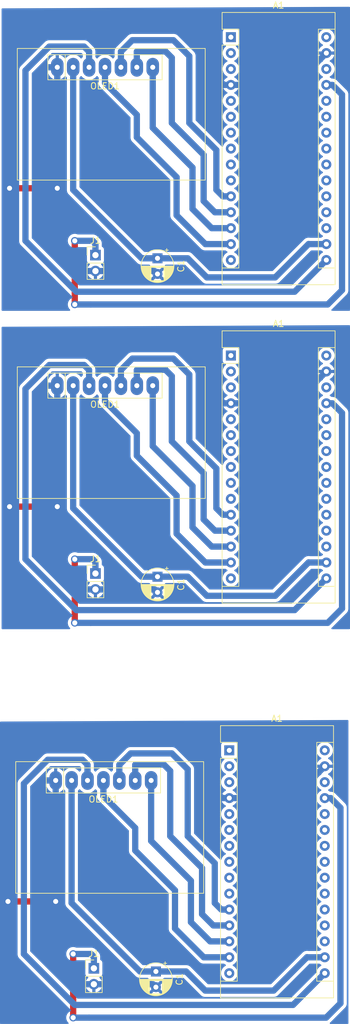
<source format=kicad_pcb>
(kicad_pcb (version 20171130) (host pcbnew "(5.1.0)-1")

  (general
    (thickness 1.6)
    (drawings 0)
    (tracks 267)
    (zones 0)
    (modules 12)
    (nets 30)
  )

  (page USLetter)
  (layers
    (0 F.Cu signal)
    (31 B.Cu signal)
    (32 B.Adhes user)
    (33 F.Adhes user)
    (34 B.Paste user)
    (35 F.Paste user)
    (36 B.SilkS user)
    (37 F.SilkS user)
    (38 B.Mask user)
    (39 F.Mask user)
    (40 Dwgs.User user)
    (41 Cmts.User user)
    (42 Eco1.User user)
    (43 Eco2.User user)
    (44 Edge.Cuts user)
    (45 Margin user)
    (46 B.CrtYd user)
    (47 F.CrtYd user)
    (48 B.Fab user)
    (49 F.Fab user)
  )

  (setup
    (last_trace_width 1)
    (user_trace_width 1)
    (trace_clearance 0.2)
    (zone_clearance 0.508)
    (zone_45_only no)
    (trace_min 0.2)
    (via_size 0.8)
    (via_drill 0.4)
    (via_min_size 0.4)
    (via_min_drill 0.3)
    (user_via 1.2 0.8)
    (uvia_size 0.3)
    (uvia_drill 0.1)
    (uvias_allowed no)
    (uvia_min_size 0.2)
    (uvia_min_drill 0.1)
    (edge_width 0.05)
    (segment_width 0.2)
    (pcb_text_width 0.3)
    (pcb_text_size 1.5 1.5)
    (mod_edge_width 0.12)
    (mod_text_size 1 1)
    (mod_text_width 0.15)
    (pad_size 1.524 1.524)
    (pad_drill 0.762)
    (pad_to_mask_clearance 0.051)
    (solder_mask_min_width 0.25)
    (aux_axis_origin 0 0)
    (visible_elements FFFFFF7F)
    (pcbplotparams
      (layerselection 0x010fc_ffffffff)
      (usegerberextensions false)
      (usegerberattributes false)
      (usegerberadvancedattributes false)
      (creategerberjobfile false)
      (excludeedgelayer true)
      (linewidth 0.100000)
      (plotframeref false)
      (viasonmask false)
      (mode 1)
      (useauxorigin false)
      (hpglpennumber 1)
      (hpglpenspeed 20)
      (hpglpendiameter 15.000000)
      (psnegative false)
      (psa4output false)
      (plotreference true)
      (plotvalue true)
      (plotinvisibletext false)
      (padsonsilk false)
      (subtractmaskfromsilk false)
      (outputformat 1)
      (mirror false)
      (drillshape 1)
      (scaleselection 1)
      (outputdirectory ""))
  )

  (net 0 "")
  (net 1 D1-TX)
  (net 2 +3V3)
  (net 3 D0-RX)
  (net 4 AREF)
  (net 5 RST2)
  (net 6 A0)
  (net 7 GND)
  (net 8 A1)
  (net 9 D2)
  (net 10 A2)
  (net 11 D3)
  (net 12 A3)
  (net 13 D4)
  (net 14 "Net-(A1-Pad23)")
  (net 15 D5)
  (net 16 "Net-(A1-Pad24)")
  (net 17 D6)
  (net 18 A6)
  (net 19 D7)
  (net 20 A7)
  (net 21 D8)
  (net 22 +5V)
  (net 23 D9)
  (net 24 RST1)
  (net 25 D10)
  (net 26 D11)
  (net 27 +BATT)
  (net 28 D12)
  (net 29 D13)

  (net_class Default "This is the default net class."
    (clearance 0.2)
    (trace_width 0.25)
    (via_dia 0.8)
    (via_drill 0.4)
    (uvia_dia 0.3)
    (uvia_drill 0.1)
    (add_net +3V3)
    (add_net +5V)
    (add_net +BATT)
    (add_net A0)
    (add_net A1)
    (add_net A2)
    (add_net A3)
    (add_net A6)
    (add_net A7)
    (add_net AREF)
    (add_net D0-RX)
    (add_net D1-TX)
    (add_net D10)
    (add_net D11)
    (add_net D12)
    (add_net D13)
    (add_net D2)
    (add_net D3)
    (add_net D4)
    (add_net D5)
    (add_net D6)
    (add_net D7)
    (add_net D8)
    (add_net D9)
    (add_net GND)
    (add_net "Net-(A1-Pad23)")
    (add_net "Net-(A1-Pad24)")
    (add_net RST1)
    (add_net RST2)
  )

  (module Module:Arduino_Nano (layer F.Cu) (tedit 58ACAF70) (tstamp 5EF81B1D)
    (at 240.823001 135.911001)
    (descr "Arduino Nano, http://www.mouser.com/pdfdocs/Gravitech_Arduino_Nano3_0.pdf")
    (tags "Arduino Nano")
    (path /5EF54393)
    (fp_text reference A1 (at 7.62 -5.08) (layer F.SilkS)
      (effects (font (size 1 1) (thickness 0.15)))
    )
    (fp_text value Arduino_Nano_v3.x (at 8.89 19.05 90) (layer F.Fab)
      (effects (font (size 1 1) (thickness 0.15)))
    )
    (fp_line (start 16.75 42.16) (end -1.53 42.16) (layer F.CrtYd) (width 0.05))
    (fp_line (start 16.75 42.16) (end 16.75 -4.06) (layer F.CrtYd) (width 0.05))
    (fp_line (start -1.53 -4.06) (end -1.53 42.16) (layer F.CrtYd) (width 0.05))
    (fp_line (start -1.53 -4.06) (end 16.75 -4.06) (layer F.CrtYd) (width 0.05))
    (fp_line (start 16.51 -3.81) (end 16.51 39.37) (layer F.Fab) (width 0.1))
    (fp_line (start 0 -3.81) (end 16.51 -3.81) (layer F.Fab) (width 0.1))
    (fp_line (start -1.27 -2.54) (end 0 -3.81) (layer F.Fab) (width 0.1))
    (fp_line (start -1.27 39.37) (end -1.27 -2.54) (layer F.Fab) (width 0.1))
    (fp_line (start 16.51 39.37) (end -1.27 39.37) (layer F.Fab) (width 0.1))
    (fp_line (start 16.64 -3.94) (end -1.4 -3.94) (layer F.SilkS) (width 0.12))
    (fp_line (start 16.64 39.5) (end 16.64 -3.94) (layer F.SilkS) (width 0.12))
    (fp_line (start -1.4 39.5) (end 16.64 39.5) (layer F.SilkS) (width 0.12))
    (fp_line (start 3.81 41.91) (end 3.81 31.75) (layer F.Fab) (width 0.1))
    (fp_line (start 11.43 41.91) (end 3.81 41.91) (layer F.Fab) (width 0.1))
    (fp_line (start 11.43 31.75) (end 11.43 41.91) (layer F.Fab) (width 0.1))
    (fp_line (start 3.81 31.75) (end 11.43 31.75) (layer F.Fab) (width 0.1))
    (fp_line (start 1.27 36.83) (end -1.4 36.83) (layer F.SilkS) (width 0.12))
    (fp_line (start 1.27 1.27) (end 1.27 36.83) (layer F.SilkS) (width 0.12))
    (fp_line (start 1.27 1.27) (end -1.4 1.27) (layer F.SilkS) (width 0.12))
    (fp_line (start 13.97 36.83) (end 16.64 36.83) (layer F.SilkS) (width 0.12))
    (fp_line (start 13.97 -1.27) (end 13.97 36.83) (layer F.SilkS) (width 0.12))
    (fp_line (start 13.97 -1.27) (end 16.64 -1.27) (layer F.SilkS) (width 0.12))
    (fp_line (start -1.4 -3.94) (end -1.4 -1.27) (layer F.SilkS) (width 0.12))
    (fp_line (start -1.4 1.27) (end -1.4 39.5) (layer F.SilkS) (width 0.12))
    (fp_line (start 1.27 -1.27) (end -1.4 -1.27) (layer F.SilkS) (width 0.12))
    (fp_line (start 1.27 1.27) (end 1.27 -1.27) (layer F.SilkS) (width 0.12))
    (fp_text user %R (at 6.35 19.05 90) (layer F.Fab)
      (effects (font (size 1 1) (thickness 0.15)))
    )
    (pad 16 thru_hole oval (at 15.24 35.56) (size 1.6 1.6) (drill 0.8) (layers *.Cu *.Mask))
    (pad 15 thru_hole oval (at 0 35.56) (size 1.6 1.6) (drill 0.8) (layers *.Cu *.Mask))
    (pad 30 thru_hole oval (at 15.24 0) (size 1.6 1.6) (drill 0.8) (layers *.Cu *.Mask))
    (pad 14 thru_hole oval (at 0 33.02) (size 1.6 1.6) (drill 0.8) (layers *.Cu *.Mask))
    (pad 29 thru_hole oval (at 15.24 2.54) (size 1.6 1.6) (drill 0.8) (layers *.Cu *.Mask))
    (pad 13 thru_hole oval (at 0 30.48) (size 1.6 1.6) (drill 0.8) (layers *.Cu *.Mask))
    (pad 28 thru_hole oval (at 15.24 5.08) (size 1.6 1.6) (drill 0.8) (layers *.Cu *.Mask))
    (pad 12 thru_hole oval (at 0 27.94) (size 1.6 1.6) (drill 0.8) (layers *.Cu *.Mask))
    (pad 27 thru_hole oval (at 15.24 7.62) (size 1.6 1.6) (drill 0.8) (layers *.Cu *.Mask))
    (pad 11 thru_hole oval (at 0 25.4) (size 1.6 1.6) (drill 0.8) (layers *.Cu *.Mask))
    (pad 26 thru_hole oval (at 15.24 10.16) (size 1.6 1.6) (drill 0.8) (layers *.Cu *.Mask))
    (pad 10 thru_hole oval (at 0 22.86) (size 1.6 1.6) (drill 0.8) (layers *.Cu *.Mask))
    (pad 25 thru_hole oval (at 15.24 12.7) (size 1.6 1.6) (drill 0.8) (layers *.Cu *.Mask))
    (pad 9 thru_hole oval (at 0 20.32) (size 1.6 1.6) (drill 0.8) (layers *.Cu *.Mask))
    (pad 24 thru_hole oval (at 15.24 15.24) (size 1.6 1.6) (drill 0.8) (layers *.Cu *.Mask))
    (pad 8 thru_hole oval (at 0 17.78) (size 1.6 1.6) (drill 0.8) (layers *.Cu *.Mask))
    (pad 23 thru_hole oval (at 15.24 17.78) (size 1.6 1.6) (drill 0.8) (layers *.Cu *.Mask))
    (pad 7 thru_hole oval (at 0 15.24) (size 1.6 1.6) (drill 0.8) (layers *.Cu *.Mask))
    (pad 22 thru_hole oval (at 15.24 20.32) (size 1.6 1.6) (drill 0.8) (layers *.Cu *.Mask))
    (pad 6 thru_hole oval (at 0 12.7) (size 1.6 1.6) (drill 0.8) (layers *.Cu *.Mask))
    (pad 21 thru_hole oval (at 15.24 22.86) (size 1.6 1.6) (drill 0.8) (layers *.Cu *.Mask))
    (pad 5 thru_hole oval (at 0 10.16) (size 1.6 1.6) (drill 0.8) (layers *.Cu *.Mask))
    (pad 20 thru_hole oval (at 15.24 25.4) (size 1.6 1.6) (drill 0.8) (layers *.Cu *.Mask))
    (pad 4 thru_hole oval (at 0 7.62) (size 1.6 1.6) (drill 0.8) (layers *.Cu *.Mask))
    (pad 19 thru_hole oval (at 15.24 27.94) (size 1.6 1.6) (drill 0.8) (layers *.Cu *.Mask))
    (pad 3 thru_hole oval (at 0 5.08) (size 1.6 1.6) (drill 0.8) (layers *.Cu *.Mask))
    (pad 18 thru_hole oval (at 15.24 30.48) (size 1.6 1.6) (drill 0.8) (layers *.Cu *.Mask))
    (pad 2 thru_hole oval (at 0 2.54) (size 1.6 1.6) (drill 0.8) (layers *.Cu *.Mask))
    (pad 17 thru_hole oval (at 15.24 33.02) (size 1.6 1.6) (drill 0.8) (layers *.Cu *.Mask))
    (pad 1 thru_hole rect (at 0 0) (size 1.6 1.6) (drill 0.8) (layers *.Cu *.Mask))
    (model ${KISYS3DMOD}/Module.3dshapes/Arduino_Nano_WithMountingHoles.wrl
      (at (xyz 0 0 0))
      (scale (xyz 1 1 1))
      (rotate (xyz 0 0 0))
    )
  )

  (module Connector_PinHeader_2.54mm:PinHeader_1x02_P2.54mm_Vertical (layer F.Cu) (tedit 59FED5CC) (tstamp 5EF81B08)
    (at 219.202 170.688)
    (descr "Through hole straight pin header, 1x02, 2.54mm pitch, single row")
    (tags "Through hole pin header THT 1x02 2.54mm single row")
    (path /5F033522)
    (fp_text reference J1 (at 0 -2.33) (layer F.SilkS)
      (effects (font (size 1 1) (thickness 0.15)))
    )
    (fp_text value Conn_01x02_Male (at 0 4.87) (layer F.Fab)
      (effects (font (size 1 1) (thickness 0.15)))
    )
    (fp_text user %R (at 0 1.27 90) (layer F.Fab)
      (effects (font (size 1 1) (thickness 0.15)))
    )
    (fp_line (start 1.8 -1.8) (end -1.8 -1.8) (layer F.CrtYd) (width 0.05))
    (fp_line (start 1.8 4.35) (end 1.8 -1.8) (layer F.CrtYd) (width 0.05))
    (fp_line (start -1.8 4.35) (end 1.8 4.35) (layer F.CrtYd) (width 0.05))
    (fp_line (start -1.8 -1.8) (end -1.8 4.35) (layer F.CrtYd) (width 0.05))
    (fp_line (start -1.33 -1.33) (end 0 -1.33) (layer F.SilkS) (width 0.12))
    (fp_line (start -1.33 0) (end -1.33 -1.33) (layer F.SilkS) (width 0.12))
    (fp_line (start -1.33 1.27) (end 1.33 1.27) (layer F.SilkS) (width 0.12))
    (fp_line (start 1.33 1.27) (end 1.33 3.87) (layer F.SilkS) (width 0.12))
    (fp_line (start -1.33 1.27) (end -1.33 3.87) (layer F.SilkS) (width 0.12))
    (fp_line (start -1.33 3.87) (end 1.33 3.87) (layer F.SilkS) (width 0.12))
    (fp_line (start -1.27 -0.635) (end -0.635 -1.27) (layer F.Fab) (width 0.1))
    (fp_line (start -1.27 3.81) (end -1.27 -0.635) (layer F.Fab) (width 0.1))
    (fp_line (start 1.27 3.81) (end -1.27 3.81) (layer F.Fab) (width 0.1))
    (fp_line (start 1.27 -1.27) (end 1.27 3.81) (layer F.Fab) (width 0.1))
    (fp_line (start -0.635 -1.27) (end 1.27 -1.27) (layer F.Fab) (width 0.1))
    (pad 2 thru_hole oval (at 0 2.54) (size 1.7 1.7) (drill 1) (layers *.Cu *.Mask))
    (pad 1 thru_hole rect (at 0 0) (size 1.7 1.7) (drill 1) (layers *.Cu *.Mask))
    (model ${KISYS3DMOD}/Connector_PinHeader_2.54mm.3dshapes/PinHeader_1x02_P2.54mm_Vertical.wrl
      (at (xyz 0 0 0))
      (scale (xyz 1 1 1))
      (rotate (xyz 0 0 0))
    )
  )

  (module Capacitor_THT:CP_Radial_D5.0mm_P2.50mm (layer F.Cu) (tedit 5AE50EF0) (tstamp 5EF81A85)
    (at 229.108 171.196 270)
    (descr "CP, Radial series, Radial, pin pitch=2.50mm, , diameter=5mm, Electrolytic Capacitor")
    (tags "CP Radial series Radial pin pitch 2.50mm  diameter 5mm Electrolytic Capacitor")
    (path /5EF912FC)
    (fp_text reference C1 (at 1.25 -3.75 270) (layer F.SilkS)
      (effects (font (size 1 1) (thickness 0.15)))
    )
    (fp_text value 2.2uF (at 1.25 3.75 270) (layer F.Fab)
      (effects (font (size 1 1) (thickness 0.15)))
    )
    (fp_text user %R (at 1.25 0 270) (layer F.Fab)
      (effects (font (size 1 1) (thickness 0.15)))
    )
    (fp_line (start -1.304775 -1.725) (end -1.304775 -1.225) (layer F.SilkS) (width 0.12))
    (fp_line (start -1.554775 -1.475) (end -1.054775 -1.475) (layer F.SilkS) (width 0.12))
    (fp_line (start 3.851 -0.284) (end 3.851 0.284) (layer F.SilkS) (width 0.12))
    (fp_line (start 3.811 -0.518) (end 3.811 0.518) (layer F.SilkS) (width 0.12))
    (fp_line (start 3.771 -0.677) (end 3.771 0.677) (layer F.SilkS) (width 0.12))
    (fp_line (start 3.731 -0.805) (end 3.731 0.805) (layer F.SilkS) (width 0.12))
    (fp_line (start 3.691 -0.915) (end 3.691 0.915) (layer F.SilkS) (width 0.12))
    (fp_line (start 3.651 -1.011) (end 3.651 1.011) (layer F.SilkS) (width 0.12))
    (fp_line (start 3.611 -1.098) (end 3.611 1.098) (layer F.SilkS) (width 0.12))
    (fp_line (start 3.571 -1.178) (end 3.571 1.178) (layer F.SilkS) (width 0.12))
    (fp_line (start 3.531 1.04) (end 3.531 1.251) (layer F.SilkS) (width 0.12))
    (fp_line (start 3.531 -1.251) (end 3.531 -1.04) (layer F.SilkS) (width 0.12))
    (fp_line (start 3.491 1.04) (end 3.491 1.319) (layer F.SilkS) (width 0.12))
    (fp_line (start 3.491 -1.319) (end 3.491 -1.04) (layer F.SilkS) (width 0.12))
    (fp_line (start 3.451 1.04) (end 3.451 1.383) (layer F.SilkS) (width 0.12))
    (fp_line (start 3.451 -1.383) (end 3.451 -1.04) (layer F.SilkS) (width 0.12))
    (fp_line (start 3.411 1.04) (end 3.411 1.443) (layer F.SilkS) (width 0.12))
    (fp_line (start 3.411 -1.443) (end 3.411 -1.04) (layer F.SilkS) (width 0.12))
    (fp_line (start 3.371 1.04) (end 3.371 1.5) (layer F.SilkS) (width 0.12))
    (fp_line (start 3.371 -1.5) (end 3.371 -1.04) (layer F.SilkS) (width 0.12))
    (fp_line (start 3.331 1.04) (end 3.331 1.554) (layer F.SilkS) (width 0.12))
    (fp_line (start 3.331 -1.554) (end 3.331 -1.04) (layer F.SilkS) (width 0.12))
    (fp_line (start 3.291 1.04) (end 3.291 1.605) (layer F.SilkS) (width 0.12))
    (fp_line (start 3.291 -1.605) (end 3.291 -1.04) (layer F.SilkS) (width 0.12))
    (fp_line (start 3.251 1.04) (end 3.251 1.653) (layer F.SilkS) (width 0.12))
    (fp_line (start 3.251 -1.653) (end 3.251 -1.04) (layer F.SilkS) (width 0.12))
    (fp_line (start 3.211 1.04) (end 3.211 1.699) (layer F.SilkS) (width 0.12))
    (fp_line (start 3.211 -1.699) (end 3.211 -1.04) (layer F.SilkS) (width 0.12))
    (fp_line (start 3.171 1.04) (end 3.171 1.743) (layer F.SilkS) (width 0.12))
    (fp_line (start 3.171 -1.743) (end 3.171 -1.04) (layer F.SilkS) (width 0.12))
    (fp_line (start 3.131 1.04) (end 3.131 1.785) (layer F.SilkS) (width 0.12))
    (fp_line (start 3.131 -1.785) (end 3.131 -1.04) (layer F.SilkS) (width 0.12))
    (fp_line (start 3.091 1.04) (end 3.091 1.826) (layer F.SilkS) (width 0.12))
    (fp_line (start 3.091 -1.826) (end 3.091 -1.04) (layer F.SilkS) (width 0.12))
    (fp_line (start 3.051 1.04) (end 3.051 1.864) (layer F.SilkS) (width 0.12))
    (fp_line (start 3.051 -1.864) (end 3.051 -1.04) (layer F.SilkS) (width 0.12))
    (fp_line (start 3.011 1.04) (end 3.011 1.901) (layer F.SilkS) (width 0.12))
    (fp_line (start 3.011 -1.901) (end 3.011 -1.04) (layer F.SilkS) (width 0.12))
    (fp_line (start 2.971 1.04) (end 2.971 1.937) (layer F.SilkS) (width 0.12))
    (fp_line (start 2.971 -1.937) (end 2.971 -1.04) (layer F.SilkS) (width 0.12))
    (fp_line (start 2.931 1.04) (end 2.931 1.971) (layer F.SilkS) (width 0.12))
    (fp_line (start 2.931 -1.971) (end 2.931 -1.04) (layer F.SilkS) (width 0.12))
    (fp_line (start 2.891 1.04) (end 2.891 2.004) (layer F.SilkS) (width 0.12))
    (fp_line (start 2.891 -2.004) (end 2.891 -1.04) (layer F.SilkS) (width 0.12))
    (fp_line (start 2.851 1.04) (end 2.851 2.035) (layer F.SilkS) (width 0.12))
    (fp_line (start 2.851 -2.035) (end 2.851 -1.04) (layer F.SilkS) (width 0.12))
    (fp_line (start 2.811 1.04) (end 2.811 2.065) (layer F.SilkS) (width 0.12))
    (fp_line (start 2.811 -2.065) (end 2.811 -1.04) (layer F.SilkS) (width 0.12))
    (fp_line (start 2.771 1.04) (end 2.771 2.095) (layer F.SilkS) (width 0.12))
    (fp_line (start 2.771 -2.095) (end 2.771 -1.04) (layer F.SilkS) (width 0.12))
    (fp_line (start 2.731 1.04) (end 2.731 2.122) (layer F.SilkS) (width 0.12))
    (fp_line (start 2.731 -2.122) (end 2.731 -1.04) (layer F.SilkS) (width 0.12))
    (fp_line (start 2.691 1.04) (end 2.691 2.149) (layer F.SilkS) (width 0.12))
    (fp_line (start 2.691 -2.149) (end 2.691 -1.04) (layer F.SilkS) (width 0.12))
    (fp_line (start 2.651 1.04) (end 2.651 2.175) (layer F.SilkS) (width 0.12))
    (fp_line (start 2.651 -2.175) (end 2.651 -1.04) (layer F.SilkS) (width 0.12))
    (fp_line (start 2.611 1.04) (end 2.611 2.2) (layer F.SilkS) (width 0.12))
    (fp_line (start 2.611 -2.2) (end 2.611 -1.04) (layer F.SilkS) (width 0.12))
    (fp_line (start 2.571 1.04) (end 2.571 2.224) (layer F.SilkS) (width 0.12))
    (fp_line (start 2.571 -2.224) (end 2.571 -1.04) (layer F.SilkS) (width 0.12))
    (fp_line (start 2.531 1.04) (end 2.531 2.247) (layer F.SilkS) (width 0.12))
    (fp_line (start 2.531 -2.247) (end 2.531 -1.04) (layer F.SilkS) (width 0.12))
    (fp_line (start 2.491 1.04) (end 2.491 2.268) (layer F.SilkS) (width 0.12))
    (fp_line (start 2.491 -2.268) (end 2.491 -1.04) (layer F.SilkS) (width 0.12))
    (fp_line (start 2.451 1.04) (end 2.451 2.29) (layer F.SilkS) (width 0.12))
    (fp_line (start 2.451 -2.29) (end 2.451 -1.04) (layer F.SilkS) (width 0.12))
    (fp_line (start 2.411 1.04) (end 2.411 2.31) (layer F.SilkS) (width 0.12))
    (fp_line (start 2.411 -2.31) (end 2.411 -1.04) (layer F.SilkS) (width 0.12))
    (fp_line (start 2.371 1.04) (end 2.371 2.329) (layer F.SilkS) (width 0.12))
    (fp_line (start 2.371 -2.329) (end 2.371 -1.04) (layer F.SilkS) (width 0.12))
    (fp_line (start 2.331 1.04) (end 2.331 2.348) (layer F.SilkS) (width 0.12))
    (fp_line (start 2.331 -2.348) (end 2.331 -1.04) (layer F.SilkS) (width 0.12))
    (fp_line (start 2.291 1.04) (end 2.291 2.365) (layer F.SilkS) (width 0.12))
    (fp_line (start 2.291 -2.365) (end 2.291 -1.04) (layer F.SilkS) (width 0.12))
    (fp_line (start 2.251 1.04) (end 2.251 2.382) (layer F.SilkS) (width 0.12))
    (fp_line (start 2.251 -2.382) (end 2.251 -1.04) (layer F.SilkS) (width 0.12))
    (fp_line (start 2.211 1.04) (end 2.211 2.398) (layer F.SilkS) (width 0.12))
    (fp_line (start 2.211 -2.398) (end 2.211 -1.04) (layer F.SilkS) (width 0.12))
    (fp_line (start 2.171 1.04) (end 2.171 2.414) (layer F.SilkS) (width 0.12))
    (fp_line (start 2.171 -2.414) (end 2.171 -1.04) (layer F.SilkS) (width 0.12))
    (fp_line (start 2.131 1.04) (end 2.131 2.428) (layer F.SilkS) (width 0.12))
    (fp_line (start 2.131 -2.428) (end 2.131 -1.04) (layer F.SilkS) (width 0.12))
    (fp_line (start 2.091 1.04) (end 2.091 2.442) (layer F.SilkS) (width 0.12))
    (fp_line (start 2.091 -2.442) (end 2.091 -1.04) (layer F.SilkS) (width 0.12))
    (fp_line (start 2.051 1.04) (end 2.051 2.455) (layer F.SilkS) (width 0.12))
    (fp_line (start 2.051 -2.455) (end 2.051 -1.04) (layer F.SilkS) (width 0.12))
    (fp_line (start 2.011 1.04) (end 2.011 2.468) (layer F.SilkS) (width 0.12))
    (fp_line (start 2.011 -2.468) (end 2.011 -1.04) (layer F.SilkS) (width 0.12))
    (fp_line (start 1.971 1.04) (end 1.971 2.48) (layer F.SilkS) (width 0.12))
    (fp_line (start 1.971 -2.48) (end 1.971 -1.04) (layer F.SilkS) (width 0.12))
    (fp_line (start 1.93 1.04) (end 1.93 2.491) (layer F.SilkS) (width 0.12))
    (fp_line (start 1.93 -2.491) (end 1.93 -1.04) (layer F.SilkS) (width 0.12))
    (fp_line (start 1.89 1.04) (end 1.89 2.501) (layer F.SilkS) (width 0.12))
    (fp_line (start 1.89 -2.501) (end 1.89 -1.04) (layer F.SilkS) (width 0.12))
    (fp_line (start 1.85 1.04) (end 1.85 2.511) (layer F.SilkS) (width 0.12))
    (fp_line (start 1.85 -2.511) (end 1.85 -1.04) (layer F.SilkS) (width 0.12))
    (fp_line (start 1.81 1.04) (end 1.81 2.52) (layer F.SilkS) (width 0.12))
    (fp_line (start 1.81 -2.52) (end 1.81 -1.04) (layer F.SilkS) (width 0.12))
    (fp_line (start 1.77 1.04) (end 1.77 2.528) (layer F.SilkS) (width 0.12))
    (fp_line (start 1.77 -2.528) (end 1.77 -1.04) (layer F.SilkS) (width 0.12))
    (fp_line (start 1.73 1.04) (end 1.73 2.536) (layer F.SilkS) (width 0.12))
    (fp_line (start 1.73 -2.536) (end 1.73 -1.04) (layer F.SilkS) (width 0.12))
    (fp_line (start 1.69 1.04) (end 1.69 2.543) (layer F.SilkS) (width 0.12))
    (fp_line (start 1.69 -2.543) (end 1.69 -1.04) (layer F.SilkS) (width 0.12))
    (fp_line (start 1.65 1.04) (end 1.65 2.55) (layer F.SilkS) (width 0.12))
    (fp_line (start 1.65 -2.55) (end 1.65 -1.04) (layer F.SilkS) (width 0.12))
    (fp_line (start 1.61 1.04) (end 1.61 2.556) (layer F.SilkS) (width 0.12))
    (fp_line (start 1.61 -2.556) (end 1.61 -1.04) (layer F.SilkS) (width 0.12))
    (fp_line (start 1.57 1.04) (end 1.57 2.561) (layer F.SilkS) (width 0.12))
    (fp_line (start 1.57 -2.561) (end 1.57 -1.04) (layer F.SilkS) (width 0.12))
    (fp_line (start 1.53 1.04) (end 1.53 2.565) (layer F.SilkS) (width 0.12))
    (fp_line (start 1.53 -2.565) (end 1.53 -1.04) (layer F.SilkS) (width 0.12))
    (fp_line (start 1.49 1.04) (end 1.49 2.569) (layer F.SilkS) (width 0.12))
    (fp_line (start 1.49 -2.569) (end 1.49 -1.04) (layer F.SilkS) (width 0.12))
    (fp_line (start 1.45 -2.573) (end 1.45 2.573) (layer F.SilkS) (width 0.12))
    (fp_line (start 1.41 -2.576) (end 1.41 2.576) (layer F.SilkS) (width 0.12))
    (fp_line (start 1.37 -2.578) (end 1.37 2.578) (layer F.SilkS) (width 0.12))
    (fp_line (start 1.33 -2.579) (end 1.33 2.579) (layer F.SilkS) (width 0.12))
    (fp_line (start 1.29 -2.58) (end 1.29 2.58) (layer F.SilkS) (width 0.12))
    (fp_line (start 1.25 -2.58) (end 1.25 2.58) (layer F.SilkS) (width 0.12))
    (fp_line (start -0.633605 -1.3375) (end -0.633605 -0.8375) (layer F.Fab) (width 0.1))
    (fp_line (start -0.883605 -1.0875) (end -0.383605 -1.0875) (layer F.Fab) (width 0.1))
    (fp_circle (center 1.25 0) (end 4 0) (layer F.CrtYd) (width 0.05))
    (fp_circle (center 1.25 0) (end 3.87 0) (layer F.SilkS) (width 0.12))
    (fp_circle (center 1.25 0) (end 3.75 0) (layer F.Fab) (width 0.1))
    (pad 2 thru_hole circle (at 2.5 0 270) (size 1.6 1.6) (drill 0.8) (layers *.Cu *.Mask))
    (pad 1 thru_hole rect (at 0 0 270) (size 1.6 1.6) (drill 0.8) (layers *.Cu *.Mask))
    (model ${KISYS3DMOD}/Capacitor_THT.3dshapes/CP_Radial_D5.0mm_P2.50mm.wrl
      (at (xyz 0 0 0))
      (scale (xyz 1 1 1))
      (rotate (xyz 0 0 0))
    )
  )

  (module Bikomp:SIP-7 (layer F.Cu) (tedit 5EF6D23B) (tstamp 5EF81A6E)
    (at 220.726 140.716)
    (path /5EF6AD7F)
    (fp_text reference OLED1 (at 0 3) (layer F.SilkS)
      (effects (font (size 1 1) (thickness 0.15)))
    )
    (fp_text value SSD1306_7pin (at 0 -3) (layer F.Fab)
      (effects (font (size 1 1) (thickness 0.15)))
    )
    (fp_line (start 16 18) (end 16 -3) (layer F.SilkS) (width 0.12))
    (fp_line (start -14 18) (end 16 18) (layer F.SilkS) (width 0.12))
    (fp_line (start -14 -3) (end -14 18) (layer F.SilkS) (width 0.12))
    (fp_line (start 16 -3) (end -14 -3) (layer F.SilkS) (width 0.12))
    (fp_line (start -8.87 1.75) (end -8.87 -1.75) (layer F.CrtYd) (width 0.05))
    (fp_line (start 8.87 1.75) (end -8.87 1.75) (layer F.CrtYd) (width 0.05))
    (fp_line (start 8.87 -1.75) (end 8.87 1.75) (layer F.CrtYd) (width 0.05))
    (fp_line (start -8.87 -1.75) (end 8.87 -1.75) (layer F.CrtYd) (width 0.05))
    (fp_line (start -6.35 -2) (end -6.35 2) (layer F.SilkS) (width 0.12))
    (fp_line (start -9.12 2) (end -9.12 -2) (layer F.SilkS) (width 0.12))
    (fp_line (start 9.12 2) (end -9.12 2) (layer F.SilkS) (width 0.12))
    (fp_line (start 9.12 -2) (end 9.12 2) (layer F.SilkS) (width 0.12))
    (fp_line (start -9.12 -2) (end 9.12 -2) (layer F.SilkS) (width 0.12))
    (pad 7 thru_hole oval (at 7.62 0) (size 2 3) (drill 0.8) (layers *.Cu *.Mask))
    (pad 6 thru_hole oval (at 5.08 0) (size 2 3) (drill 0.8) (layers *.Cu *.Mask))
    (pad 5 thru_hole oval (at 2.54 0) (size 2 3) (drill 0.8) (layers *.Cu *.Mask))
    (pad 4 thru_hole oval (at 0 0) (size 2 3) (drill 0.8) (layers *.Cu *.Mask))
    (pad 3 thru_hole oval (at -2.54 0) (size 2 3) (drill 0.8) (layers *.Cu *.Mask))
    (pad 2 thru_hole oval (at -5.08 0) (size 2 3) (drill 0.8) (layers *.Cu *.Mask))
    (pad 1 thru_hole oval (at -7.62 0) (size 2 3) (drill 0.8) (layers *.Cu *.Mask))
  )

  (module Module:Arduino_Nano (layer F.Cu) (tedit 58ACAF70) (tstamp 5EF81B1D)
    (at 241.077001 72.919001)
    (descr "Arduino Nano, http://www.mouser.com/pdfdocs/Gravitech_Arduino_Nano3_0.pdf")
    (tags "Arduino Nano")
    (path /5EF54393)
    (fp_text reference A1 (at 7.62 -5.08) (layer F.SilkS)
      (effects (font (size 1 1) (thickness 0.15)))
    )
    (fp_text value Arduino_Nano_v3.x (at 8.89 19.05 90) (layer F.Fab)
      (effects (font (size 1 1) (thickness 0.15)))
    )
    (fp_line (start 16.75 42.16) (end -1.53 42.16) (layer F.CrtYd) (width 0.05))
    (fp_line (start 16.75 42.16) (end 16.75 -4.06) (layer F.CrtYd) (width 0.05))
    (fp_line (start -1.53 -4.06) (end -1.53 42.16) (layer F.CrtYd) (width 0.05))
    (fp_line (start -1.53 -4.06) (end 16.75 -4.06) (layer F.CrtYd) (width 0.05))
    (fp_line (start 16.51 -3.81) (end 16.51 39.37) (layer F.Fab) (width 0.1))
    (fp_line (start 0 -3.81) (end 16.51 -3.81) (layer F.Fab) (width 0.1))
    (fp_line (start -1.27 -2.54) (end 0 -3.81) (layer F.Fab) (width 0.1))
    (fp_line (start -1.27 39.37) (end -1.27 -2.54) (layer F.Fab) (width 0.1))
    (fp_line (start 16.51 39.37) (end -1.27 39.37) (layer F.Fab) (width 0.1))
    (fp_line (start 16.64 -3.94) (end -1.4 -3.94) (layer F.SilkS) (width 0.12))
    (fp_line (start 16.64 39.5) (end 16.64 -3.94) (layer F.SilkS) (width 0.12))
    (fp_line (start -1.4 39.5) (end 16.64 39.5) (layer F.SilkS) (width 0.12))
    (fp_line (start 3.81 41.91) (end 3.81 31.75) (layer F.Fab) (width 0.1))
    (fp_line (start 11.43 41.91) (end 3.81 41.91) (layer F.Fab) (width 0.1))
    (fp_line (start 11.43 31.75) (end 11.43 41.91) (layer F.Fab) (width 0.1))
    (fp_line (start 3.81 31.75) (end 11.43 31.75) (layer F.Fab) (width 0.1))
    (fp_line (start 1.27 36.83) (end -1.4 36.83) (layer F.SilkS) (width 0.12))
    (fp_line (start 1.27 1.27) (end 1.27 36.83) (layer F.SilkS) (width 0.12))
    (fp_line (start 1.27 1.27) (end -1.4 1.27) (layer F.SilkS) (width 0.12))
    (fp_line (start 13.97 36.83) (end 16.64 36.83) (layer F.SilkS) (width 0.12))
    (fp_line (start 13.97 -1.27) (end 13.97 36.83) (layer F.SilkS) (width 0.12))
    (fp_line (start 13.97 -1.27) (end 16.64 -1.27) (layer F.SilkS) (width 0.12))
    (fp_line (start -1.4 -3.94) (end -1.4 -1.27) (layer F.SilkS) (width 0.12))
    (fp_line (start -1.4 1.27) (end -1.4 39.5) (layer F.SilkS) (width 0.12))
    (fp_line (start 1.27 -1.27) (end -1.4 -1.27) (layer F.SilkS) (width 0.12))
    (fp_line (start 1.27 1.27) (end 1.27 -1.27) (layer F.SilkS) (width 0.12))
    (fp_text user %R (at 6.35 19.05 90) (layer F.Fab)
      (effects (font (size 1 1) (thickness 0.15)))
    )
    (pad 16 thru_hole oval (at 15.24 35.56) (size 1.6 1.6) (drill 0.8) (layers *.Cu *.Mask))
    (pad 15 thru_hole oval (at 0 35.56) (size 1.6 1.6) (drill 0.8) (layers *.Cu *.Mask))
    (pad 30 thru_hole oval (at 15.24 0) (size 1.6 1.6) (drill 0.8) (layers *.Cu *.Mask))
    (pad 14 thru_hole oval (at 0 33.02) (size 1.6 1.6) (drill 0.8) (layers *.Cu *.Mask))
    (pad 29 thru_hole oval (at 15.24 2.54) (size 1.6 1.6) (drill 0.8) (layers *.Cu *.Mask))
    (pad 13 thru_hole oval (at 0 30.48) (size 1.6 1.6) (drill 0.8) (layers *.Cu *.Mask))
    (pad 28 thru_hole oval (at 15.24 5.08) (size 1.6 1.6) (drill 0.8) (layers *.Cu *.Mask))
    (pad 12 thru_hole oval (at 0 27.94) (size 1.6 1.6) (drill 0.8) (layers *.Cu *.Mask))
    (pad 27 thru_hole oval (at 15.24 7.62) (size 1.6 1.6) (drill 0.8) (layers *.Cu *.Mask))
    (pad 11 thru_hole oval (at 0 25.4) (size 1.6 1.6) (drill 0.8) (layers *.Cu *.Mask))
    (pad 26 thru_hole oval (at 15.24 10.16) (size 1.6 1.6) (drill 0.8) (layers *.Cu *.Mask))
    (pad 10 thru_hole oval (at 0 22.86) (size 1.6 1.6) (drill 0.8) (layers *.Cu *.Mask))
    (pad 25 thru_hole oval (at 15.24 12.7) (size 1.6 1.6) (drill 0.8) (layers *.Cu *.Mask))
    (pad 9 thru_hole oval (at 0 20.32) (size 1.6 1.6) (drill 0.8) (layers *.Cu *.Mask))
    (pad 24 thru_hole oval (at 15.24 15.24) (size 1.6 1.6) (drill 0.8) (layers *.Cu *.Mask))
    (pad 8 thru_hole oval (at 0 17.78) (size 1.6 1.6) (drill 0.8) (layers *.Cu *.Mask))
    (pad 23 thru_hole oval (at 15.24 17.78) (size 1.6 1.6) (drill 0.8) (layers *.Cu *.Mask))
    (pad 7 thru_hole oval (at 0 15.24) (size 1.6 1.6) (drill 0.8) (layers *.Cu *.Mask))
    (pad 22 thru_hole oval (at 15.24 20.32) (size 1.6 1.6) (drill 0.8) (layers *.Cu *.Mask))
    (pad 6 thru_hole oval (at 0 12.7) (size 1.6 1.6) (drill 0.8) (layers *.Cu *.Mask))
    (pad 21 thru_hole oval (at 15.24 22.86) (size 1.6 1.6) (drill 0.8) (layers *.Cu *.Mask))
    (pad 5 thru_hole oval (at 0 10.16) (size 1.6 1.6) (drill 0.8) (layers *.Cu *.Mask))
    (pad 20 thru_hole oval (at 15.24 25.4) (size 1.6 1.6) (drill 0.8) (layers *.Cu *.Mask))
    (pad 4 thru_hole oval (at 0 7.62) (size 1.6 1.6) (drill 0.8) (layers *.Cu *.Mask))
    (pad 19 thru_hole oval (at 15.24 27.94) (size 1.6 1.6) (drill 0.8) (layers *.Cu *.Mask))
    (pad 3 thru_hole oval (at 0 5.08) (size 1.6 1.6) (drill 0.8) (layers *.Cu *.Mask))
    (pad 18 thru_hole oval (at 15.24 30.48) (size 1.6 1.6) (drill 0.8) (layers *.Cu *.Mask))
    (pad 2 thru_hole oval (at 0 2.54) (size 1.6 1.6) (drill 0.8) (layers *.Cu *.Mask))
    (pad 17 thru_hole oval (at 15.24 33.02) (size 1.6 1.6) (drill 0.8) (layers *.Cu *.Mask))
    (pad 1 thru_hole rect (at 0 0) (size 1.6 1.6) (drill 0.8) (layers *.Cu *.Mask))
    (model ${KISYS3DMOD}/Module.3dshapes/Arduino_Nano_WithMountingHoles.wrl
      (at (xyz 0 0 0))
      (scale (xyz 1 1 1))
      (rotate (xyz 0 0 0))
    )
  )

  (module Connector_PinHeader_2.54mm:PinHeader_1x02_P2.54mm_Vertical (layer F.Cu) (tedit 59FED5CC) (tstamp 5EF81B08)
    (at 219.456 107.696)
    (descr "Through hole straight pin header, 1x02, 2.54mm pitch, single row")
    (tags "Through hole pin header THT 1x02 2.54mm single row")
    (path /5F033522)
    (fp_text reference J1 (at 0 -2.33) (layer F.SilkS)
      (effects (font (size 1 1) (thickness 0.15)))
    )
    (fp_text value Conn_01x02_Male (at 0 4.87) (layer F.Fab)
      (effects (font (size 1 1) (thickness 0.15)))
    )
    (fp_text user %R (at 0 1.27 90) (layer F.Fab)
      (effects (font (size 1 1) (thickness 0.15)))
    )
    (fp_line (start 1.8 -1.8) (end -1.8 -1.8) (layer F.CrtYd) (width 0.05))
    (fp_line (start 1.8 4.35) (end 1.8 -1.8) (layer F.CrtYd) (width 0.05))
    (fp_line (start -1.8 4.35) (end 1.8 4.35) (layer F.CrtYd) (width 0.05))
    (fp_line (start -1.8 -1.8) (end -1.8 4.35) (layer F.CrtYd) (width 0.05))
    (fp_line (start -1.33 -1.33) (end 0 -1.33) (layer F.SilkS) (width 0.12))
    (fp_line (start -1.33 0) (end -1.33 -1.33) (layer F.SilkS) (width 0.12))
    (fp_line (start -1.33 1.27) (end 1.33 1.27) (layer F.SilkS) (width 0.12))
    (fp_line (start 1.33 1.27) (end 1.33 3.87) (layer F.SilkS) (width 0.12))
    (fp_line (start -1.33 1.27) (end -1.33 3.87) (layer F.SilkS) (width 0.12))
    (fp_line (start -1.33 3.87) (end 1.33 3.87) (layer F.SilkS) (width 0.12))
    (fp_line (start -1.27 -0.635) (end -0.635 -1.27) (layer F.Fab) (width 0.1))
    (fp_line (start -1.27 3.81) (end -1.27 -0.635) (layer F.Fab) (width 0.1))
    (fp_line (start 1.27 3.81) (end -1.27 3.81) (layer F.Fab) (width 0.1))
    (fp_line (start 1.27 -1.27) (end 1.27 3.81) (layer F.Fab) (width 0.1))
    (fp_line (start -0.635 -1.27) (end 1.27 -1.27) (layer F.Fab) (width 0.1))
    (pad 2 thru_hole oval (at 0 2.54) (size 1.7 1.7) (drill 1) (layers *.Cu *.Mask))
    (pad 1 thru_hole rect (at 0 0) (size 1.7 1.7) (drill 1) (layers *.Cu *.Mask))
    (model ${KISYS3DMOD}/Connector_PinHeader_2.54mm.3dshapes/PinHeader_1x02_P2.54mm_Vertical.wrl
      (at (xyz 0 0 0))
      (scale (xyz 1 1 1))
      (rotate (xyz 0 0 0))
    )
  )

  (module Capacitor_THT:CP_Radial_D5.0mm_P2.50mm (layer F.Cu) (tedit 5AE50EF0) (tstamp 5EF81A85)
    (at 229.362 108.204 270)
    (descr "CP, Radial series, Radial, pin pitch=2.50mm, , diameter=5mm, Electrolytic Capacitor")
    (tags "CP Radial series Radial pin pitch 2.50mm  diameter 5mm Electrolytic Capacitor")
    (path /5EF912FC)
    (fp_text reference C1 (at 1.25 -3.75 270) (layer F.SilkS)
      (effects (font (size 1 1) (thickness 0.15)))
    )
    (fp_text value 2.2uF (at 1.25 3.75 270) (layer F.Fab)
      (effects (font (size 1 1) (thickness 0.15)))
    )
    (fp_text user %R (at 1.25 0 270) (layer F.Fab)
      (effects (font (size 1 1) (thickness 0.15)))
    )
    (fp_line (start -1.304775 -1.725) (end -1.304775 -1.225) (layer F.SilkS) (width 0.12))
    (fp_line (start -1.554775 -1.475) (end -1.054775 -1.475) (layer F.SilkS) (width 0.12))
    (fp_line (start 3.851 -0.284) (end 3.851 0.284) (layer F.SilkS) (width 0.12))
    (fp_line (start 3.811 -0.518) (end 3.811 0.518) (layer F.SilkS) (width 0.12))
    (fp_line (start 3.771 -0.677) (end 3.771 0.677) (layer F.SilkS) (width 0.12))
    (fp_line (start 3.731 -0.805) (end 3.731 0.805) (layer F.SilkS) (width 0.12))
    (fp_line (start 3.691 -0.915) (end 3.691 0.915) (layer F.SilkS) (width 0.12))
    (fp_line (start 3.651 -1.011) (end 3.651 1.011) (layer F.SilkS) (width 0.12))
    (fp_line (start 3.611 -1.098) (end 3.611 1.098) (layer F.SilkS) (width 0.12))
    (fp_line (start 3.571 -1.178) (end 3.571 1.178) (layer F.SilkS) (width 0.12))
    (fp_line (start 3.531 1.04) (end 3.531 1.251) (layer F.SilkS) (width 0.12))
    (fp_line (start 3.531 -1.251) (end 3.531 -1.04) (layer F.SilkS) (width 0.12))
    (fp_line (start 3.491 1.04) (end 3.491 1.319) (layer F.SilkS) (width 0.12))
    (fp_line (start 3.491 -1.319) (end 3.491 -1.04) (layer F.SilkS) (width 0.12))
    (fp_line (start 3.451 1.04) (end 3.451 1.383) (layer F.SilkS) (width 0.12))
    (fp_line (start 3.451 -1.383) (end 3.451 -1.04) (layer F.SilkS) (width 0.12))
    (fp_line (start 3.411 1.04) (end 3.411 1.443) (layer F.SilkS) (width 0.12))
    (fp_line (start 3.411 -1.443) (end 3.411 -1.04) (layer F.SilkS) (width 0.12))
    (fp_line (start 3.371 1.04) (end 3.371 1.5) (layer F.SilkS) (width 0.12))
    (fp_line (start 3.371 -1.5) (end 3.371 -1.04) (layer F.SilkS) (width 0.12))
    (fp_line (start 3.331 1.04) (end 3.331 1.554) (layer F.SilkS) (width 0.12))
    (fp_line (start 3.331 -1.554) (end 3.331 -1.04) (layer F.SilkS) (width 0.12))
    (fp_line (start 3.291 1.04) (end 3.291 1.605) (layer F.SilkS) (width 0.12))
    (fp_line (start 3.291 -1.605) (end 3.291 -1.04) (layer F.SilkS) (width 0.12))
    (fp_line (start 3.251 1.04) (end 3.251 1.653) (layer F.SilkS) (width 0.12))
    (fp_line (start 3.251 -1.653) (end 3.251 -1.04) (layer F.SilkS) (width 0.12))
    (fp_line (start 3.211 1.04) (end 3.211 1.699) (layer F.SilkS) (width 0.12))
    (fp_line (start 3.211 -1.699) (end 3.211 -1.04) (layer F.SilkS) (width 0.12))
    (fp_line (start 3.171 1.04) (end 3.171 1.743) (layer F.SilkS) (width 0.12))
    (fp_line (start 3.171 -1.743) (end 3.171 -1.04) (layer F.SilkS) (width 0.12))
    (fp_line (start 3.131 1.04) (end 3.131 1.785) (layer F.SilkS) (width 0.12))
    (fp_line (start 3.131 -1.785) (end 3.131 -1.04) (layer F.SilkS) (width 0.12))
    (fp_line (start 3.091 1.04) (end 3.091 1.826) (layer F.SilkS) (width 0.12))
    (fp_line (start 3.091 -1.826) (end 3.091 -1.04) (layer F.SilkS) (width 0.12))
    (fp_line (start 3.051 1.04) (end 3.051 1.864) (layer F.SilkS) (width 0.12))
    (fp_line (start 3.051 -1.864) (end 3.051 -1.04) (layer F.SilkS) (width 0.12))
    (fp_line (start 3.011 1.04) (end 3.011 1.901) (layer F.SilkS) (width 0.12))
    (fp_line (start 3.011 -1.901) (end 3.011 -1.04) (layer F.SilkS) (width 0.12))
    (fp_line (start 2.971 1.04) (end 2.971 1.937) (layer F.SilkS) (width 0.12))
    (fp_line (start 2.971 -1.937) (end 2.971 -1.04) (layer F.SilkS) (width 0.12))
    (fp_line (start 2.931 1.04) (end 2.931 1.971) (layer F.SilkS) (width 0.12))
    (fp_line (start 2.931 -1.971) (end 2.931 -1.04) (layer F.SilkS) (width 0.12))
    (fp_line (start 2.891 1.04) (end 2.891 2.004) (layer F.SilkS) (width 0.12))
    (fp_line (start 2.891 -2.004) (end 2.891 -1.04) (layer F.SilkS) (width 0.12))
    (fp_line (start 2.851 1.04) (end 2.851 2.035) (layer F.SilkS) (width 0.12))
    (fp_line (start 2.851 -2.035) (end 2.851 -1.04) (layer F.SilkS) (width 0.12))
    (fp_line (start 2.811 1.04) (end 2.811 2.065) (layer F.SilkS) (width 0.12))
    (fp_line (start 2.811 -2.065) (end 2.811 -1.04) (layer F.SilkS) (width 0.12))
    (fp_line (start 2.771 1.04) (end 2.771 2.095) (layer F.SilkS) (width 0.12))
    (fp_line (start 2.771 -2.095) (end 2.771 -1.04) (layer F.SilkS) (width 0.12))
    (fp_line (start 2.731 1.04) (end 2.731 2.122) (layer F.SilkS) (width 0.12))
    (fp_line (start 2.731 -2.122) (end 2.731 -1.04) (layer F.SilkS) (width 0.12))
    (fp_line (start 2.691 1.04) (end 2.691 2.149) (layer F.SilkS) (width 0.12))
    (fp_line (start 2.691 -2.149) (end 2.691 -1.04) (layer F.SilkS) (width 0.12))
    (fp_line (start 2.651 1.04) (end 2.651 2.175) (layer F.SilkS) (width 0.12))
    (fp_line (start 2.651 -2.175) (end 2.651 -1.04) (layer F.SilkS) (width 0.12))
    (fp_line (start 2.611 1.04) (end 2.611 2.2) (layer F.SilkS) (width 0.12))
    (fp_line (start 2.611 -2.2) (end 2.611 -1.04) (layer F.SilkS) (width 0.12))
    (fp_line (start 2.571 1.04) (end 2.571 2.224) (layer F.SilkS) (width 0.12))
    (fp_line (start 2.571 -2.224) (end 2.571 -1.04) (layer F.SilkS) (width 0.12))
    (fp_line (start 2.531 1.04) (end 2.531 2.247) (layer F.SilkS) (width 0.12))
    (fp_line (start 2.531 -2.247) (end 2.531 -1.04) (layer F.SilkS) (width 0.12))
    (fp_line (start 2.491 1.04) (end 2.491 2.268) (layer F.SilkS) (width 0.12))
    (fp_line (start 2.491 -2.268) (end 2.491 -1.04) (layer F.SilkS) (width 0.12))
    (fp_line (start 2.451 1.04) (end 2.451 2.29) (layer F.SilkS) (width 0.12))
    (fp_line (start 2.451 -2.29) (end 2.451 -1.04) (layer F.SilkS) (width 0.12))
    (fp_line (start 2.411 1.04) (end 2.411 2.31) (layer F.SilkS) (width 0.12))
    (fp_line (start 2.411 -2.31) (end 2.411 -1.04) (layer F.SilkS) (width 0.12))
    (fp_line (start 2.371 1.04) (end 2.371 2.329) (layer F.SilkS) (width 0.12))
    (fp_line (start 2.371 -2.329) (end 2.371 -1.04) (layer F.SilkS) (width 0.12))
    (fp_line (start 2.331 1.04) (end 2.331 2.348) (layer F.SilkS) (width 0.12))
    (fp_line (start 2.331 -2.348) (end 2.331 -1.04) (layer F.SilkS) (width 0.12))
    (fp_line (start 2.291 1.04) (end 2.291 2.365) (layer F.SilkS) (width 0.12))
    (fp_line (start 2.291 -2.365) (end 2.291 -1.04) (layer F.SilkS) (width 0.12))
    (fp_line (start 2.251 1.04) (end 2.251 2.382) (layer F.SilkS) (width 0.12))
    (fp_line (start 2.251 -2.382) (end 2.251 -1.04) (layer F.SilkS) (width 0.12))
    (fp_line (start 2.211 1.04) (end 2.211 2.398) (layer F.SilkS) (width 0.12))
    (fp_line (start 2.211 -2.398) (end 2.211 -1.04) (layer F.SilkS) (width 0.12))
    (fp_line (start 2.171 1.04) (end 2.171 2.414) (layer F.SilkS) (width 0.12))
    (fp_line (start 2.171 -2.414) (end 2.171 -1.04) (layer F.SilkS) (width 0.12))
    (fp_line (start 2.131 1.04) (end 2.131 2.428) (layer F.SilkS) (width 0.12))
    (fp_line (start 2.131 -2.428) (end 2.131 -1.04) (layer F.SilkS) (width 0.12))
    (fp_line (start 2.091 1.04) (end 2.091 2.442) (layer F.SilkS) (width 0.12))
    (fp_line (start 2.091 -2.442) (end 2.091 -1.04) (layer F.SilkS) (width 0.12))
    (fp_line (start 2.051 1.04) (end 2.051 2.455) (layer F.SilkS) (width 0.12))
    (fp_line (start 2.051 -2.455) (end 2.051 -1.04) (layer F.SilkS) (width 0.12))
    (fp_line (start 2.011 1.04) (end 2.011 2.468) (layer F.SilkS) (width 0.12))
    (fp_line (start 2.011 -2.468) (end 2.011 -1.04) (layer F.SilkS) (width 0.12))
    (fp_line (start 1.971 1.04) (end 1.971 2.48) (layer F.SilkS) (width 0.12))
    (fp_line (start 1.971 -2.48) (end 1.971 -1.04) (layer F.SilkS) (width 0.12))
    (fp_line (start 1.93 1.04) (end 1.93 2.491) (layer F.SilkS) (width 0.12))
    (fp_line (start 1.93 -2.491) (end 1.93 -1.04) (layer F.SilkS) (width 0.12))
    (fp_line (start 1.89 1.04) (end 1.89 2.501) (layer F.SilkS) (width 0.12))
    (fp_line (start 1.89 -2.501) (end 1.89 -1.04) (layer F.SilkS) (width 0.12))
    (fp_line (start 1.85 1.04) (end 1.85 2.511) (layer F.SilkS) (width 0.12))
    (fp_line (start 1.85 -2.511) (end 1.85 -1.04) (layer F.SilkS) (width 0.12))
    (fp_line (start 1.81 1.04) (end 1.81 2.52) (layer F.SilkS) (width 0.12))
    (fp_line (start 1.81 -2.52) (end 1.81 -1.04) (layer F.SilkS) (width 0.12))
    (fp_line (start 1.77 1.04) (end 1.77 2.528) (layer F.SilkS) (width 0.12))
    (fp_line (start 1.77 -2.528) (end 1.77 -1.04) (layer F.SilkS) (width 0.12))
    (fp_line (start 1.73 1.04) (end 1.73 2.536) (layer F.SilkS) (width 0.12))
    (fp_line (start 1.73 -2.536) (end 1.73 -1.04) (layer F.SilkS) (width 0.12))
    (fp_line (start 1.69 1.04) (end 1.69 2.543) (layer F.SilkS) (width 0.12))
    (fp_line (start 1.69 -2.543) (end 1.69 -1.04) (layer F.SilkS) (width 0.12))
    (fp_line (start 1.65 1.04) (end 1.65 2.55) (layer F.SilkS) (width 0.12))
    (fp_line (start 1.65 -2.55) (end 1.65 -1.04) (layer F.SilkS) (width 0.12))
    (fp_line (start 1.61 1.04) (end 1.61 2.556) (layer F.SilkS) (width 0.12))
    (fp_line (start 1.61 -2.556) (end 1.61 -1.04) (layer F.SilkS) (width 0.12))
    (fp_line (start 1.57 1.04) (end 1.57 2.561) (layer F.SilkS) (width 0.12))
    (fp_line (start 1.57 -2.561) (end 1.57 -1.04) (layer F.SilkS) (width 0.12))
    (fp_line (start 1.53 1.04) (end 1.53 2.565) (layer F.SilkS) (width 0.12))
    (fp_line (start 1.53 -2.565) (end 1.53 -1.04) (layer F.SilkS) (width 0.12))
    (fp_line (start 1.49 1.04) (end 1.49 2.569) (layer F.SilkS) (width 0.12))
    (fp_line (start 1.49 -2.569) (end 1.49 -1.04) (layer F.SilkS) (width 0.12))
    (fp_line (start 1.45 -2.573) (end 1.45 2.573) (layer F.SilkS) (width 0.12))
    (fp_line (start 1.41 -2.576) (end 1.41 2.576) (layer F.SilkS) (width 0.12))
    (fp_line (start 1.37 -2.578) (end 1.37 2.578) (layer F.SilkS) (width 0.12))
    (fp_line (start 1.33 -2.579) (end 1.33 2.579) (layer F.SilkS) (width 0.12))
    (fp_line (start 1.29 -2.58) (end 1.29 2.58) (layer F.SilkS) (width 0.12))
    (fp_line (start 1.25 -2.58) (end 1.25 2.58) (layer F.SilkS) (width 0.12))
    (fp_line (start -0.633605 -1.3375) (end -0.633605 -0.8375) (layer F.Fab) (width 0.1))
    (fp_line (start -0.883605 -1.0875) (end -0.383605 -1.0875) (layer F.Fab) (width 0.1))
    (fp_circle (center 1.25 0) (end 4 0) (layer F.CrtYd) (width 0.05))
    (fp_circle (center 1.25 0) (end 3.87 0) (layer F.SilkS) (width 0.12))
    (fp_circle (center 1.25 0) (end 3.75 0) (layer F.Fab) (width 0.1))
    (pad 2 thru_hole circle (at 2.5 0 270) (size 1.6 1.6) (drill 0.8) (layers *.Cu *.Mask))
    (pad 1 thru_hole rect (at 0 0 270) (size 1.6 1.6) (drill 0.8) (layers *.Cu *.Mask))
    (model ${KISYS3DMOD}/Capacitor_THT.3dshapes/CP_Radial_D5.0mm_P2.50mm.wrl
      (at (xyz 0 0 0))
      (scale (xyz 1 1 1))
      (rotate (xyz 0 0 0))
    )
  )

  (module Bikomp:SIP-7 (layer F.Cu) (tedit 5EF6D23B) (tstamp 5EF81A6E)
    (at 220.98 77.724)
    (path /5EF6AD7F)
    (fp_text reference OLED1 (at 0 3) (layer F.SilkS)
      (effects (font (size 1 1) (thickness 0.15)))
    )
    (fp_text value SSD1306_7pin (at 0 -3) (layer F.Fab)
      (effects (font (size 1 1) (thickness 0.15)))
    )
    (fp_line (start 16 18) (end 16 -3) (layer F.SilkS) (width 0.12))
    (fp_line (start -14 18) (end 16 18) (layer F.SilkS) (width 0.12))
    (fp_line (start -14 -3) (end -14 18) (layer F.SilkS) (width 0.12))
    (fp_line (start 16 -3) (end -14 -3) (layer F.SilkS) (width 0.12))
    (fp_line (start -8.87 1.75) (end -8.87 -1.75) (layer F.CrtYd) (width 0.05))
    (fp_line (start 8.87 1.75) (end -8.87 1.75) (layer F.CrtYd) (width 0.05))
    (fp_line (start 8.87 -1.75) (end 8.87 1.75) (layer F.CrtYd) (width 0.05))
    (fp_line (start -8.87 -1.75) (end 8.87 -1.75) (layer F.CrtYd) (width 0.05))
    (fp_line (start -6.35 -2) (end -6.35 2) (layer F.SilkS) (width 0.12))
    (fp_line (start -9.12 2) (end -9.12 -2) (layer F.SilkS) (width 0.12))
    (fp_line (start 9.12 2) (end -9.12 2) (layer F.SilkS) (width 0.12))
    (fp_line (start 9.12 -2) (end 9.12 2) (layer F.SilkS) (width 0.12))
    (fp_line (start -9.12 -2) (end 9.12 -2) (layer F.SilkS) (width 0.12))
    (pad 7 thru_hole oval (at 7.62 0) (size 2 3) (drill 0.8) (layers *.Cu *.Mask))
    (pad 6 thru_hole oval (at 5.08 0) (size 2 3) (drill 0.8) (layers *.Cu *.Mask))
    (pad 5 thru_hole oval (at 2.54 0) (size 2 3) (drill 0.8) (layers *.Cu *.Mask))
    (pad 4 thru_hole oval (at 0 0) (size 2 3) (drill 0.8) (layers *.Cu *.Mask))
    (pad 3 thru_hole oval (at -2.54 0) (size 2 3) (drill 0.8) (layers *.Cu *.Mask))
    (pad 2 thru_hole oval (at -5.08 0) (size 2 3) (drill 0.8) (layers *.Cu *.Mask))
    (pad 1 thru_hole oval (at -7.62 0) (size 2 3) (drill 0.8) (layers *.Cu *.Mask))
  )

  (module Module:Arduino_Nano (layer F.Cu) (tedit 58ACAF70) (tstamp 5EF80AB9)
    (at 241.077001 22.119001)
    (descr "Arduino Nano, http://www.mouser.com/pdfdocs/Gravitech_Arduino_Nano3_0.pdf")
    (tags "Arduino Nano")
    (path /5EF54393)
    (fp_text reference A1 (at 7.62 -5.08) (layer F.SilkS)
      (effects (font (size 1 1) (thickness 0.15)))
    )
    (fp_text value Arduino_Nano_v3.x (at 8.89 19.05 90) (layer F.Fab)
      (effects (font (size 1 1) (thickness 0.15)))
    )
    (fp_text user %R (at 6.35 19.05 90) (layer F.Fab)
      (effects (font (size 1 1) (thickness 0.15)))
    )
    (fp_line (start 1.27 1.27) (end 1.27 -1.27) (layer F.SilkS) (width 0.12))
    (fp_line (start 1.27 -1.27) (end -1.4 -1.27) (layer F.SilkS) (width 0.12))
    (fp_line (start -1.4 1.27) (end -1.4 39.5) (layer F.SilkS) (width 0.12))
    (fp_line (start -1.4 -3.94) (end -1.4 -1.27) (layer F.SilkS) (width 0.12))
    (fp_line (start 13.97 -1.27) (end 16.64 -1.27) (layer F.SilkS) (width 0.12))
    (fp_line (start 13.97 -1.27) (end 13.97 36.83) (layer F.SilkS) (width 0.12))
    (fp_line (start 13.97 36.83) (end 16.64 36.83) (layer F.SilkS) (width 0.12))
    (fp_line (start 1.27 1.27) (end -1.4 1.27) (layer F.SilkS) (width 0.12))
    (fp_line (start 1.27 1.27) (end 1.27 36.83) (layer F.SilkS) (width 0.12))
    (fp_line (start 1.27 36.83) (end -1.4 36.83) (layer F.SilkS) (width 0.12))
    (fp_line (start 3.81 31.75) (end 11.43 31.75) (layer F.Fab) (width 0.1))
    (fp_line (start 11.43 31.75) (end 11.43 41.91) (layer F.Fab) (width 0.1))
    (fp_line (start 11.43 41.91) (end 3.81 41.91) (layer F.Fab) (width 0.1))
    (fp_line (start 3.81 41.91) (end 3.81 31.75) (layer F.Fab) (width 0.1))
    (fp_line (start -1.4 39.5) (end 16.64 39.5) (layer F.SilkS) (width 0.12))
    (fp_line (start 16.64 39.5) (end 16.64 -3.94) (layer F.SilkS) (width 0.12))
    (fp_line (start 16.64 -3.94) (end -1.4 -3.94) (layer F.SilkS) (width 0.12))
    (fp_line (start 16.51 39.37) (end -1.27 39.37) (layer F.Fab) (width 0.1))
    (fp_line (start -1.27 39.37) (end -1.27 -2.54) (layer F.Fab) (width 0.1))
    (fp_line (start -1.27 -2.54) (end 0 -3.81) (layer F.Fab) (width 0.1))
    (fp_line (start 0 -3.81) (end 16.51 -3.81) (layer F.Fab) (width 0.1))
    (fp_line (start 16.51 -3.81) (end 16.51 39.37) (layer F.Fab) (width 0.1))
    (fp_line (start -1.53 -4.06) (end 16.75 -4.06) (layer F.CrtYd) (width 0.05))
    (fp_line (start -1.53 -4.06) (end -1.53 42.16) (layer F.CrtYd) (width 0.05))
    (fp_line (start 16.75 42.16) (end 16.75 -4.06) (layer F.CrtYd) (width 0.05))
    (fp_line (start 16.75 42.16) (end -1.53 42.16) (layer F.CrtYd) (width 0.05))
    (pad 1 thru_hole rect (at 0 0) (size 1.6 1.6) (drill 0.8) (layers *.Cu *.Mask)
      (net 1 D1-TX))
    (pad 17 thru_hole oval (at 15.24 33.02) (size 1.6 1.6) (drill 0.8) (layers *.Cu *.Mask)
      (net 2 +3V3))
    (pad 2 thru_hole oval (at 0 2.54) (size 1.6 1.6) (drill 0.8) (layers *.Cu *.Mask)
      (net 3 D0-RX))
    (pad 18 thru_hole oval (at 15.24 30.48) (size 1.6 1.6) (drill 0.8) (layers *.Cu *.Mask)
      (net 4 AREF))
    (pad 3 thru_hole oval (at 0 5.08) (size 1.6 1.6) (drill 0.8) (layers *.Cu *.Mask)
      (net 5 RST2))
    (pad 19 thru_hole oval (at 15.24 27.94) (size 1.6 1.6) (drill 0.8) (layers *.Cu *.Mask)
      (net 6 A0))
    (pad 4 thru_hole oval (at 0 7.62) (size 1.6 1.6) (drill 0.8) (layers *.Cu *.Mask)
      (net 7 GND))
    (pad 20 thru_hole oval (at 15.24 25.4) (size 1.6 1.6) (drill 0.8) (layers *.Cu *.Mask)
      (net 8 A1))
    (pad 5 thru_hole oval (at 0 10.16) (size 1.6 1.6) (drill 0.8) (layers *.Cu *.Mask)
      (net 9 D2))
    (pad 21 thru_hole oval (at 15.24 22.86) (size 1.6 1.6) (drill 0.8) (layers *.Cu *.Mask)
      (net 10 A2))
    (pad 6 thru_hole oval (at 0 12.7) (size 1.6 1.6) (drill 0.8) (layers *.Cu *.Mask)
      (net 11 D3))
    (pad 22 thru_hole oval (at 15.24 20.32) (size 1.6 1.6) (drill 0.8) (layers *.Cu *.Mask)
      (net 12 A3))
    (pad 7 thru_hole oval (at 0 15.24) (size 1.6 1.6) (drill 0.8) (layers *.Cu *.Mask)
      (net 13 D4))
    (pad 23 thru_hole oval (at 15.24 17.78) (size 1.6 1.6) (drill 0.8) (layers *.Cu *.Mask)
      (net 14 "Net-(A1-Pad23)"))
    (pad 8 thru_hole oval (at 0 17.78) (size 1.6 1.6) (drill 0.8) (layers *.Cu *.Mask)
      (net 15 D5))
    (pad 24 thru_hole oval (at 15.24 15.24) (size 1.6 1.6) (drill 0.8) (layers *.Cu *.Mask)
      (net 16 "Net-(A1-Pad24)"))
    (pad 9 thru_hole oval (at 0 20.32) (size 1.6 1.6) (drill 0.8) (layers *.Cu *.Mask)
      (net 17 D6))
    (pad 25 thru_hole oval (at 15.24 12.7) (size 1.6 1.6) (drill 0.8) (layers *.Cu *.Mask)
      (net 18 A6))
    (pad 10 thru_hole oval (at 0 22.86) (size 1.6 1.6) (drill 0.8) (layers *.Cu *.Mask)
      (net 19 D7))
    (pad 26 thru_hole oval (at 15.24 10.16) (size 1.6 1.6) (drill 0.8) (layers *.Cu *.Mask)
      (net 20 A7))
    (pad 11 thru_hole oval (at 0 25.4) (size 1.6 1.6) (drill 0.8) (layers *.Cu *.Mask)
      (net 21 D8))
    (pad 27 thru_hole oval (at 15.24 7.62) (size 1.6 1.6) (drill 0.8) (layers *.Cu *.Mask)
      (net 22 +5V))
    (pad 12 thru_hole oval (at 0 27.94) (size 1.6 1.6) (drill 0.8) (layers *.Cu *.Mask)
      (net 23 D9))
    (pad 28 thru_hole oval (at 15.24 5.08) (size 1.6 1.6) (drill 0.8) (layers *.Cu *.Mask)
      (net 24 RST1))
    (pad 13 thru_hole oval (at 0 30.48) (size 1.6 1.6) (drill 0.8) (layers *.Cu *.Mask)
      (net 25 D10))
    (pad 29 thru_hole oval (at 15.24 2.54) (size 1.6 1.6) (drill 0.8) (layers *.Cu *.Mask)
      (net 7 GND))
    (pad 14 thru_hole oval (at 0 33.02) (size 1.6 1.6) (drill 0.8) (layers *.Cu *.Mask)
      (net 26 D11))
    (pad 30 thru_hole oval (at 15.24 0) (size 1.6 1.6) (drill 0.8) (layers *.Cu *.Mask)
      (net 27 +BATT))
    (pad 15 thru_hole oval (at 0 35.56) (size 1.6 1.6) (drill 0.8) (layers *.Cu *.Mask)
      (net 28 D12))
    (pad 16 thru_hole oval (at 15.24 35.56) (size 1.6 1.6) (drill 0.8) (layers *.Cu *.Mask)
      (net 29 D13))
    (model ${KISYS3DMOD}/Module.3dshapes/Arduino_Nano_WithMountingHoles.wrl
      (at (xyz 0 0 0))
      (scale (xyz 1 1 1))
      (rotate (xyz 0 0 0))
    )
  )

  (module Capacitor_THT:CP_Radial_D5.0mm_P2.50mm (layer F.Cu) (tedit 5AE50EF0) (tstamp 5EF80B3D)
    (at 229.362 57.404 270)
    (descr "CP, Radial series, Radial, pin pitch=2.50mm, , diameter=5mm, Electrolytic Capacitor")
    (tags "CP Radial series Radial pin pitch 2.50mm  diameter 5mm Electrolytic Capacitor")
    (path /5EF912FC)
    (fp_text reference C1 (at 1.25 -3.75 270) (layer F.SilkS)
      (effects (font (size 1 1) (thickness 0.15)))
    )
    (fp_text value 2.2uF (at 1.25 3.75 270) (layer F.Fab)
      (effects (font (size 1 1) (thickness 0.15)))
    )
    (fp_circle (center 1.25 0) (end 3.75 0) (layer F.Fab) (width 0.1))
    (fp_circle (center 1.25 0) (end 3.87 0) (layer F.SilkS) (width 0.12))
    (fp_circle (center 1.25 0) (end 4 0) (layer F.CrtYd) (width 0.05))
    (fp_line (start -0.883605 -1.0875) (end -0.383605 -1.0875) (layer F.Fab) (width 0.1))
    (fp_line (start -0.633605 -1.3375) (end -0.633605 -0.8375) (layer F.Fab) (width 0.1))
    (fp_line (start 1.25 -2.58) (end 1.25 2.58) (layer F.SilkS) (width 0.12))
    (fp_line (start 1.29 -2.58) (end 1.29 2.58) (layer F.SilkS) (width 0.12))
    (fp_line (start 1.33 -2.579) (end 1.33 2.579) (layer F.SilkS) (width 0.12))
    (fp_line (start 1.37 -2.578) (end 1.37 2.578) (layer F.SilkS) (width 0.12))
    (fp_line (start 1.41 -2.576) (end 1.41 2.576) (layer F.SilkS) (width 0.12))
    (fp_line (start 1.45 -2.573) (end 1.45 2.573) (layer F.SilkS) (width 0.12))
    (fp_line (start 1.49 -2.569) (end 1.49 -1.04) (layer F.SilkS) (width 0.12))
    (fp_line (start 1.49 1.04) (end 1.49 2.569) (layer F.SilkS) (width 0.12))
    (fp_line (start 1.53 -2.565) (end 1.53 -1.04) (layer F.SilkS) (width 0.12))
    (fp_line (start 1.53 1.04) (end 1.53 2.565) (layer F.SilkS) (width 0.12))
    (fp_line (start 1.57 -2.561) (end 1.57 -1.04) (layer F.SilkS) (width 0.12))
    (fp_line (start 1.57 1.04) (end 1.57 2.561) (layer F.SilkS) (width 0.12))
    (fp_line (start 1.61 -2.556) (end 1.61 -1.04) (layer F.SilkS) (width 0.12))
    (fp_line (start 1.61 1.04) (end 1.61 2.556) (layer F.SilkS) (width 0.12))
    (fp_line (start 1.65 -2.55) (end 1.65 -1.04) (layer F.SilkS) (width 0.12))
    (fp_line (start 1.65 1.04) (end 1.65 2.55) (layer F.SilkS) (width 0.12))
    (fp_line (start 1.69 -2.543) (end 1.69 -1.04) (layer F.SilkS) (width 0.12))
    (fp_line (start 1.69 1.04) (end 1.69 2.543) (layer F.SilkS) (width 0.12))
    (fp_line (start 1.73 -2.536) (end 1.73 -1.04) (layer F.SilkS) (width 0.12))
    (fp_line (start 1.73 1.04) (end 1.73 2.536) (layer F.SilkS) (width 0.12))
    (fp_line (start 1.77 -2.528) (end 1.77 -1.04) (layer F.SilkS) (width 0.12))
    (fp_line (start 1.77 1.04) (end 1.77 2.528) (layer F.SilkS) (width 0.12))
    (fp_line (start 1.81 -2.52) (end 1.81 -1.04) (layer F.SilkS) (width 0.12))
    (fp_line (start 1.81 1.04) (end 1.81 2.52) (layer F.SilkS) (width 0.12))
    (fp_line (start 1.85 -2.511) (end 1.85 -1.04) (layer F.SilkS) (width 0.12))
    (fp_line (start 1.85 1.04) (end 1.85 2.511) (layer F.SilkS) (width 0.12))
    (fp_line (start 1.89 -2.501) (end 1.89 -1.04) (layer F.SilkS) (width 0.12))
    (fp_line (start 1.89 1.04) (end 1.89 2.501) (layer F.SilkS) (width 0.12))
    (fp_line (start 1.93 -2.491) (end 1.93 -1.04) (layer F.SilkS) (width 0.12))
    (fp_line (start 1.93 1.04) (end 1.93 2.491) (layer F.SilkS) (width 0.12))
    (fp_line (start 1.971 -2.48) (end 1.971 -1.04) (layer F.SilkS) (width 0.12))
    (fp_line (start 1.971 1.04) (end 1.971 2.48) (layer F.SilkS) (width 0.12))
    (fp_line (start 2.011 -2.468) (end 2.011 -1.04) (layer F.SilkS) (width 0.12))
    (fp_line (start 2.011 1.04) (end 2.011 2.468) (layer F.SilkS) (width 0.12))
    (fp_line (start 2.051 -2.455) (end 2.051 -1.04) (layer F.SilkS) (width 0.12))
    (fp_line (start 2.051 1.04) (end 2.051 2.455) (layer F.SilkS) (width 0.12))
    (fp_line (start 2.091 -2.442) (end 2.091 -1.04) (layer F.SilkS) (width 0.12))
    (fp_line (start 2.091 1.04) (end 2.091 2.442) (layer F.SilkS) (width 0.12))
    (fp_line (start 2.131 -2.428) (end 2.131 -1.04) (layer F.SilkS) (width 0.12))
    (fp_line (start 2.131 1.04) (end 2.131 2.428) (layer F.SilkS) (width 0.12))
    (fp_line (start 2.171 -2.414) (end 2.171 -1.04) (layer F.SilkS) (width 0.12))
    (fp_line (start 2.171 1.04) (end 2.171 2.414) (layer F.SilkS) (width 0.12))
    (fp_line (start 2.211 -2.398) (end 2.211 -1.04) (layer F.SilkS) (width 0.12))
    (fp_line (start 2.211 1.04) (end 2.211 2.398) (layer F.SilkS) (width 0.12))
    (fp_line (start 2.251 -2.382) (end 2.251 -1.04) (layer F.SilkS) (width 0.12))
    (fp_line (start 2.251 1.04) (end 2.251 2.382) (layer F.SilkS) (width 0.12))
    (fp_line (start 2.291 -2.365) (end 2.291 -1.04) (layer F.SilkS) (width 0.12))
    (fp_line (start 2.291 1.04) (end 2.291 2.365) (layer F.SilkS) (width 0.12))
    (fp_line (start 2.331 -2.348) (end 2.331 -1.04) (layer F.SilkS) (width 0.12))
    (fp_line (start 2.331 1.04) (end 2.331 2.348) (layer F.SilkS) (width 0.12))
    (fp_line (start 2.371 -2.329) (end 2.371 -1.04) (layer F.SilkS) (width 0.12))
    (fp_line (start 2.371 1.04) (end 2.371 2.329) (layer F.SilkS) (width 0.12))
    (fp_line (start 2.411 -2.31) (end 2.411 -1.04) (layer F.SilkS) (width 0.12))
    (fp_line (start 2.411 1.04) (end 2.411 2.31) (layer F.SilkS) (width 0.12))
    (fp_line (start 2.451 -2.29) (end 2.451 -1.04) (layer F.SilkS) (width 0.12))
    (fp_line (start 2.451 1.04) (end 2.451 2.29) (layer F.SilkS) (width 0.12))
    (fp_line (start 2.491 -2.268) (end 2.491 -1.04) (layer F.SilkS) (width 0.12))
    (fp_line (start 2.491 1.04) (end 2.491 2.268) (layer F.SilkS) (width 0.12))
    (fp_line (start 2.531 -2.247) (end 2.531 -1.04) (layer F.SilkS) (width 0.12))
    (fp_line (start 2.531 1.04) (end 2.531 2.247) (layer F.SilkS) (width 0.12))
    (fp_line (start 2.571 -2.224) (end 2.571 -1.04) (layer F.SilkS) (width 0.12))
    (fp_line (start 2.571 1.04) (end 2.571 2.224) (layer F.SilkS) (width 0.12))
    (fp_line (start 2.611 -2.2) (end 2.611 -1.04) (layer F.SilkS) (width 0.12))
    (fp_line (start 2.611 1.04) (end 2.611 2.2) (layer F.SilkS) (width 0.12))
    (fp_line (start 2.651 -2.175) (end 2.651 -1.04) (layer F.SilkS) (width 0.12))
    (fp_line (start 2.651 1.04) (end 2.651 2.175) (layer F.SilkS) (width 0.12))
    (fp_line (start 2.691 -2.149) (end 2.691 -1.04) (layer F.SilkS) (width 0.12))
    (fp_line (start 2.691 1.04) (end 2.691 2.149) (layer F.SilkS) (width 0.12))
    (fp_line (start 2.731 -2.122) (end 2.731 -1.04) (layer F.SilkS) (width 0.12))
    (fp_line (start 2.731 1.04) (end 2.731 2.122) (layer F.SilkS) (width 0.12))
    (fp_line (start 2.771 -2.095) (end 2.771 -1.04) (layer F.SilkS) (width 0.12))
    (fp_line (start 2.771 1.04) (end 2.771 2.095) (layer F.SilkS) (width 0.12))
    (fp_line (start 2.811 -2.065) (end 2.811 -1.04) (layer F.SilkS) (width 0.12))
    (fp_line (start 2.811 1.04) (end 2.811 2.065) (layer F.SilkS) (width 0.12))
    (fp_line (start 2.851 -2.035) (end 2.851 -1.04) (layer F.SilkS) (width 0.12))
    (fp_line (start 2.851 1.04) (end 2.851 2.035) (layer F.SilkS) (width 0.12))
    (fp_line (start 2.891 -2.004) (end 2.891 -1.04) (layer F.SilkS) (width 0.12))
    (fp_line (start 2.891 1.04) (end 2.891 2.004) (layer F.SilkS) (width 0.12))
    (fp_line (start 2.931 -1.971) (end 2.931 -1.04) (layer F.SilkS) (width 0.12))
    (fp_line (start 2.931 1.04) (end 2.931 1.971) (layer F.SilkS) (width 0.12))
    (fp_line (start 2.971 -1.937) (end 2.971 -1.04) (layer F.SilkS) (width 0.12))
    (fp_line (start 2.971 1.04) (end 2.971 1.937) (layer F.SilkS) (width 0.12))
    (fp_line (start 3.011 -1.901) (end 3.011 -1.04) (layer F.SilkS) (width 0.12))
    (fp_line (start 3.011 1.04) (end 3.011 1.901) (layer F.SilkS) (width 0.12))
    (fp_line (start 3.051 -1.864) (end 3.051 -1.04) (layer F.SilkS) (width 0.12))
    (fp_line (start 3.051 1.04) (end 3.051 1.864) (layer F.SilkS) (width 0.12))
    (fp_line (start 3.091 -1.826) (end 3.091 -1.04) (layer F.SilkS) (width 0.12))
    (fp_line (start 3.091 1.04) (end 3.091 1.826) (layer F.SilkS) (width 0.12))
    (fp_line (start 3.131 -1.785) (end 3.131 -1.04) (layer F.SilkS) (width 0.12))
    (fp_line (start 3.131 1.04) (end 3.131 1.785) (layer F.SilkS) (width 0.12))
    (fp_line (start 3.171 -1.743) (end 3.171 -1.04) (layer F.SilkS) (width 0.12))
    (fp_line (start 3.171 1.04) (end 3.171 1.743) (layer F.SilkS) (width 0.12))
    (fp_line (start 3.211 -1.699) (end 3.211 -1.04) (layer F.SilkS) (width 0.12))
    (fp_line (start 3.211 1.04) (end 3.211 1.699) (layer F.SilkS) (width 0.12))
    (fp_line (start 3.251 -1.653) (end 3.251 -1.04) (layer F.SilkS) (width 0.12))
    (fp_line (start 3.251 1.04) (end 3.251 1.653) (layer F.SilkS) (width 0.12))
    (fp_line (start 3.291 -1.605) (end 3.291 -1.04) (layer F.SilkS) (width 0.12))
    (fp_line (start 3.291 1.04) (end 3.291 1.605) (layer F.SilkS) (width 0.12))
    (fp_line (start 3.331 -1.554) (end 3.331 -1.04) (layer F.SilkS) (width 0.12))
    (fp_line (start 3.331 1.04) (end 3.331 1.554) (layer F.SilkS) (width 0.12))
    (fp_line (start 3.371 -1.5) (end 3.371 -1.04) (layer F.SilkS) (width 0.12))
    (fp_line (start 3.371 1.04) (end 3.371 1.5) (layer F.SilkS) (width 0.12))
    (fp_line (start 3.411 -1.443) (end 3.411 -1.04) (layer F.SilkS) (width 0.12))
    (fp_line (start 3.411 1.04) (end 3.411 1.443) (layer F.SilkS) (width 0.12))
    (fp_line (start 3.451 -1.383) (end 3.451 -1.04) (layer F.SilkS) (width 0.12))
    (fp_line (start 3.451 1.04) (end 3.451 1.383) (layer F.SilkS) (width 0.12))
    (fp_line (start 3.491 -1.319) (end 3.491 -1.04) (layer F.SilkS) (width 0.12))
    (fp_line (start 3.491 1.04) (end 3.491 1.319) (layer F.SilkS) (width 0.12))
    (fp_line (start 3.531 -1.251) (end 3.531 -1.04) (layer F.SilkS) (width 0.12))
    (fp_line (start 3.531 1.04) (end 3.531 1.251) (layer F.SilkS) (width 0.12))
    (fp_line (start 3.571 -1.178) (end 3.571 1.178) (layer F.SilkS) (width 0.12))
    (fp_line (start 3.611 -1.098) (end 3.611 1.098) (layer F.SilkS) (width 0.12))
    (fp_line (start 3.651 -1.011) (end 3.651 1.011) (layer F.SilkS) (width 0.12))
    (fp_line (start 3.691 -0.915) (end 3.691 0.915) (layer F.SilkS) (width 0.12))
    (fp_line (start 3.731 -0.805) (end 3.731 0.805) (layer F.SilkS) (width 0.12))
    (fp_line (start 3.771 -0.677) (end 3.771 0.677) (layer F.SilkS) (width 0.12))
    (fp_line (start 3.811 -0.518) (end 3.811 0.518) (layer F.SilkS) (width 0.12))
    (fp_line (start 3.851 -0.284) (end 3.851 0.284) (layer F.SilkS) (width 0.12))
    (fp_line (start -1.554775 -1.475) (end -1.054775 -1.475) (layer F.SilkS) (width 0.12))
    (fp_line (start -1.304775 -1.725) (end -1.304775 -1.225) (layer F.SilkS) (width 0.12))
    (fp_text user %R (at 1.25 0 270) (layer F.Fab)
      (effects (font (size 1 1) (thickness 0.15)))
    )
    (pad 1 thru_hole rect (at 0 0 270) (size 1.6 1.6) (drill 0.8) (layers *.Cu *.Mask)
      (net 2 +3V3))
    (pad 2 thru_hole circle (at 2.5 0 270) (size 1.6 1.6) (drill 0.8) (layers *.Cu *.Mask)
      (net 7 GND))
    (model ${KISYS3DMOD}/Capacitor_THT.3dshapes/CP_Radial_D5.0mm_P2.50mm.wrl
      (at (xyz 0 0 0))
      (scale (xyz 1 1 1))
      (rotate (xyz 0 0 0))
    )
  )

  (module Connector_PinHeader_2.54mm:PinHeader_1x02_P2.54mm_Vertical (layer F.Cu) (tedit 59FED5CC) (tstamp 5EF80B53)
    (at 219.456 56.896)
    (descr "Through hole straight pin header, 1x02, 2.54mm pitch, single row")
    (tags "Through hole pin header THT 1x02 2.54mm single row")
    (path /5F033522)
    (fp_text reference J1 (at 0 -2.33) (layer F.SilkS)
      (effects (font (size 1 1) (thickness 0.15)))
    )
    (fp_text value Conn_01x02_Male (at 0 4.87) (layer F.Fab)
      (effects (font (size 1 1) (thickness 0.15)))
    )
    (fp_line (start -0.635 -1.27) (end 1.27 -1.27) (layer F.Fab) (width 0.1))
    (fp_line (start 1.27 -1.27) (end 1.27 3.81) (layer F.Fab) (width 0.1))
    (fp_line (start 1.27 3.81) (end -1.27 3.81) (layer F.Fab) (width 0.1))
    (fp_line (start -1.27 3.81) (end -1.27 -0.635) (layer F.Fab) (width 0.1))
    (fp_line (start -1.27 -0.635) (end -0.635 -1.27) (layer F.Fab) (width 0.1))
    (fp_line (start -1.33 3.87) (end 1.33 3.87) (layer F.SilkS) (width 0.12))
    (fp_line (start -1.33 1.27) (end -1.33 3.87) (layer F.SilkS) (width 0.12))
    (fp_line (start 1.33 1.27) (end 1.33 3.87) (layer F.SilkS) (width 0.12))
    (fp_line (start -1.33 1.27) (end 1.33 1.27) (layer F.SilkS) (width 0.12))
    (fp_line (start -1.33 0) (end -1.33 -1.33) (layer F.SilkS) (width 0.12))
    (fp_line (start -1.33 -1.33) (end 0 -1.33) (layer F.SilkS) (width 0.12))
    (fp_line (start -1.8 -1.8) (end -1.8 4.35) (layer F.CrtYd) (width 0.05))
    (fp_line (start -1.8 4.35) (end 1.8 4.35) (layer F.CrtYd) (width 0.05))
    (fp_line (start 1.8 4.35) (end 1.8 -1.8) (layer F.CrtYd) (width 0.05))
    (fp_line (start 1.8 -1.8) (end -1.8 -1.8) (layer F.CrtYd) (width 0.05))
    (fp_text user %R (at 0 1.27 90) (layer F.Fab)
      (effects (font (size 1 1) (thickness 0.15)))
    )
    (pad 1 thru_hole rect (at 0 0) (size 1.7 1.7) (drill 1) (layers *.Cu *.Mask)
      (net 22 +5V))
    (pad 2 thru_hole oval (at 0 2.54) (size 1.7 1.7) (drill 1) (layers *.Cu *.Mask)
      (net 7 GND))
    (model ${KISYS3DMOD}/Connector_PinHeader_2.54mm.3dshapes/PinHeader_1x02_P2.54mm_Vertical.wrl
      (at (xyz 0 0 0))
      (scale (xyz 1 1 1))
      (rotate (xyz 0 0 0))
    )
  )

  (module Bikomp:SIP-7 (layer F.Cu) (tedit 5EF6D23B) (tstamp 5EF80B6B)
    (at 220.98 26.924)
    (path /5EF6AD7F)
    (fp_text reference OLED1 (at 0 3) (layer F.SilkS)
      (effects (font (size 1 1) (thickness 0.15)))
    )
    (fp_text value SSD1306_7pin (at 0 -3) (layer F.Fab)
      (effects (font (size 1 1) (thickness 0.15)))
    )
    (fp_line (start -9.12 -2) (end 9.12 -2) (layer F.SilkS) (width 0.12))
    (fp_line (start 9.12 -2) (end 9.12 2) (layer F.SilkS) (width 0.12))
    (fp_line (start 9.12 2) (end -9.12 2) (layer F.SilkS) (width 0.12))
    (fp_line (start -9.12 2) (end -9.12 -2) (layer F.SilkS) (width 0.12))
    (fp_line (start -6.35 -2) (end -6.35 2) (layer F.SilkS) (width 0.12))
    (fp_line (start -8.87 -1.75) (end 8.87 -1.75) (layer F.CrtYd) (width 0.05))
    (fp_line (start 8.87 -1.75) (end 8.87 1.75) (layer F.CrtYd) (width 0.05))
    (fp_line (start 8.87 1.75) (end -8.87 1.75) (layer F.CrtYd) (width 0.05))
    (fp_line (start -8.87 1.75) (end -8.87 -1.75) (layer F.CrtYd) (width 0.05))
    (fp_line (start 16 -3) (end -14 -3) (layer F.SilkS) (width 0.12))
    (fp_line (start -14 -3) (end -14 18) (layer F.SilkS) (width 0.12))
    (fp_line (start -14 18) (end 16 18) (layer F.SilkS) (width 0.12))
    (fp_line (start 16 18) (end 16 -3) (layer F.SilkS) (width 0.12))
    (pad 1 thru_hole oval (at -7.62 0) (size 2 3) (drill 0.8) (layers *.Cu *.Mask)
      (net 7 GND))
    (pad 2 thru_hole oval (at -5.08 0) (size 2 3) (drill 0.8) (layers *.Cu *.Mask)
      (net 2 +3V3))
    (pad 3 thru_hole oval (at -2.54 0) (size 2 3) (drill 0.8) (layers *.Cu *.Mask)
      (net 29 D13))
    (pad 4 thru_hole oval (at 0 0) (size 2 3) (drill 0.8) (layers *.Cu *.Mask)
      (net 26 D11))
    (pad 5 thru_hole oval (at 2.54 0) (size 2 3) (drill 0.8) (layers *.Cu *.Mask)
      (net 21 D8))
    (pad 6 thru_hole oval (at 5.08 0) (size 2 3) (drill 0.8) (layers *.Cu *.Mask)
      (net 23 D9))
    (pad 7 thru_hole oval (at 7.62 0) (size 2 3) (drill 0.8) (layers *.Cu *.Mask)
      (net 25 D10))
  )

  (segment (start 248.158 111.252) (end 253.492 105.918) (width 1) (layer B.Cu) (net 0) (tstamp 5EF81B5A))
  (segment (start 237.236 111.252) (end 248.158 111.252) (width 1) (layer B.Cu) (net 0) (tstamp 5EF81B5B))
  (segment (start 234.188 108.204) (end 237.236 111.252) (width 1) (layer B.Cu) (net 0) (tstamp 5EF81B5C))
  (segment (start 229.362 108.204) (end 234.188 108.204) (width 1) (layer B.Cu) (net 0) (tstamp 5EF81B5D))
  (segment (start 253.492 105.918) (end 253.513001 105.939001) (width 1) (layer B.Cu) (net 0) (tstamp 5EF81B5E))
  (segment (start 253.513001 105.939001) (end 256.317001 105.939001) (width 1) (layer B.Cu) (net 0) (tstamp 5EF81B5F))
  (segment (start 215.9 97.282) (end 226.822 108.204) (width 1) (layer B.Cu) (net 0) (tstamp 5EF81BA0))
  (segment (start 215.9 77.724) (end 215.9 97.282) (width 1) (layer B.Cu) (net 0) (tstamp 5EF81BA1))
  (segment (start 226.822 108.204) (end 229.362 108.204) (width 1) (layer B.Cu) (net 0) (tstamp 5EF81BA2))
  (segment (start 217.424 110.236) (end 219.456 110.236) (width 1) (layer B.Cu) (net 0) (tstamp 5EF81A60))
  (segment (start 210.312 103.124) (end 217.424 110.236) (width 1) (layer B.Cu) (net 0) (tstamp 5EF81A61))
  (segment (start 210.312 78.772) (end 210.312 103.124) (width 1) (layer B.Cu) (net 0) (tstamp 5EF81A62))
  (segment (start 213.36 77.724) (end 211.36 77.724) (width 1) (layer B.Cu) (net 0) (tstamp 5EF81A63))
  (segment (start 211.36 77.724) (end 210.312 78.772) (width 1) (layer B.Cu) (net 0) (tstamp 5EF81A64))
  (segment (start 228.894 110.236) (end 229.362 110.704) (width 1) (layer B.Cu) (net 0) (tstamp 5EF81A65))
  (segment (start 219.456 110.236) (end 228.894 110.236) (width 1) (layer B.Cu) (net 0) (tstamp 5EF81A66))
  (via (at 213.36 97.028) (size 1.2) (drill 0.8) (layers F.Cu B.Cu) (net 0) (tstamp 5EF81A67))
  (via (at 205.74 97.028) (size 1.2) (drill 0.8) (layers F.Cu B.Cu) (net 0) (tstamp 5EF81A68))
  (segment (start 213.36 77.724) (end 213.36 95.93107) (width 1) (layer B.Cu) (net 0) (tstamp 5EF81B59))
  (segment (start 251.237001 80.539001) (end 256.317001 75.459001) (width 1) (layer B.Cu) (net 0) (tstamp 5EF81B61))
  (segment (start 241.077001 80.539001) (end 251.237001 80.539001) (width 1) (layer B.Cu) (net 0) (tstamp 5EF81B62))
  (segment (start 237.236 74.422) (end 235.01999 72.20599) (width 1) (layer B.Cu) (net 0) (tstamp 5EF81B63))
  (segment (start 229.362 71.374) (end 212.344 71.374) (width 1) (layer B.Cu) (net 0) (tstamp 5EF81B64))
  (segment (start 235.01999 72.20599) (end 234.188 71.374) (width 1) (layer B.Cu) (net 0) (tstamp 5EF81B65))
  (segment (start 239.945631 80.539001) (end 237.236 77.82937) (width 1) (layer B.Cu) (net 0) (tstamp 5EF81B66))
  (segment (start 234.188 71.374) (end 229.362 71.374) (width 1) (layer B.Cu) (net 0) (tstamp 5EF81B67))
  (segment (start 241.077001 80.539001) (end 239.945631 80.539001) (width 1) (layer B.Cu) (net 0) (tstamp 5EF81B68))
  (segment (start 205.994 77.724) (end 205.74 77.978) (width 1) (layer B.Cu) (net 0) (tstamp 5EF81B69))
  (segment (start 212.344 71.374) (end 205.994 77.724) (width 1) (layer B.Cu) (net 0) (tstamp 5EF81B6A))
  (segment (start 205.74 77.978) (end 205.74 97.028) (width 1) (layer B.Cu) (net 0) (tstamp 5EF81B6B))
  (segment (start 205.74 97.028) (end 205.74 97.028) (width 1) (layer B.Cu) (net 0) (tstamp 5EF81B6C))
  (segment (start 237.236 77.82937) (end 237.236 74.422) (width 1) (layer B.Cu) (net 0) (tstamp 5EF81B6D))
  (segment (start 213.36 95.93107) (end 213.36 97.028) (width 1) (layer B.Cu) (net 0) (tstamp 5EF81B6E))
  (segment (start 213.36 97.028) (end 213.36 97.028) (width 1) (layer B.Cu) (net 0) (tstamp 5EF81B6F))
  (segment (start 213.36 97.028) (end 205.74 97.028) (width 1) (layer F.Cu) (net 0) (tstamp 5EF81B70))
  (segment (start 229.322 110.744) (end 229.362 110.704) (width 1) (layer B.Cu) (net 0) (tstamp 5EF81B82))
  (segment (start 239.797001 98.319001) (end 241.077001 98.319001) (width 1) (layer B.Cu) (net 0) (tstamp 5EF81B97))
  (segment (start 234.442 86.614) (end 238.76 90.932) (width 1) (layer B.Cu) (net 0) (tstamp 5EF81B98))
  (segment (start 238.76 97.282) (end 239.797001 98.319001) (width 1) (layer B.Cu) (net 0) (tstamp 5EF81B99))
  (segment (start 234.442 75.946) (end 234.442 86.614) (width 1) (layer B.Cu) (net 0) (tstamp 5EF81B9A))
  (segment (start 238.76 90.932) (end 238.76 97.282) (width 1) (layer B.Cu) (net 0) (tstamp 5EF81B9B))
  (segment (start 223.52 75.224) (end 225.338 73.406) (width 1) (layer B.Cu) (net 0) (tstamp 5EF81B9C))
  (segment (start 223.52 77.724) (end 223.52 75.224) (width 1) (layer B.Cu) (net 0) (tstamp 5EF81B9D))
  (segment (start 225.338 73.406) (end 231.902 73.406) (width 1) (layer B.Cu) (net 0) (tstamp 5EF81B9E))
  (segment (start 231.902 73.406) (end 234.442 75.946) (width 1) (layer B.Cu) (net 0) (tstamp 5EF81B9F))
  (segment (start 219.02 105.41) (end 216.154 105.41) (width 1) (layer B.Cu) (net 0) (tstamp 5EF81A6B))
  (segment (start 219.456 105.846) (end 219.02 105.41) (width 1) (layer B.Cu) (net 0) (tstamp 5EF81A6C))
  (segment (start 219.456 107.696) (end 219.456 105.846) (width 1) (layer B.Cu) (net 0) (tstamp 5EF81A6D))
  (via (at 216.154 115.57) (size 1.2) (drill 0.8) (layers F.Cu B.Cu) (net 0) (tstamp 5EF81B60))
  (segment (start 216.154 105.41) (end 216.154 105.41) (width 1) (layer B.Cu) (net 0) (tstamp 5EF81B8D))
  (segment (start 258.826 113.284) (end 256.54 115.57) (width 1) (layer B.Cu) (net 0) (tstamp 5EF81B8E))
  (segment (start 258.826 82.084002) (end 258.826 113.284) (width 1) (layer B.Cu) (net 0) (tstamp 5EF81B8F))
  (segment (start 256.54 115.57) (end 218.694 115.57) (width 1) (layer B.Cu) (net 0) (tstamp 5EF81B90))
  (segment (start 218.694 115.57) (end 216.154 115.57) (width 1) (layer B.Cu) (net 0) (tstamp 5EF81B91))
  (segment (start 256.317001 80.539001) (end 257.280999 80.539001) (width 1) (layer B.Cu) (net 0) (tstamp 5EF81B92))
  (segment (start 257.280999 80.539001) (end 258.826 82.084002) (width 1) (layer B.Cu) (net 0) (tstamp 5EF81B93))
  (segment (start 216.154 105.41) (end 216.154 106.258528) (width 1) (layer F.Cu) (net 0) (tstamp 5EF81B94))
  (segment (start 216.154 106.258528) (end 216.154 115.57) (width 1) (layer F.Cu) (net 0) (tstamp 5EF81B95))
  (via (at 216.154 105.41) (size 1.2) (drill 0.8) (layers F.Cu B.Cu) (net 0) (tstamp 5EF81B96))
  (segment (start 218.694 115.57) (end 218.694 115.57) (width 1) (layer B.Cu) (net 0) (tstamp 5EF81BA4))
  (segment (start 236.728 99.06) (end 238.527001 100.859001) (width 1) (layer B.Cu) (net 0) (tstamp 5EF81B7D))
  (segment (start 226.06 77.724) (end 226.06 75.224) (width 1) (layer B.Cu) (net 0) (tstamp 5EF81B7E))
  (segment (start 238.527001 100.859001) (end 241.077001 100.859001) (width 1) (layer B.Cu) (net 0) (tstamp 5EF81B7F))
  (segment (start 226.06 75.224) (end 226.1 75.184) (width 1) (layer B.Cu) (net 0) (tstamp 5EF81B80))
  (segment (start 226.1 75.184) (end 230.632 75.184) (width 1) (layer B.Cu) (net 0) (tstamp 5EF81B81))
  (segment (start 236.728 91.694) (end 236.728 99.06) (width 1) (layer B.Cu) (net 0) (tstamp 5EF81B83))
  (segment (start 231.648 76.2) (end 231.648 86.614) (width 1) (layer B.Cu) (net 0) (tstamp 5EF81B85))
  (segment (start 231.648 86.614) (end 236.728 91.694) (width 1) (layer B.Cu) (net 0) (tstamp 5EF81B86))
  (segment (start 230.632 75.184) (end 231.648 76.2) (width 1) (layer B.Cu) (net 0) (tstamp 5EF81B89))
  (segment (start 234.95 93.726) (end 234.95 100.33) (width 1) (layer B.Cu) (net 0) (tstamp 5EF81B73))
  (segment (start 234.95 100.33) (end 238.019001 103.399001) (width 1) (layer B.Cu) (net 0) (tstamp 5EF81B77))
  (segment (start 228.6 77.724) (end 228.6 87.376) (width 1) (layer B.Cu) (net 0) (tstamp 5EF81B78))
  (segment (start 238.019001 103.399001) (end 241.077001 103.399001) (width 1) (layer B.Cu) (net 0) (tstamp 5EF81B7A))
  (segment (start 228.6 87.376) (end 234.95 93.726) (width 1) (layer B.Cu) (net 0) (tstamp 5EF81B7B))
  (segment (start 226.06 85.304) (end 226.06 88.9) (width 1) (layer B.Cu) (net 0) (tstamp 5EF81B71))
  (segment (start 220.98 77.724) (end 220.98 80.224) (width 1) (layer B.Cu) (net 0) (tstamp 5EF81B72))
  (segment (start 232.41 95.25) (end 232.41 101.346) (width 1) (layer B.Cu) (net 0) (tstamp 5EF81B74))
  (segment (start 220.98 80.224) (end 226.06 85.304) (width 1) (layer B.Cu) (net 0) (tstamp 5EF81B75))
  (segment (start 232.41 101.346) (end 237.003001 105.939001) (width 1) (layer B.Cu) (net 0) (tstamp 5EF81B76))
  (segment (start 237.003001 105.939001) (end 241.077001 105.939001) (width 1) (layer B.Cu) (net 0) (tstamp 5EF81B79))
  (segment (start 226.06 88.9) (end 232.41 95.25) (width 1) (layer B.Cu) (net 0) (tstamp 5EF81B7C))
  (segment (start 251.258002 113.538) (end 256.317001 108.479001) (width 1) (layer B.Cu) (net 0) (tstamp 5EF81A69))
  (segment (start 216.408 113.538) (end 251.258002 113.538) (width 1) (layer B.Cu) (net 0) (tstamp 5EF81A6A))
  (segment (start 208.28 78.232) (end 208.28 105.41) (width 1) (layer B.Cu) (net 0) (tstamp 5EF81B84))
  (segment (start 217.638 74.422) (end 212.09 74.422) (width 1) (layer B.Cu) (net 0) (tstamp 5EF81B87))
  (segment (start 218.44 75.224) (end 217.638 74.422) (width 1) (layer B.Cu) (net 0) (tstamp 5EF81B88))
  (segment (start 218.44 77.724) (end 218.44 75.224) (width 1) (layer B.Cu) (net 0) (tstamp 5EF81B8A))
  (segment (start 212.09 74.422) (end 208.28 78.232) (width 1) (layer B.Cu) (net 0) (tstamp 5EF81B8B))
  (segment (start 208.28 105.41) (end 216.408 113.538) (width 1) (layer B.Cu) (net 0) (tstamp 5EF81B8C))
  (segment (start 247.904 174.244) (end 253.238 168.91) (width 1) (layer B.Cu) (net 0) (tstamp 5EF81B5A))
  (segment (start 236.982 174.244) (end 247.904 174.244) (width 1) (layer B.Cu) (net 0) (tstamp 5EF81B5B))
  (segment (start 233.934 171.196) (end 236.982 174.244) (width 1) (layer B.Cu) (net 0) (tstamp 5EF81B5C))
  (segment (start 229.108 171.196) (end 233.934 171.196) (width 1) (layer B.Cu) (net 0) (tstamp 5EF81B5D))
  (segment (start 253.238 168.91) (end 253.259001 168.931001) (width 1) (layer B.Cu) (net 0) (tstamp 5EF81B5E))
  (segment (start 253.259001 168.931001) (end 256.063001 168.931001) (width 1) (layer B.Cu) (net 0) (tstamp 5EF81B5F))
  (segment (start 215.646 160.274) (end 226.568 171.196) (width 1) (layer B.Cu) (net 0) (tstamp 5EF81BA0))
  (segment (start 215.646 140.716) (end 215.646 160.274) (width 1) (layer B.Cu) (net 0) (tstamp 5EF81BA1))
  (segment (start 226.568 171.196) (end 229.108 171.196) (width 1) (layer B.Cu) (net 0) (tstamp 5EF81BA2))
  (segment (start 217.17 173.228) (end 219.202 173.228) (width 1) (layer B.Cu) (net 0) (tstamp 5EF81A60))
  (segment (start 210.058 166.116) (end 217.17 173.228) (width 1) (layer B.Cu) (net 0) (tstamp 5EF81A61))
  (segment (start 210.058 141.764) (end 210.058 166.116) (width 1) (layer B.Cu) (net 0) (tstamp 5EF81A62))
  (segment (start 213.106 140.716) (end 211.106 140.716) (width 1) (layer B.Cu) (net 0) (tstamp 5EF81A63))
  (segment (start 211.106 140.716) (end 210.058 141.764) (width 1) (layer B.Cu) (net 0) (tstamp 5EF81A64))
  (segment (start 228.64 173.228) (end 229.108 173.696) (width 1) (layer B.Cu) (net 0) (tstamp 5EF81A65))
  (segment (start 219.202 173.228) (end 228.64 173.228) (width 1) (layer B.Cu) (net 0) (tstamp 5EF81A66))
  (via (at 213.106 160.02) (size 1.2) (drill 0.8) (layers F.Cu B.Cu) (net 0) (tstamp 5EF81A67))
  (via (at 205.486 160.02) (size 1.2) (drill 0.8) (layers F.Cu B.Cu) (net 0) (tstamp 5EF81A68))
  (segment (start 213.106 140.716) (end 213.106 158.92307) (width 1) (layer B.Cu) (net 0) (tstamp 5EF81B59))
  (segment (start 250.983001 143.531001) (end 256.063001 138.451001) (width 1) (layer B.Cu) (net 0) (tstamp 5EF81B61))
  (segment (start 240.823001 143.531001) (end 250.983001 143.531001) (width 1) (layer B.Cu) (net 0) (tstamp 5EF81B62))
  (segment (start 236.982 137.414) (end 234.76599 135.19799) (width 1) (layer B.Cu) (net 0) (tstamp 5EF81B63))
  (segment (start 229.108 134.366) (end 212.09 134.366) (width 1) (layer B.Cu) (net 0) (tstamp 5EF81B64))
  (segment (start 234.76599 135.19799) (end 233.934 134.366) (width 1) (layer B.Cu) (net 0) (tstamp 5EF81B65))
  (segment (start 239.691631 143.531001) (end 236.982 140.82137) (width 1) (layer B.Cu) (net 0) (tstamp 5EF81B66))
  (segment (start 233.934 134.366) (end 229.108 134.366) (width 1) (layer B.Cu) (net 0) (tstamp 5EF81B67))
  (segment (start 240.823001 143.531001) (end 239.691631 143.531001) (width 1) (layer B.Cu) (net 0) (tstamp 5EF81B68))
  (segment (start 205.74 140.716) (end 205.486 140.97) (width 1) (layer B.Cu) (net 0) (tstamp 5EF81B69))
  (segment (start 212.09 134.366) (end 205.74 140.716) (width 1) (layer B.Cu) (net 0) (tstamp 5EF81B6A))
  (segment (start 205.486 140.97) (end 205.486 160.02) (width 1) (layer B.Cu) (net 0) (tstamp 5EF81B6B))
  (segment (start 205.486 160.02) (end 205.486 160.02) (width 1) (layer B.Cu) (net 0) (tstamp 5EF81B6C))
  (segment (start 236.982 140.82137) (end 236.982 137.414) (width 1) (layer B.Cu) (net 0) (tstamp 5EF81B6D))
  (segment (start 213.106 158.92307) (end 213.106 160.02) (width 1) (layer B.Cu) (net 0) (tstamp 5EF81B6E))
  (segment (start 213.106 160.02) (end 213.106 160.02) (width 1) (layer B.Cu) (net 0) (tstamp 5EF81B6F))
  (segment (start 213.106 160.02) (end 205.486 160.02) (width 1) (layer F.Cu) (net 0) (tstamp 5EF81B70))
  (segment (start 229.068 173.736) (end 229.108 173.696) (width 1) (layer B.Cu) (net 0) (tstamp 5EF81B82))
  (segment (start 239.543001 161.311001) (end 240.823001 161.311001) (width 1) (layer B.Cu) (net 0) (tstamp 5EF81B97))
  (segment (start 234.188 149.606) (end 238.506 153.924) (width 1) (layer B.Cu) (net 0) (tstamp 5EF81B98))
  (segment (start 238.506 160.274) (end 239.543001 161.311001) (width 1) (layer B.Cu) (net 0) (tstamp 5EF81B99))
  (segment (start 234.188 138.938) (end 234.188 149.606) (width 1) (layer B.Cu) (net 0) (tstamp 5EF81B9A))
  (segment (start 238.506 153.924) (end 238.506 160.274) (width 1) (layer B.Cu) (net 0) (tstamp 5EF81B9B))
  (segment (start 223.266 138.216) (end 225.084 136.398) (width 1) (layer B.Cu) (net 0) (tstamp 5EF81B9C))
  (segment (start 223.266 140.716) (end 223.266 138.216) (width 1) (layer B.Cu) (net 0) (tstamp 5EF81B9D))
  (segment (start 225.084 136.398) (end 231.648 136.398) (width 1) (layer B.Cu) (net 0) (tstamp 5EF81B9E))
  (segment (start 231.648 136.398) (end 234.188 138.938) (width 1) (layer B.Cu) (net 0) (tstamp 5EF81B9F))
  (segment (start 218.766 168.402) (end 215.9 168.402) (width 1) (layer B.Cu) (net 0) (tstamp 5EF81A6B))
  (segment (start 219.202 168.838) (end 218.766 168.402) (width 1) (layer B.Cu) (net 0) (tstamp 5EF81A6C))
  (segment (start 219.202 170.688) (end 219.202 168.838) (width 1) (layer B.Cu) (net 0) (tstamp 5EF81A6D))
  (via (at 215.9 178.562) (size 1.2) (drill 0.8) (layers F.Cu B.Cu) (net 0) (tstamp 5EF81B60))
  (segment (start 215.9 168.402) (end 215.9 168.402) (width 1) (layer B.Cu) (net 0) (tstamp 5EF81B8D))
  (segment (start 258.572 176.276) (end 256.286 178.562) (width 1) (layer B.Cu) (net 0) (tstamp 5EF81B8E))
  (segment (start 258.572 145.076002) (end 258.572 176.276) (width 1) (layer B.Cu) (net 0) (tstamp 5EF81B8F))
  (segment (start 256.286 178.562) (end 218.44 178.562) (width 1) (layer B.Cu) (net 0) (tstamp 5EF81B90))
  (segment (start 218.44 178.562) (end 215.9 178.562) (width 1) (layer B.Cu) (net 0) (tstamp 5EF81B91))
  (segment (start 256.063001 143.531001) (end 257.026999 143.531001) (width 1) (layer B.Cu) (net 0) (tstamp 5EF81B92))
  (segment (start 257.026999 143.531001) (end 258.572 145.076002) (width 1) (layer B.Cu) (net 0) (tstamp 5EF81B93))
  (segment (start 215.9 168.402) (end 215.9 169.250528) (width 1) (layer F.Cu) (net 0) (tstamp 5EF81B94))
  (segment (start 215.9 169.250528) (end 215.9 178.562) (width 1) (layer F.Cu) (net 0) (tstamp 5EF81B95))
  (via (at 215.9 168.402) (size 1.2) (drill 0.8) (layers F.Cu B.Cu) (net 0) (tstamp 5EF81B96))
  (segment (start 218.44 178.562) (end 218.44 178.562) (width 1) (layer B.Cu) (net 0) (tstamp 5EF81BA4))
  (segment (start 236.474 162.052) (end 238.273001 163.851001) (width 1) (layer B.Cu) (net 0) (tstamp 5EF81B7D))
  (segment (start 225.806 140.716) (end 225.806 138.216) (width 1) (layer B.Cu) (net 0) (tstamp 5EF81B7E))
  (segment (start 238.273001 163.851001) (end 240.823001 163.851001) (width 1) (layer B.Cu) (net 0) (tstamp 5EF81B7F))
  (segment (start 225.806 138.216) (end 225.846 138.176) (width 1) (layer B.Cu) (net 0) (tstamp 5EF81B80))
  (segment (start 225.846 138.176) (end 230.378 138.176) (width 1) (layer B.Cu) (net 0) (tstamp 5EF81B81))
  (segment (start 236.474 154.686) (end 236.474 162.052) (width 1) (layer B.Cu) (net 0) (tstamp 5EF81B83))
  (segment (start 231.394 139.192) (end 231.394 149.606) (width 1) (layer B.Cu) (net 0) (tstamp 5EF81B85))
  (segment (start 231.394 149.606) (end 236.474 154.686) (width 1) (layer B.Cu) (net 0) (tstamp 5EF81B86))
  (segment (start 230.378 138.176) (end 231.394 139.192) (width 1) (layer B.Cu) (net 0) (tstamp 5EF81B89))
  (segment (start 234.696 156.718) (end 234.696 163.322) (width 1) (layer B.Cu) (net 0) (tstamp 5EF81B73))
  (segment (start 234.696 163.322) (end 237.765001 166.391001) (width 1) (layer B.Cu) (net 0) (tstamp 5EF81B77))
  (segment (start 228.346 140.716) (end 228.346 150.368) (width 1) (layer B.Cu) (net 0) (tstamp 5EF81B78))
  (segment (start 237.765001 166.391001) (end 240.823001 166.391001) (width 1) (layer B.Cu) (net 0) (tstamp 5EF81B7A))
  (segment (start 228.346 150.368) (end 234.696 156.718) (width 1) (layer B.Cu) (net 0) (tstamp 5EF81B7B))
  (segment (start 225.806 148.296) (end 225.806 151.892) (width 1) (layer B.Cu) (net 0) (tstamp 5EF81B71))
  (segment (start 220.726 140.716) (end 220.726 143.216) (width 1) (layer B.Cu) (net 0) (tstamp 5EF81B72))
  (segment (start 232.156 158.242) (end 232.156 164.338) (width 1) (layer B.Cu) (net 0) (tstamp 5EF81B74))
  (segment (start 220.726 143.216) (end 225.806 148.296) (width 1) (layer B.Cu) (net 0) (tstamp 5EF81B75))
  (segment (start 232.156 164.338) (end 236.749001 168.931001) (width 1) (layer B.Cu) (net 0) (tstamp 5EF81B76))
  (segment (start 236.749001 168.931001) (end 240.823001 168.931001) (width 1) (layer B.Cu) (net 0) (tstamp 5EF81B79))
  (segment (start 225.806 151.892) (end 232.156 158.242) (width 1) (layer B.Cu) (net 0) (tstamp 5EF81B7C))
  (segment (start 251.004002 176.53) (end 256.063001 171.471001) (width 1) (layer B.Cu) (net 0) (tstamp 5EF81A69))
  (segment (start 216.154 176.53) (end 251.004002 176.53) (width 1) (layer B.Cu) (net 0) (tstamp 5EF81A6A))
  (segment (start 208.026 141.224) (end 208.026 168.402) (width 1) (layer B.Cu) (net 0) (tstamp 5EF81B84))
  (segment (start 217.384 137.414) (end 211.836 137.414) (width 1) (layer B.Cu) (net 0) (tstamp 5EF81B87))
  (segment (start 218.186 138.216) (end 217.384 137.414) (width 1) (layer B.Cu) (net 0) (tstamp 5EF81B88))
  (segment (start 218.186 140.716) (end 218.186 138.216) (width 1) (layer B.Cu) (net 0) (tstamp 5EF81B8A))
  (segment (start 211.836 137.414) (end 208.026 141.224) (width 1) (layer B.Cu) (net 0) (tstamp 5EF81B8B))
  (segment (start 208.026 168.402) (end 216.154 176.53) (width 1) (layer B.Cu) (net 0) (tstamp 5EF81B8C))
  (segment (start 226.822 57.404) (end 229.362 57.404) (width 1) (layer B.Cu) (net 2))
  (segment (start 215.9 26.924) (end 215.9 46.482) (width 1) (layer B.Cu) (net 2))
  (segment (start 215.9 46.482) (end 226.822 57.404) (width 1) (layer B.Cu) (net 2))
  (segment (start 253.513001 55.139001) (end 256.317001 55.139001) (width 1) (layer B.Cu) (net 2))
  (segment (start 253.492 55.118) (end 253.513001 55.139001) (width 1) (layer B.Cu) (net 2))
  (segment (start 248.158 60.452) (end 253.492 55.118) (width 1) (layer B.Cu) (net 2))
  (segment (start 237.236 60.452) (end 248.158 60.452) (width 1) (layer B.Cu) (net 2))
  (segment (start 229.362 57.404) (end 234.188 57.404) (width 1) (layer B.Cu) (net 2))
  (segment (start 234.188 57.404) (end 237.236 60.452) (width 1) (layer B.Cu) (net 2))
  (segment (start 229.322 59.944) (end 229.362 59.904) (width 1) (layer B.Cu) (net 7))
  (segment (start 213.36 26.924) (end 213.36 45.13107) (width 1) (layer B.Cu) (net 7))
  (segment (start 251.237001 29.739001) (end 256.317001 24.659001) (width 1) (layer B.Cu) (net 7))
  (segment (start 241.077001 29.739001) (end 251.237001 29.739001) (width 1) (layer B.Cu) (net 7))
  (segment (start 239.945631 29.739001) (end 237.236 27.02937) (width 1) (layer B.Cu) (net 7))
  (segment (start 241.077001 29.739001) (end 239.945631 29.739001) (width 1) (layer B.Cu) (net 7))
  (segment (start 237.236 27.02937) (end 237.236 23.622) (width 1) (layer B.Cu) (net 7))
  (segment (start 237.236 23.622) (end 235.01999 21.40599) (width 1) (layer B.Cu) (net 7))
  (segment (start 235.01999 21.40599) (end 234.188 20.574) (width 1) (layer B.Cu) (net 7))
  (segment (start 234.188 20.574) (end 229.362 20.574) (width 1) (layer B.Cu) (net 7))
  (segment (start 229.362 20.574) (end 212.344 20.574) (width 1) (layer B.Cu) (net 7))
  (segment (start 212.344 20.574) (end 205.994 26.924) (width 1) (layer B.Cu) (net 7))
  (segment (start 205.994 26.924) (end 205.74 27.178) (width 1) (layer B.Cu) (net 7))
  (segment (start 205.74 27.178) (end 205.74 46.228) (width 1) (layer B.Cu) (net 7))
  (segment (start 213.36 45.13107) (end 213.36 46.228) (width 1) (layer B.Cu) (net 7))
  (segment (start 213.36 46.228) (end 213.36 46.228) (width 1) (layer B.Cu) (net 7) (tstamp 5EF8126F))
  (via (at 213.36 46.228) (size 1.2) (drill 0.8) (layers F.Cu B.Cu) (net 7) (status 1000000))
  (segment (start 205.74 46.228) (end 205.74 46.228) (width 1) (layer B.Cu) (net 7) (tstamp 5EF81271))
  (via (at 205.74 46.228) (size 1.2) (drill 0.8) (layers F.Cu B.Cu) (net 7))
  (segment (start 213.36 46.228) (end 205.74 46.228) (width 1) (layer F.Cu) (net 7))
  (segment (start 217.424 59.436) (end 219.456 59.436) (width 1) (layer B.Cu) (net 7))
  (segment (start 210.312 52.324) (end 217.424 59.436) (width 1) (layer B.Cu) (net 7))
  (segment (start 210.312 27.972) (end 210.312 52.324) (width 1) (layer B.Cu) (net 7))
  (segment (start 213.36 26.924) (end 211.36 26.924) (width 1) (layer B.Cu) (net 7))
  (segment (start 211.36 26.924) (end 210.312 27.972) (width 1) (layer B.Cu) (net 7))
  (segment (start 228.894 59.436) (end 229.362 59.904) (width 1) (layer B.Cu) (net 7))
  (segment (start 219.456 59.436) (end 228.894 59.436) (width 1) (layer B.Cu) (net 7))
  (segment (start 239.797001 47.519001) (end 241.077001 47.519001) (width 1) (layer B.Cu) (net 21))
  (segment (start 238.76 46.482) (end 239.797001 47.519001) (width 1) (layer B.Cu) (net 21))
  (segment (start 238.76 40.132) (end 238.76 46.482) (width 1) (layer B.Cu) (net 21))
  (segment (start 223.52 24.424) (end 225.338 22.606) (width 1) (layer B.Cu) (net 21))
  (segment (start 223.52 26.924) (end 223.52 24.424) (width 1) (layer B.Cu) (net 21))
  (segment (start 225.338 22.606) (end 231.902 22.606) (width 1) (layer B.Cu) (net 21))
  (segment (start 231.902 22.606) (end 234.442 25.146) (width 1) (layer B.Cu) (net 21))
  (segment (start 234.442 25.146) (end 234.442 35.814) (width 1) (layer B.Cu) (net 21))
  (segment (start 234.442 35.814) (end 238.76 40.132) (width 1) (layer B.Cu) (net 21))
  (segment (start 218.694 64.77) (end 218.694 64.77) (width 1) (layer B.Cu) (net 22) (tstamp 5EF8126A))
  (via (at 216.154 64.77) (size 1.2) (drill 0.8) (layers F.Cu B.Cu) (net 22))
  (segment (start 218.694 64.77) (end 216.154 64.77) (width 1) (layer B.Cu) (net 22))
  (segment (start 256.54 64.77) (end 218.694 64.77) (width 1) (layer B.Cu) (net 22))
  (segment (start 258.826 62.484) (end 256.54 64.77) (width 1) (layer B.Cu) (net 22))
  (segment (start 258.826 31.284002) (end 258.826 62.484) (width 1) (layer B.Cu) (net 22))
  (segment (start 256.317001 29.739001) (end 257.280999 29.739001) (width 1) (layer B.Cu) (net 22))
  (segment (start 257.280999 29.739001) (end 258.826 31.284002) (width 1) (layer B.Cu) (net 22))
  (segment (start 219.456 55.046) (end 219.02 54.61) (width 1) (layer B.Cu) (net 22))
  (segment (start 219.456 56.896) (end 219.456 55.046) (width 1) (layer B.Cu) (net 22))
  (segment (start 219.02 54.61) (end 216.154 54.61) (width 1) (layer B.Cu) (net 22))
  (segment (start 216.154 54.61) (end 216.154 54.61) (width 1) (layer B.Cu) (net 22) (tstamp 5EF81439))
  (via (at 216.154 54.61) (size 1.2) (drill 0.8) (layers F.Cu B.Cu) (net 22))
  (segment (start 216.154 55.458528) (end 216.154 64.77) (width 1) (layer F.Cu) (net 22))
  (segment (start 216.154 54.61) (end 216.154 55.458528) (width 1) (layer F.Cu) (net 22))
  (segment (start 236.728 48.26) (end 238.527001 50.059001) (width 1) (layer B.Cu) (net 23))
  (segment (start 226.06 24.424) (end 226.1 24.384) (width 1) (layer B.Cu) (net 23))
  (segment (start 226.06 26.924) (end 226.06 24.424) (width 1) (layer B.Cu) (net 23))
  (segment (start 238.527001 50.059001) (end 241.077001 50.059001) (width 1) (layer B.Cu) (net 23))
  (segment (start 226.1 24.384) (end 230.632 24.384) (width 1) (layer B.Cu) (net 23))
  (segment (start 230.632 24.384) (end 231.648 25.4) (width 1) (layer B.Cu) (net 23))
  (segment (start 236.728 40.894) (end 236.728 48.26) (width 1) (layer B.Cu) (net 23))
  (segment (start 231.648 25.4) (end 231.648 35.814) (width 1) (layer B.Cu) (net 23))
  (segment (start 231.648 35.814) (end 236.728 40.894) (width 1) (layer B.Cu) (net 23))
  (segment (start 238.019001 52.599001) (end 241.077001 52.599001) (width 1) (layer B.Cu) (net 25))
  (segment (start 234.95 49.53) (end 238.019001 52.599001) (width 1) (layer B.Cu) (net 25))
  (segment (start 234.95 42.926) (end 234.95 49.53) (width 1) (layer B.Cu) (net 25))
  (segment (start 228.6 26.924) (end 228.6 36.576) (width 1) (layer B.Cu) (net 25))
  (segment (start 228.6 36.576) (end 234.95 42.926) (width 1) (layer B.Cu) (net 25))
  (segment (start 237.003001 55.139001) (end 241.077001 55.139001) (width 1) (layer B.Cu) (net 26))
  (segment (start 220.98 29.424) (end 226.06 34.504) (width 1) (layer B.Cu) (net 26))
  (segment (start 220.98 26.924) (end 220.98 29.424) (width 1) (layer B.Cu) (net 26))
  (segment (start 226.06 34.504) (end 226.06 38.1) (width 1) (layer B.Cu) (net 26))
  (segment (start 226.06 38.1) (end 232.41 44.45) (width 1) (layer B.Cu) (net 26))
  (segment (start 232.41 44.45) (end 232.41 50.546) (width 1) (layer B.Cu) (net 26))
  (segment (start 232.41 50.546) (end 237.003001 55.139001) (width 1) (layer B.Cu) (net 26))
  (segment (start 218.44 24.424) (end 217.638 23.622) (width 1) (layer B.Cu) (net 29))
  (segment (start 218.44 26.924) (end 218.44 24.424) (width 1) (layer B.Cu) (net 29))
  (segment (start 217.638 23.622) (end 212.09 23.622) (width 1) (layer B.Cu) (net 29))
  (segment (start 212.09 23.622) (end 208.28 27.432) (width 1) (layer B.Cu) (net 29))
  (segment (start 208.28 27.432) (end 208.28 54.61) (width 1) (layer B.Cu) (net 29))
  (segment (start 208.28 54.61) (end 216.408 62.738) (width 1) (layer B.Cu) (net 29))
  (segment (start 251.258002 62.738) (end 256.317001 57.679001) (width 1) (layer B.Cu) (net 29))
  (segment (start 216.408 62.738) (end 251.258002 62.738) (width 1) (layer B.Cu) (net 29))

  (zone (net 7) (net_name GND) (layer B.Cu) (tstamp 0) (hatch edge 0.508)
    (connect_pads (clearance 0.508))
    (min_thickness 0.254)
    (fill yes (arc_segments 32) (thermal_gap 0.508) (thermal_bridge_width 0.508))
    (polygon
      (pts
        (xy 260.096 65.786) (xy 204.47 65.786) (xy 204.47 17.526) (xy 260.096 17.272)
      )
    )
    (filled_polygon
      (pts
        (xy 259.969 65.659) (xy 257.245861 65.659) (xy 257.346449 65.576449) (xy 257.381996 65.533135) (xy 259.589141 63.325991)
        (xy 259.632449 63.290449) (xy 259.774284 63.117623) (xy 259.879676 62.920447) (xy 259.944577 62.706499) (xy 259.961 62.539752)
        (xy 259.961 62.539745) (xy 259.96649 62.484001) (xy 259.961 62.428257) (xy 259.961 31.339743) (xy 259.96649 31.284001)
        (xy 259.961 31.228259) (xy 259.961 31.22825) (xy 259.944577 31.061503) (xy 259.879676 30.847555) (xy 259.774284 30.650379)
        (xy 259.632449 30.477553) (xy 259.58914 30.442011) (xy 258.122995 28.975866) (xy 258.087448 28.932552) (xy 257.914622 28.790717)
        (xy 257.717446 28.685325) (xy 257.503498 28.620424) (xy 257.336751 28.604001) (xy 257.33675 28.604001) (xy 257.280999 28.59851)
        (xy 257.225248 28.604001) (xy 257.196003 28.604001) (xy 257.118102 28.540069) (xy 256.985143 28.469001) (xy 257.118102 28.397933)
        (xy 257.336609 28.218609) (xy 257.515933 28.000102) (xy 257.649183 27.750809) (xy 257.731237 27.48031) (xy 257.758944 27.199001)
        (xy 257.731237 26.917692) (xy 257.649183 26.647193) (xy 257.515933 26.3979) (xy 257.336609 26.179393) (xy 257.118102 26.000069)
        (xy 256.980319 25.926422) (xy 257.172132 25.811386) (xy 257.38052 25.622415) (xy 257.548038 25.396421) (xy 257.668247 25.142088)
        (xy 257.708905 25.00804) (xy 257.586916 24.786001) (xy 256.444001 24.786001) (xy 256.444001 24.806001) (xy 256.190001 24.806001)
        (xy 256.190001 24.786001) (xy 255.047086 24.786001) (xy 254.925097 25.00804) (xy 254.965755 25.142088) (xy 255.085964 25.396421)
        (xy 255.253482 25.622415) (xy 255.46187 25.811386) (xy 255.653683 25.926422) (xy 255.5159 26.000069) (xy 255.297393 26.179393)
        (xy 255.118069 26.3979) (xy 254.984819 26.647193) (xy 254.902765 26.917692) (xy 254.875058 27.199001) (xy 254.902765 27.48031)
        (xy 254.984819 27.750809) (xy 255.118069 28.000102) (xy 255.297393 28.218609) (xy 255.5159 28.397933) (xy 255.648859 28.469001)
        (xy 255.5159 28.540069) (xy 255.297393 28.719393) (xy 255.118069 28.9379) (xy 254.984819 29.187193) (xy 254.902765 29.457692)
        (xy 254.875058 29.739001) (xy 254.902765 30.02031) (xy 254.984819 30.290809) (xy 255.118069 30.540102) (xy 255.297393 30.758609)
        (xy 255.5159 30.937933) (xy 255.648859 31.009001) (xy 255.5159 31.080069) (xy 255.297393 31.259393) (xy 255.118069 31.4779)
        (xy 254.984819 31.727193) (xy 254.902765 31.997692) (xy 254.875058 32.279001) (xy 254.902765 32.56031) (xy 254.984819 32.830809)
        (xy 255.118069 33.080102) (xy 255.297393 33.298609) (xy 255.5159 33.477933) (xy 255.648859 33.549001) (xy 255.5159 33.620069)
        (xy 255.297393 33.799393) (xy 255.118069 34.0179) (xy 254.984819 34.267193) (xy 254.902765 34.537692) (xy 254.875058 34.819001)
        (xy 254.902765 35.10031) (xy 254.984819 35.370809) (xy 255.118069 35.620102) (xy 255.297393 35.838609) (xy 255.5159 36.017933)
        (xy 255.648859 36.089001) (xy 255.5159 36.160069) (xy 255.297393 36.339393) (xy 255.118069 36.5579) (xy 254.984819 36.807193)
        (xy 254.902765 37.077692) (xy 254.875058 37.359001) (xy 254.902765 37.64031) (xy 254.984819 37.910809) (xy 255.118069 38.160102)
        (xy 255.297393 38.378609) (xy 255.5159 38.557933) (xy 255.648859 38.629001) (xy 255.5159 38.700069) (xy 255.297393 38.879393)
        (xy 255.118069 39.0979) (xy 254.984819 39.347193) (xy 254.902765 39.617692) (xy 254.875058 39.899001) (xy 254.902765 40.18031)
        (xy 254.984819 40.450809) (xy 255.118069 40.700102) (xy 255.297393 40.918609) (xy 255.5159 41.097933) (xy 255.648859 41.169001)
        (xy 255.5159 41.240069) (xy 255.297393 41.419393) (xy 255.118069 41.6379) (xy 254.984819 41.887193) (xy 254.902765 42.157692)
        (xy 254.875058 42.439001) (xy 254.902765 42.72031) (xy 254.984819 42.990809) (xy 255.118069 43.240102) (xy 255.297393 43.458609)
        (xy 255.5159 43.637933) (xy 255.648859 43.709001) (xy 255.5159 43.780069) (xy 255.297393 43.959393) (xy 255.118069 44.1779)
        (xy 254.984819 44.427193) (xy 254.902765 44.697692) (xy 254.875058 44.979001) (xy 254.902765 45.26031) (xy 254.984819 45.530809)
        (xy 255.118069 45.780102) (xy 255.297393 45.998609) (xy 255.5159 46.177933) (xy 255.648859 46.249001) (xy 255.5159 46.320069)
        (xy 255.297393 46.499393) (xy 255.118069 46.7179) (xy 254.984819 46.967193) (xy 254.902765 47.237692) (xy 254.875058 47.519001)
        (xy 254.902765 47.80031) (xy 254.984819 48.070809) (xy 255.118069 48.320102) (xy 255.297393 48.538609) (xy 255.5159 48.717933)
        (xy 255.648859 48.789001) (xy 255.5159 48.860069) (xy 255.297393 49.039393) (xy 255.118069 49.2579) (xy 254.984819 49.507193)
        (xy 254.902765 49.777692) (xy 254.875058 50.059001) (xy 254.902765 50.34031) (xy 254.984819 50.610809) (xy 255.118069 50.860102)
        (xy 255.297393 51.078609) (xy 255.5159 51.257933) (xy 255.648859 51.329001) (xy 255.5159 51.400069) (xy 255.297393 51.579393)
        (xy 255.118069 51.7979) (xy 254.984819 52.047193) (xy 254.902765 52.317692) (xy 254.875058 52.599001) (xy 254.902765 52.88031)
        (xy 254.984819 53.150809) (xy 255.118069 53.400102) (xy 255.297393 53.618609) (xy 255.5159 53.797933) (xy 255.648859 53.869001)
        (xy 255.5159 53.940069) (xy 255.437999 54.004001) (xy 253.72959 54.004001) (xy 253.714498 53.999423) (xy 253.492 53.977509)
        (xy 253.491999 53.977509) (xy 253.2695 53.999423) (xy 253.18516 54.025008) (xy 253.055554 54.064324) (xy 253.016264 54.085325)
        (xy 252.858377 54.169717) (xy 252.728856 54.276012) (xy 252.728849 54.276019) (xy 252.685552 54.311552) (xy 252.650019 54.354849)
        (xy 247.687869 59.317) (xy 237.706132 59.317) (xy 235.029996 56.640865) (xy 234.994449 56.597551) (xy 234.821623 56.455716)
        (xy 234.624447 56.350324) (xy 234.410499 56.285423) (xy 234.243752 56.269) (xy 234.243751 56.269) (xy 234.188 56.263509)
        (xy 234.132249 56.269) (xy 230.702957 56.269) (xy 230.692537 56.249506) (xy 230.613185 56.152815) (xy 230.516494 56.073463)
        (xy 230.40618 56.014498) (xy 230.286482 55.978188) (xy 230.162 55.965928) (xy 228.562 55.965928) (xy 228.437518 55.978188)
        (xy 228.31782 56.014498) (xy 228.207506 56.073463) (xy 228.110815 56.152815) (xy 228.031463 56.249506) (xy 228.021043 56.269)
        (xy 227.292133 56.269) (xy 217.035 46.011869) (xy 217.035 28.607638) (xy 217.061714 28.585714) (xy 217.170001 28.453766)
        (xy 217.278287 28.585714) (xy 217.527249 28.790031) (xy 217.811286 28.941852) (xy 218.119485 29.035343) (xy 218.44 29.066911)
        (xy 218.760516 29.035343) (xy 219.068715 28.941852) (xy 219.352752 28.790031) (xy 219.601714 28.585714) (xy 219.710001 28.453766)
        (xy 219.818287 28.585714) (xy 219.845001 28.607637) (xy 219.845001 29.368239) (xy 219.839509 29.424) (xy 219.861423 29.646498)
        (xy 219.926324 29.860446) (xy 219.975384 29.95223) (xy 220.031717 30.057623) (xy 220.173552 30.230449) (xy 220.21686 30.265991)
        (xy 224.925 34.974132) (xy 224.925001 38.044239) (xy 224.919509 38.1) (xy 224.941423 38.322498) (xy 225.006324 38.536446)
        (xy 225.006325 38.536447) (xy 225.111717 38.733623) (xy 225.253552 38.906449) (xy 225.29686 38.941991) (xy 231.275 44.920132)
        (xy 231.275001 50.490239) (xy 231.269509 50.546) (xy 231.291423 50.768498) (xy 231.356324 50.982446) (xy 231.356325 50.982447)
        (xy 231.461717 51.179623) (xy 231.603552 51.352449) (xy 231.64686 51.387991) (xy 236.16101 55.902142) (xy 236.196552 55.94545)
        (xy 236.369378 56.087285) (xy 236.566554 56.192677) (xy 236.780502 56.257578) (xy 236.947249 56.274001) (xy 236.947258 56.274001)
        (xy 237.003 56.279491) (xy 237.058742 56.274001) (xy 240.197999 56.274001) (xy 240.2759 56.337933) (xy 240.408859 56.409001)
        (xy 240.2759 56.480069) (xy 240.057393 56.659393) (xy 239.878069 56.8779) (xy 239.744819 57.127193) (xy 239.662765 57.397692)
        (xy 239.635058 57.679001) (xy 239.662765 57.96031) (xy 239.744819 58.230809) (xy 239.878069 58.480102) (xy 240.057393 58.698609)
        (xy 240.2759 58.877933) (xy 240.525193 59.011183) (xy 240.795692 59.093237) (xy 241.006509 59.114001) (xy 241.147493 59.114001)
        (xy 241.35831 59.093237) (xy 241.628809 59.011183) (xy 241.878102 58.877933) (xy 242.096609 58.698609) (xy 242.275933 58.480102)
        (xy 242.409183 58.230809) (xy 242.491237 57.96031) (xy 242.518944 57.679001) (xy 242.491237 57.397692) (xy 242.409183 57.127193)
        (xy 242.275933 56.8779) (xy 242.096609 56.659393) (xy 241.878102 56.480069) (xy 241.745143 56.409001) (xy 241.878102 56.337933)
        (xy 242.096609 56.158609) (xy 242.275933 55.940102) (xy 242.409183 55.690809) (xy 242.491237 55.42031) (xy 242.518944 55.139001)
        (xy 242.491237 54.857692) (xy 242.409183 54.587193) (xy 242.275933 54.3379) (xy 242.096609 54.119393) (xy 241.878102 53.940069)
        (xy 241.745143 53.869001) (xy 241.878102 53.797933) (xy 242.096609 53.618609) (xy 242.275933 53.400102) (xy 242.409183 53.150809)
        (xy 242.491237 52.88031) (xy 242.518944 52.599001) (xy 242.491237 52.317692) (xy 242.409183 52.047193) (xy 242.275933 51.7979)
        (xy 242.096609 51.579393) (xy 241.878102 51.400069) (xy 241.745143 51.329001) (xy 241.878102 51.257933) (xy 242.096609 51.078609)
        (xy 242.275933 50.860102) (xy 242.409183 50.610809) (xy 242.491237 50.34031) (xy 242.518944 50.059001) (xy 242.491237 49.777692)
        (xy 242.409183 49.507193) (xy 242.275933 49.2579) (xy 242.096609 49.039393) (xy 241.878102 48.860069) (xy 241.745143 48.789001)
        (xy 241.878102 48.717933) (xy 242.096609 48.538609) (xy 242.275933 48.320102) (xy 242.409183 48.070809) (xy 242.491237 47.80031)
        (xy 242.518944 47.519001) (xy 242.491237 47.237692) (xy 242.409183 46.967193) (xy 242.275933 46.7179) (xy 242.096609 46.499393)
        (xy 241.878102 46.320069) (xy 241.745143 46.249001) (xy 241.878102 46.177933) (xy 242.096609 45.998609) (xy 242.275933 45.780102)
        (xy 242.409183 45.530809) (xy 242.491237 45.26031) (xy 242.518944 44.979001) (xy 242.491237 44.697692) (xy 242.409183 44.427193)
        (xy 242.275933 44.1779) (xy 242.096609 43.959393) (xy 241.878102 43.780069) (xy 241.745143 43.709001) (xy 241.878102 43.637933)
        (xy 242.096609 43.458609) (xy 242.275933 43.240102) (xy 242.409183 42.990809) (xy 242.491237 42.72031) (xy 242.518944 42.439001)
        (xy 242.491237 42.157692) (xy 242.409183 41.887193) (xy 242.275933 41.6379) (xy 242.096609 41.419393) (xy 241.878102 41.240069)
        (xy 241.745143 41.169001) (xy 241.878102 41.097933) (xy 242.096609 40.918609) (xy 242.275933 40.700102) (xy 242.409183 40.450809)
        (xy 242.491237 40.18031) (xy 242.518944 39.899001) (xy 242.491237 39.617692) (xy 242.409183 39.347193) (xy 242.275933 39.0979)
        (xy 242.096609 38.879393) (xy 241.878102 38.700069) (xy 241.745143 38.629001) (xy 241.878102 38.557933) (xy 242.096609 38.378609)
        (xy 242.275933 38.160102) (xy 242.409183 37.910809) (xy 242.491237 37.64031) (xy 242.518944 37.359001) (xy 242.491237 37.077692)
        (xy 242.409183 36.807193) (xy 242.275933 36.5579) (xy 242.096609 36.339393) (xy 241.878102 36.160069) (xy 241.745143 36.089001)
        (xy 241.878102 36.017933) (xy 242.096609 35.838609) (xy 242.275933 35.620102) (xy 242.409183 35.370809) (xy 242.491237 35.10031)
        (xy 242.518944 34.819001) (xy 242.491237 34.537692) (xy 242.409183 34.267193) (xy 242.275933 34.0179) (xy 242.096609 33.799393)
        (xy 241.878102 33.620069) (xy 241.745143 33.549001) (xy 241.878102 33.477933) (xy 242.096609 33.298609) (xy 242.275933 33.080102)
        (xy 242.409183 32.830809) (xy 242.491237 32.56031) (xy 242.518944 32.279001) (xy 242.491237 31.997692) (xy 242.409183 31.727193)
        (xy 242.275933 31.4779) (xy 242.096609 31.259393) (xy 241.878102 31.080069) (xy 241.740319 31.006422) (xy 241.932132 30.891386)
        (xy 242.14052 30.702415) (xy 242.308038 30.476421) (xy 242.428247 30.222088) (xy 242.468905 30.08804) (xy 242.346916 29.866001)
        (xy 241.204001 29.866001) (xy 241.204001 29.886001) (xy 240.950001 29.886001) (xy 240.950001 29.866001) (xy 239.807086 29.866001)
        (xy 239.685097 30.08804) (xy 239.725755 30.222088) (xy 239.845964 30.476421) (xy 240.013482 30.702415) (xy 240.22187 30.891386)
        (xy 240.413683 31.006422) (xy 240.2759 31.080069) (xy 240.057393 31.259393) (xy 239.878069 31.4779) (xy 239.744819 31.727193)
        (xy 239.662765 31.997692) (xy 239.635058 32.279001) (xy 239.662765 32.56031) (xy 239.744819 32.830809) (xy 239.878069 33.080102)
        (xy 240.057393 33.298609) (xy 240.2759 33.477933) (xy 240.408859 33.549001) (xy 240.2759 33.620069) (xy 240.057393 33.799393)
        (xy 239.878069 34.0179) (xy 239.744819 34.267193) (xy 239.662765 34.537692) (xy 239.635058 34.819001) (xy 239.662765 35.10031)
        (xy 239.744819 35.370809) (xy 239.878069 35.620102) (xy 240.057393 35.838609) (xy 240.2759 36.017933) (xy 240.408859 36.089001)
        (xy 240.2759 36.160069) (xy 240.057393 36.339393) (xy 239.878069 36.5579) (xy 239.744819 36.807193) (xy 239.662765 37.077692)
        (xy 239.635058 37.359001) (xy 239.662765 37.64031) (xy 239.744819 37.910809) (xy 239.878069 38.160102) (xy 240.057393 38.378609)
        (xy 240.2759 38.557933) (xy 240.408859 38.629001) (xy 240.2759 38.700069) (xy 240.057393 38.879393) (xy 239.878069 39.0979)
        (xy 239.744819 39.347193) (xy 239.701475 39.49008) (xy 239.566449 39.325551) (xy 239.523141 39.290009) (xy 235.577 35.343869)
        (xy 235.577 25.201741) (xy 235.58249 25.145999) (xy 235.577 25.090257) (xy 235.577 25.090248) (xy 235.560577 24.923501)
        (xy 235.495676 24.709553) (xy 235.468656 24.659001) (xy 239.635058 24.659001) (xy 239.662765 24.94031) (xy 239.744819 25.210809)
        (xy 239.878069 25.460102) (xy 240.057393 25.678609) (xy 240.2759 25.857933) (xy 240.408859 25.929001) (xy 240.2759 26.000069)
        (xy 240.057393 26.179393) (xy 239.878069 26.3979) (xy 239.744819 26.647193) (xy 239.662765 26.917692) (xy 239.635058 27.199001)
        (xy 239.662765 27.48031) (xy 239.744819 27.750809) (xy 239.878069 28.000102) (xy 240.057393 28.218609) (xy 240.2759 28.397933)
        (xy 240.413683 28.47158) (xy 240.22187 28.586616) (xy 240.013482 28.775587) (xy 239.845964 29.001581) (xy 239.725755 29.255914)
        (xy 239.685097 29.389962) (xy 239.807086 29.612001) (xy 240.950001 29.612001) (xy 240.950001 29.592001) (xy 241.204001 29.592001)
        (xy 241.204001 29.612001) (xy 242.346916 29.612001) (xy 242.468905 29.389962) (xy 242.428247 29.255914) (xy 242.308038 29.001581)
        (xy 242.14052 28.775587) (xy 241.932132 28.586616) (xy 241.740319 28.47158) (xy 241.878102 28.397933) (xy 242.096609 28.218609)
        (xy 242.275933 28.000102) (xy 242.409183 27.750809) (xy 242.491237 27.48031) (xy 242.518944 27.199001) (xy 242.491237 26.917692)
        (xy 242.409183 26.647193) (xy 242.275933 26.3979) (xy 242.096609 26.179393) (xy 241.878102 26.000069) (xy 241.745143 25.929001)
        (xy 241.878102 25.857933) (xy 242.096609 25.678609) (xy 242.275933 25.460102) (xy 242.409183 25.210809) (xy 242.491237 24.94031)
        (xy 242.518944 24.659001) (xy 242.491237 24.377692) (xy 242.409183 24.107193) (xy 242.275933 23.8579) (xy 242.096609 23.639393)
        (xy 241.983519 23.546582) (xy 242.001483 23.544813) (xy 242.121181 23.508503) (xy 242.231495 23.449538) (xy 242.328186 23.370186)
        (xy 242.407538 23.273495) (xy 242.466503 23.163181) (xy 242.502813 23.043483) (xy 242.515073 22.919001) (xy 242.515073 22.119001)
        (xy 254.875058 22.119001) (xy 254.902765 22.40031) (xy 254.984819 22.670809) (xy 255.118069 22.920102) (xy 255.297393 23.138609)
        (xy 255.5159 23.317933) (xy 255.653683 23.39158) (xy 255.46187 23.506616) (xy 255.253482 23.695587) (xy 255.085964 23.921581)
        (xy 254.965755 24.175914) (xy 254.925097 24.309962) (xy 255.047086 24.532001) (xy 256.190001 24.532001) (xy 256.190001 24.512001)
        (xy 256.444001 24.512001) (xy 256.444001 24.532001) (xy 257.586916 24.532001) (xy 257.708905 24.309962) (xy 257.668247 24.175914)
        (xy 257.548038 23.921581) (xy 257.38052 23.695587) (xy 257.172132 23.506616) (xy 256.980319 23.39158) (xy 257.118102 23.317933)
        (xy 257.336609 23.138609) (xy 257.515933 22.920102) (xy 257.649183 22.670809) (xy 257.731237 22.40031) (xy 257.758944 22.119001)
        (xy 257.731237 21.837692) (xy 257.649183 21.567193) (xy 257.515933 21.3179) (xy 257.336609 21.099393) (xy 257.118102 20.920069)
        (xy 256.868809 20.786819) (xy 256.59831 20.704765) (xy 256.387493 20.684001) (xy 256.246509 20.684001) (xy 256.035692 20.704765)
        (xy 255.765193 20.786819) (xy 255.5159 20.920069) (xy 255.297393 21.099393) (xy 255.118069 21.3179) (xy 254.984819 21.567193)
        (xy 254.902765 21.837692) (xy 254.875058 22.119001) (xy 242.515073 22.119001) (xy 242.515073 21.319001) (xy 242.502813 21.194519)
        (xy 242.466503 21.074821) (xy 242.407538 20.964507) (xy 242.328186 20.867816) (xy 242.231495 20.788464) (xy 242.121181 20.729499)
        (xy 242.001483 20.693189) (xy 241.877001 20.680929) (xy 240.277001 20.680929) (xy 240.152519 20.693189) (xy 240.032821 20.729499)
        (xy 239.922507 20.788464) (xy 239.825816 20.867816) (xy 239.746464 20.964507) (xy 239.687499 21.074821) (xy 239.651189 21.194519)
        (xy 239.638929 21.319001) (xy 239.638929 22.919001) (xy 239.651189 23.043483) (xy 239.687499 23.163181) (xy 239.746464 23.273495)
        (xy 239.825816 23.370186) (xy 239.922507 23.449538) (xy 240.032821 23.508503) (xy 240.152519 23.544813) (xy 240.170483 23.546582)
        (xy 240.057393 23.639393) (xy 239.878069 23.8579) (xy 239.744819 24.107193) (xy 239.662765 24.377692) (xy 239.635058 24.659001)
        (xy 235.468656 24.659001) (xy 235.390284 24.512377) (xy 235.248449 24.339551) (xy 235.205141 24.304009) (xy 232.743996 21.842865)
        (xy 232.708449 21.799551) (xy 232.535623 21.657716) (xy 232.338447 21.552324) (xy 232.124499 21.487423) (xy 231.957752 21.471)
        (xy 231.957751 21.471) (xy 231.902 21.465509) (xy 231.846249 21.471) (xy 225.393741 21.471) (xy 225.337999 21.46551)
        (xy 225.282257 21.471) (xy 225.282248 21.471) (xy 225.115501 21.487423) (xy 224.901553 21.552324) (xy 224.704377 21.657716)
        (xy 224.531551 21.799551) (xy 224.496009 21.84286) (xy 222.75686 23.582009) (xy 222.713552 23.617551) (xy 222.571717 23.790377)
        (xy 222.515384 23.89577) (xy 222.466324 23.987554) (xy 222.401423 24.201502) (xy 222.379509 24.424) (xy 222.385001 24.479761)
        (xy 222.385001 25.240362) (xy 222.358286 25.262286) (xy 222.25 25.394234) (xy 222.141714 25.262286) (xy 221.892751 25.057969)
        (xy 221.608714 24.906148) (xy 221.300515 24.812657) (xy 220.98 24.781089) (xy 220.659484 24.812657) (xy 220.351285 24.906148)
        (xy 220.067248 25.057969) (xy 219.818286 25.262286) (xy 219.71 25.394234) (xy 219.601714 25.262286) (xy 219.575 25.240363)
        (xy 219.575 24.479741) (xy 219.58049 24.423999) (xy 219.575 24.368257) (xy 219.575 24.368248) (xy 219.558577 24.201501)
        (xy 219.493676 23.987553) (xy 219.388284 23.790377) (xy 219.246449 23.617551) (xy 219.20314 23.582008) (xy 218.479995 22.858864)
        (xy 218.444449 22.815551) (xy 218.271623 22.673716) (xy 218.074447 22.568324) (xy 217.860499 22.503423) (xy 217.693752 22.487)
        (xy 217.693751 22.487) (xy 217.638 22.481509) (xy 217.582249 22.487) (xy 212.145752 22.487) (xy 212.09 22.481509)
        (xy 211.867501 22.503423) (xy 211.653553 22.568324) (xy 211.456377 22.673716) (xy 211.326856 22.780011) (xy 211.326855 22.780012)
        (xy 211.283551 22.815551) (xy 211.248013 22.858854) (xy 207.516865 26.590004) (xy 207.473551 26.625551) (xy 207.331716 26.798377)
        (xy 207.267942 26.917692) (xy 207.226324 26.995554) (xy 207.161423 27.209502) (xy 207.139509 27.432) (xy 207.145 27.487751)
        (xy 207.145001 54.554238) (xy 207.139509 54.61) (xy 207.161423 54.832498) (xy 207.226324 55.046446) (xy 207.264571 55.118001)
        (xy 207.331717 55.243623) (xy 207.473552 55.416449) (xy 207.51686 55.451991) (xy 215.566009 63.501141) (xy 215.601551 63.544449)
        (xy 215.696805 63.622622) (xy 215.569008 63.675557) (xy 215.366733 63.810713) (xy 215.194713 63.982733) (xy 215.059557 64.185008)
        (xy 214.96646 64.409764) (xy 214.919 64.648363) (xy 214.919 64.891637) (xy 214.96646 65.130236) (xy 215.059557 65.354992)
        (xy 215.194713 65.557267) (xy 215.296446 65.659) (xy 204.597 65.659) (xy 204.597 17.652422) (xy 259.969 17.399582)
      )
    )
    (filled_polygon
      (pts
        (xy 217.305001 24.894132) (xy 217.305001 25.240362) (xy 217.278286 25.262286) (xy 217.17 25.394234) (xy 217.061714 25.262286)
        (xy 216.812751 25.057969) (xy 216.528714 24.906148) (xy 216.220515 24.812657) (xy 215.9 24.781089) (xy 215.579484 24.812657)
        (xy 215.271285 24.906148) (xy 214.987248 25.057969) (xy 214.738286 25.262286) (xy 214.631716 25.392143) (xy 214.426317 25.178078)
        (xy 214.162761 24.99399) (xy 213.868355 24.864856) (xy 213.740434 24.833876) (xy 213.487 24.953223) (xy 213.487 26.797)
        (xy 213.507 26.797) (xy 213.507 27.051) (xy 213.487 27.051) (xy 213.487 28.894777) (xy 213.740434 29.014124)
        (xy 213.868355 28.983144) (xy 214.162761 28.85401) (xy 214.426317 28.669922) (xy 214.631717 28.455857) (xy 214.738287 28.585714)
        (xy 214.765 28.607637) (xy 214.765001 46.426238) (xy 214.759509 46.482) (xy 214.781423 46.704498) (xy 214.846324 46.918446)
        (xy 214.846325 46.918447) (xy 214.951717 47.115623) (xy 215.093552 47.288449) (xy 215.13686 47.323991) (xy 225.980013 58.167146)
        (xy 226.015551 58.210449) (xy 226.058854 58.245987) (xy 226.058856 58.245989) (xy 226.188377 58.352284) (xy 226.385553 58.457676)
        (xy 226.599501 58.522577) (xy 226.822 58.544491) (xy 226.877752 58.539) (xy 228.021043 58.539) (xy 228.031463 58.558494)
        (xy 228.110815 58.655185) (xy 228.207506 58.734537) (xy 228.31782 58.793502) (xy 228.437518 58.829812) (xy 228.562 58.842072)
        (xy 228.569215 58.842072) (xy 228.548903 58.911298) (xy 229.362 59.724395) (xy 230.175097 58.911298) (xy 230.154785 58.842072)
        (xy 230.162 58.842072) (xy 230.286482 58.829812) (xy 230.40618 58.793502) (xy 230.516494 58.734537) (xy 230.613185 58.655185)
        (xy 230.692537 58.558494) (xy 230.702957 58.539) (xy 233.717869 58.539) (xy 236.394009 61.215141) (xy 236.429551 61.258449)
        (xy 236.602377 61.400284) (xy 236.799553 61.505676) (xy 237.013501 61.570577) (xy 237.236 61.592491) (xy 237.291751 61.587)
        (xy 248.102249 61.587) (xy 248.158 61.592491) (xy 248.213751 61.587) (xy 248.213752 61.587) (xy 248.380499 61.570577)
        (xy 248.594447 61.505676) (xy 248.791623 61.400284) (xy 248.964449 61.258449) (xy 248.999996 61.215135) (xy 253.941131 56.274001)
        (xy 255.437999 56.274001) (xy 255.5159 56.337933) (xy 255.648859 56.409001) (xy 255.5159 56.480069) (xy 255.297393 56.659393)
        (xy 255.118069 56.8779) (xy 254.984819 57.127193) (xy 254.902765 57.397692) (xy 254.892887 57.497983) (xy 250.787871 61.603)
        (xy 216.878132 61.603) (xy 216.171834 60.896702) (xy 228.548903 60.896702) (xy 228.620486 61.140671) (xy 228.875996 61.261571)
        (xy 229.150184 61.3303) (xy 229.432512 61.344217) (xy 229.71213 61.302787) (xy 229.978292 61.207603) (xy 230.103514 61.140671)
        (xy 230.175097 60.896702) (xy 229.362 60.083605) (xy 228.548903 60.896702) (xy 216.171834 60.896702) (xy 215.068022 59.79289)
        (xy 218.014524 59.79289) (xy 218.059175 59.940099) (xy 218.184359 60.20292) (xy 218.358412 60.436269) (xy 218.574645 60.631178)
        (xy 218.824748 60.780157) (xy 219.099109 60.877481) (xy 219.329 60.756814) (xy 219.329 59.563) (xy 219.583 59.563)
        (xy 219.583 60.756814) (xy 219.812891 60.877481) (xy 220.087252 60.780157) (xy 220.337355 60.631178) (xy 220.553588 60.436269)
        (xy 220.727641 60.20292) (xy 220.836433 59.974512) (xy 227.921783 59.974512) (xy 227.963213 60.25413) (xy 228.058397 60.520292)
        (xy 228.125329 60.645514) (xy 228.369298 60.717097) (xy 229.182395 59.904) (xy 229.541605 59.904) (xy 230.354702 60.717097)
        (xy 230.598671 60.645514) (xy 230.719571 60.390004) (xy 230.7883 60.115816) (xy 230.802217 59.833488) (xy 230.760787 59.55387)
        (xy 230.665603 59.287708) (xy 230.598671 59.162486) (xy 230.354702 59.090903) (xy 229.541605 59.904) (xy 229.182395 59.904)
        (xy 228.369298 59.090903) (xy 228.125329 59.162486) (xy 228.004429 59.417996) (xy 227.9357 59.692184) (xy 227.921783 59.974512)
        (xy 220.836433 59.974512) (xy 220.852825 59.940099) (xy 220.897476 59.79289) (xy 220.776155 59.563) (xy 219.583 59.563)
        (xy 219.329 59.563) (xy 218.135845 59.563) (xy 218.014524 59.79289) (xy 215.068022 59.79289) (xy 209.763495 54.488363)
        (xy 214.919 54.488363) (xy 214.919 54.731637) (xy 214.96646 54.970236) (xy 215.059557 55.194992) (xy 215.194713 55.397267)
        (xy 215.366733 55.569287) (xy 215.569008 55.704443) (xy 215.793764 55.79754) (xy 216.032363 55.845) (xy 216.275637 55.845)
        (xy 216.514236 55.79754) (xy 216.641079 55.745) (xy 218.046869 55.745) (xy 218.016498 55.80182) (xy 217.980188 55.921518)
        (xy 217.967928 56.046) (xy 217.967928 57.746) (xy 217.980188 57.870482) (xy 218.016498 57.99018) (xy 218.075463 58.100494)
        (xy 218.154815 58.197185) (xy 218.251506 58.276537) (xy 218.36182 58.335502) (xy 218.442466 58.359966) (xy 218.358412 58.435731)
        (xy 218.184359 58.66908) (xy 218.059175 58.931901) (xy 218.014524 59.07911) (xy 218.135845 59.309) (xy 219.329 59.309)
        (xy 219.329 59.289) (xy 219.583 59.289) (xy 219.583 59.309) (xy 220.776155 59.309) (xy 220.897476 59.07911)
        (xy 220.852825 58.931901) (xy 220.727641 58.66908) (xy 220.553588 58.435731) (xy 220.469534 58.359966) (xy 220.55018 58.335502)
        (xy 220.660494 58.276537) (xy 220.757185 58.197185) (xy 220.836537 58.100494) (xy 220.895502 57.99018) (xy 220.931812 57.870482)
        (xy 220.944072 57.746) (xy 220.944072 56.046) (xy 220.931812 55.921518) (xy 220.895502 55.80182) (xy 220.836537 55.691506)
        (xy 220.757185 55.594815) (xy 220.660494 55.515463) (xy 220.591 55.478317) (xy 220.591 55.101751) (xy 220.596491 55.045999)
        (xy 220.574577 54.8235) (xy 220.54671 54.731637) (xy 220.509676 54.609553) (xy 220.404284 54.412377) (xy 220.262449 54.239551)
        (xy 220.219135 54.204004) (xy 219.861996 53.846865) (xy 219.826449 53.803551) (xy 219.653623 53.661716) (xy 219.456447 53.556324)
        (xy 219.242499 53.491423) (xy 219.075752 53.475) (xy 219.075751 53.475) (xy 219.02 53.469509) (xy 218.964249 53.475)
        (xy 216.641079 53.475) (xy 216.514236 53.42246) (xy 216.275637 53.375) (xy 216.032363 53.375) (xy 215.793764 53.42246)
        (xy 215.569008 53.515557) (xy 215.366733 53.650713) (xy 215.194713 53.822733) (xy 215.059557 54.025008) (xy 214.96646 54.249764)
        (xy 214.919 54.488363) (xy 209.763495 54.488363) (xy 209.415 54.139869) (xy 209.415 27.902131) (xy 210.266131 27.051)
        (xy 211.725 27.051) (xy 211.725 27.551) (xy 211.781193 27.867532) (xy 211.898058 28.16702) (xy 212.071105 28.437954)
        (xy 212.293683 28.669922) (xy 212.557239 28.85401) (xy 212.851645 28.983144) (xy 212.979566 29.014124) (xy 213.233 28.894777)
        (xy 213.233 27.051) (xy 211.725 27.051) (xy 210.266131 27.051) (xy 211.020131 26.297) (xy 211.725 26.297)
        (xy 211.725 26.797) (xy 213.233 26.797) (xy 213.233 24.953223) (xy 212.979566 24.833876) (xy 212.851645 24.864856)
        (xy 212.557239 24.99399) (xy 212.293683 25.178078) (xy 212.071105 25.410046) (xy 211.898058 25.68098) (xy 211.781193 25.980468)
        (xy 211.725 26.297) (xy 211.020131 26.297) (xy 212.560133 24.757) (xy 217.167869 24.757)
      )
    )
  )
  (zone (net 0) (net_name "") (layer B.Cu) (tstamp 5EF81BA3) (hatch edge 0.508)
    (connect_pads (clearance 0.508))
    (min_thickness 0.254)
    (fill yes (arc_segments 32) (thermal_gap 0.508) (thermal_bridge_width 0.508))
    (polygon
      (pts
        (xy 260.096 116.586) (xy 204.47 116.586) (xy 204.47 68.326) (xy 260.096 68.072)
      )
    )
    (filled_polygon
      (pts
        (xy 259.969 116.459) (xy 257.245861 116.459) (xy 257.346449 116.376449) (xy 257.381996 116.333135) (xy 259.589141 114.125991)
        (xy 259.632449 114.090449) (xy 259.774284 113.917623) (xy 259.879676 113.720447) (xy 259.944577 113.506499) (xy 259.961 113.339752)
        (xy 259.961 113.339745) (xy 259.96649 113.284001) (xy 259.961 113.228257) (xy 259.961 82.139743) (xy 259.96649 82.084001)
        (xy 259.961 82.028259) (xy 259.961 82.02825) (xy 259.944577 81.861503) (xy 259.879676 81.647555) (xy 259.774284 81.450379)
        (xy 259.632449 81.277553) (xy 259.58914 81.242011) (xy 258.122995 79.775866) (xy 258.087448 79.732552) (xy 257.914622 79.590717)
        (xy 257.717446 79.485325) (xy 257.503498 79.420424) (xy 257.336751 79.404001) (xy 257.33675 79.404001) (xy 257.280999 79.39851)
        (xy 257.225248 79.404001) (xy 257.196003 79.404001) (xy 257.118102 79.340069) (xy 256.985143 79.269001) (xy 257.118102 79.197933)
        (xy 257.336609 79.018609) (xy 257.515933 78.800102) (xy 257.649183 78.550809) (xy 257.731237 78.28031) (xy 257.758944 77.999001)
        (xy 257.731237 77.717692) (xy 257.649183 77.447193) (xy 257.515933 77.1979) (xy 257.336609 76.979393) (xy 257.118102 76.800069)
        (xy 256.980319 76.726422) (xy 257.172132 76.611386) (xy 257.38052 76.422415) (xy 257.548038 76.196421) (xy 257.668247 75.942088)
        (xy 257.708905 75.80804) (xy 257.586916 75.586001) (xy 256.444001 75.586001) (xy 256.444001 75.606001) (xy 256.190001 75.606001)
        (xy 256.190001 75.586001) (xy 255.047086 75.586001) (xy 254.925097 75.80804) (xy 254.965755 75.942088) (xy 255.085964 76.196421)
        (xy 255.253482 76.422415) (xy 255.46187 76.611386) (xy 255.653683 76.726422) (xy 255.5159 76.800069) (xy 255.297393 76.979393)
        (xy 255.118069 77.1979) (xy 254.984819 77.447193) (xy 254.902765 77.717692) (xy 254.875058 77.999001) (xy 254.902765 78.28031)
        (xy 254.984819 78.550809) (xy 255.118069 78.800102) (xy 255.297393 79.018609) (xy 255.5159 79.197933) (xy 255.648859 79.269001)
        (xy 255.5159 79.340069) (xy 255.297393 79.519393) (xy 255.118069 79.7379) (xy 254.984819 79.987193) (xy 254.902765 80.257692)
        (xy 254.875058 80.539001) (xy 254.902765 80.82031) (xy 254.984819 81.090809) (xy 255.118069 81.340102) (xy 255.297393 81.558609)
        (xy 255.5159 81.737933) (xy 255.648859 81.809001) (xy 255.5159 81.880069) (xy 255.297393 82.059393) (xy 255.118069 82.2779)
        (xy 254.984819 82.527193) (xy 254.902765 82.797692) (xy 254.875058 83.079001) (xy 254.902765 83.36031) (xy 254.984819 83.630809)
        (xy 255.118069 83.880102) (xy 255.297393 84.098609) (xy 255.5159 84.277933) (xy 255.648859 84.349001) (xy 255.5159 84.420069)
        (xy 255.297393 84.599393) (xy 255.118069 84.8179) (xy 254.984819 85.067193) (xy 254.902765 85.337692) (xy 254.875058 85.619001)
        (xy 254.902765 85.90031) (xy 254.984819 86.170809) (xy 255.118069 86.420102) (xy 255.297393 86.638609) (xy 255.5159 86.817933)
        (xy 255.648859 86.889001) (xy 255.5159 86.960069) (xy 255.297393 87.139393) (xy 255.118069 87.3579) (xy 254.984819 87.607193)
        (xy 254.902765 87.877692) (xy 254.875058 88.159001) (xy 254.902765 88.44031) (xy 254.984819 88.710809) (xy 255.118069 88.960102)
        (xy 255.297393 89.178609) (xy 255.5159 89.357933) (xy 255.648859 89.429001) (xy 255.5159 89.500069) (xy 255.297393 89.679393)
        (xy 255.118069 89.8979) (xy 254.984819 90.147193) (xy 254.902765 90.417692) (xy 254.875058 90.699001) (xy 254.902765 90.98031)
        (xy 254.984819 91.250809) (xy 255.118069 91.500102) (xy 255.297393 91.718609) (xy 255.5159 91.897933) (xy 255.648859 91.969001)
        (xy 255.5159 92.040069) (xy 255.297393 92.219393) (xy 255.118069 92.4379) (xy 254.984819 92.687193) (xy 254.902765 92.957692)
        (xy 254.875058 93.239001) (xy 254.902765 93.52031) (xy 254.984819 93.790809) (xy 255.118069 94.040102) (xy 255.297393 94.258609)
        (xy 255.5159 94.437933) (xy 255.648859 94.509001) (xy 255.5159 94.580069) (xy 255.297393 94.759393) (xy 255.118069 94.9779)
        (xy 254.984819 95.227193) (xy 254.902765 95.497692) (xy 254.875058 95.779001) (xy 254.902765 96.06031) (xy 254.984819 96.330809)
        (xy 255.118069 96.580102) (xy 255.297393 96.798609) (xy 255.5159 96.977933) (xy 255.648859 97.049001) (xy 255.5159 97.120069)
        (xy 255.297393 97.299393) (xy 255.118069 97.5179) (xy 254.984819 97.767193) (xy 254.902765 98.037692) (xy 254.875058 98.319001)
        (xy 254.902765 98.60031) (xy 254.984819 98.870809) (xy 255.118069 99.120102) (xy 255.297393 99.338609) (xy 255.5159 99.517933)
        (xy 255.648859 99.589001) (xy 255.5159 99.660069) (xy 255.297393 99.839393) (xy 255.118069 100.0579) (xy 254.984819 100.307193)
        (xy 254.902765 100.577692) (xy 254.875058 100.859001) (xy 254.902765 101.14031) (xy 254.984819 101.410809) (xy 255.118069 101.660102)
        (xy 255.297393 101.878609) (xy 255.5159 102.057933) (xy 255.648859 102.129001) (xy 255.5159 102.200069) (xy 255.297393 102.379393)
        (xy 255.118069 102.5979) (xy 254.984819 102.847193) (xy 254.902765 103.117692) (xy 254.875058 103.399001) (xy 254.902765 103.68031)
        (xy 254.984819 103.950809) (xy 255.118069 104.200102) (xy 255.297393 104.418609) (xy 255.5159 104.597933) (xy 255.648859 104.669001)
        (xy 255.5159 104.740069) (xy 255.437999 104.804001) (xy 253.72959 104.804001) (xy 253.714498 104.799423) (xy 253.492 104.777509)
        (xy 253.491999 104.777509) (xy 253.2695 104.799423) (xy 253.18516 104.825008) (xy 253.055554 104.864324) (xy 253.016264 104.885325)
        (xy 252.858377 104.969717) (xy 252.728856 105.076012) (xy 252.728849 105.076019) (xy 252.685552 105.111552) (xy 252.650019 105.154849)
        (xy 247.687869 110.117) (xy 237.706132 110.117) (xy 235.029996 107.440865) (xy 234.994449 107.397551) (xy 234.821623 107.255716)
        (xy 234.624447 107.150324) (xy 234.410499 107.085423) (xy 234.243752 107.069) (xy 234.243751 107.069) (xy 234.188 107.063509)
        (xy 234.132249 107.069) (xy 230.702957 107.069) (xy 230.692537 107.049506) (xy 230.613185 106.952815) (xy 230.516494 106.873463)
        (xy 230.40618 106.814498) (xy 230.286482 106.778188) (xy 230.162 106.765928) (xy 228.562 106.765928) (xy 228.437518 106.778188)
        (xy 228.31782 106.814498) (xy 228.207506 106.873463) (xy 228.110815 106.952815) (xy 228.031463 107.049506) (xy 228.021043 107.069)
        (xy 227.292133 107.069) (xy 217.035 96.811869) (xy 217.035 79.407638) (xy 217.061714 79.385714) (xy 217.170001 79.253766)
        (xy 217.278287 79.385714) (xy 217.527249 79.590031) (xy 217.811286 79.741852) (xy 218.119485 79.835343) (xy 218.44 79.866911)
        (xy 218.760516 79.835343) (xy 219.068715 79.741852) (xy 219.352752 79.590031) (xy 219.601714 79.385714) (xy 219.710001 79.253766)
        (xy 219.818287 79.385714) (xy 219.845001 79.407637) (xy 219.845001 80.168239) (xy 219.839509 80.224) (xy 219.861423 80.446498)
        (xy 219.926324 80.660446) (xy 219.975384 80.75223) (xy 220.031717 80.857623) (xy 220.173552 81.030449) (xy 220.21686 81.065991)
        (xy 224.925 85.774132) (xy 224.925001 88.844239) (xy 224.919509 88.9) (xy 224.941423 89.122498) (xy 225.006324 89.336446)
        (xy 225.006325 89.336447) (xy 225.111717 89.533623) (xy 225.253552 89.706449) (xy 225.29686 89.741991) (xy 231.275 95.720132)
        (xy 231.275001 101.290239) (xy 231.269509 101.346) (xy 231.291423 101.568498) (xy 231.356324 101.782446) (xy 231.356325 101.782447)
        (xy 231.461717 101.979623) (xy 231.603552 102.152449) (xy 231.64686 102.187991) (xy 236.16101 106.702142) (xy 236.196552 106.74545)
        (xy 236.369378 106.887285) (xy 236.566554 106.992677) (xy 236.780502 107.057578) (xy 236.947249 107.074001) (xy 236.947258 107.074001)
        (xy 237.003 107.079491) (xy 237.058742 107.074001) (xy 240.197999 107.074001) (xy 240.2759 107.137933) (xy 240.408859 107.209001)
        (xy 240.2759 107.280069) (xy 240.057393 107.459393) (xy 239.878069 107.6779) (xy 239.744819 107.927193) (xy 239.662765 108.197692)
        (xy 239.635058 108.479001) (xy 239.662765 108.76031) (xy 239.744819 109.030809) (xy 239.878069 109.280102) (xy 240.057393 109.498609)
        (xy 240.2759 109.677933) (xy 240.525193 109.811183) (xy 240.795692 109.893237) (xy 241.006509 109.914001) (xy 241.147493 109.914001)
        (xy 241.35831 109.893237) (xy 241.628809 109.811183) (xy 241.878102 109.677933) (xy 242.096609 109.498609) (xy 242.275933 109.280102)
        (xy 242.409183 109.030809) (xy 242.491237 108.76031) (xy 242.518944 108.479001) (xy 242.491237 108.197692) (xy 242.409183 107.927193)
        (xy 242.275933 107.6779) (xy 242.096609 107.459393) (xy 241.878102 107.280069) (xy 241.745143 107.209001) (xy 241.878102 107.137933)
        (xy 242.096609 106.958609) (xy 242.275933 106.740102) (xy 242.409183 106.490809) (xy 242.491237 106.22031) (xy 242.518944 105.939001)
        (xy 242.491237 105.657692) (xy 242.409183 105.387193) (xy 242.275933 105.1379) (xy 242.096609 104.919393) (xy 241.878102 104.740069)
        (xy 241.745143 104.669001) (xy 241.878102 104.597933) (xy 242.096609 104.418609) (xy 242.275933 104.200102) (xy 242.409183 103.950809)
        (xy 242.491237 103.68031) (xy 242.518944 103.399001) (xy 242.491237 103.117692) (xy 242.409183 102.847193) (xy 242.275933 102.5979)
        (xy 242.096609 102.379393) (xy 241.878102 102.200069) (xy 241.745143 102.129001) (xy 241.878102 102.057933) (xy 242.096609 101.878609)
        (xy 242.275933 101.660102) (xy 242.409183 101.410809) (xy 242.491237 101.14031) (xy 242.518944 100.859001) (xy 242.491237 100.577692)
        (xy 242.409183 100.307193) (xy 242.275933 100.0579) (xy 242.096609 99.839393) (xy 241.878102 99.660069) (xy 241.745143 99.589001)
        (xy 241.878102 99.517933) (xy 242.096609 99.338609) (xy 242.275933 99.120102) (xy 242.409183 98.870809) (xy 242.491237 98.60031)
        (xy 242.518944 98.319001) (xy 242.491237 98.037692) (xy 242.409183 97.767193) (xy 242.275933 97.5179) (xy 242.096609 97.299393)
        (xy 241.878102 97.120069) (xy 241.745143 97.049001) (xy 241.878102 96.977933) (xy 242.096609 96.798609) (xy 242.275933 96.580102)
        (xy 242.409183 96.330809) (xy 242.491237 96.06031) (xy 242.518944 95.779001) (xy 242.491237 95.497692) (xy 242.409183 95.227193)
        (xy 242.275933 94.9779) (xy 242.096609 94.759393) (xy 241.878102 94.580069) (xy 241.745143 94.509001) (xy 241.878102 94.437933)
        (xy 242.096609 94.258609) (xy 242.275933 94.040102) (xy 242.409183 93.790809) (xy 242.491237 93.52031) (xy 242.518944 93.239001)
        (xy 242.491237 92.957692) (xy 242.409183 92.687193) (xy 242.275933 92.4379) (xy 242.096609 92.219393) (xy 241.878102 92.040069)
        (xy 241.745143 91.969001) (xy 241.878102 91.897933) (xy 242.096609 91.718609) (xy 242.275933 91.500102) (xy 242.409183 91.250809)
        (xy 242.491237 90.98031) (xy 242.518944 90.699001) (xy 242.491237 90.417692) (xy 242.409183 90.147193) (xy 242.275933 89.8979)
        (xy 242.096609 89.679393) (xy 241.878102 89.500069) (xy 241.745143 89.429001) (xy 241.878102 89.357933) (xy 242.096609 89.178609)
        (xy 242.275933 88.960102) (xy 242.409183 88.710809) (xy 242.491237 88.44031) (xy 242.518944 88.159001) (xy 242.491237 87.877692)
        (xy 242.409183 87.607193) (xy 242.275933 87.3579) (xy 242.096609 87.139393) (xy 241.878102 86.960069) (xy 241.745143 86.889001)
        (xy 241.878102 86.817933) (xy 242.096609 86.638609) (xy 242.275933 86.420102) (xy 242.409183 86.170809) (xy 242.491237 85.90031)
        (xy 242.518944 85.619001) (xy 242.491237 85.337692) (xy 242.409183 85.067193) (xy 242.275933 84.8179) (xy 242.096609 84.599393)
        (xy 241.878102 84.420069) (xy 241.745143 84.349001) (xy 241.878102 84.277933) (xy 242.096609 84.098609) (xy 242.275933 83.880102)
        (xy 242.409183 83.630809) (xy 242.491237 83.36031) (xy 242.518944 83.079001) (xy 242.491237 82.797692) (xy 242.409183 82.527193)
        (xy 242.275933 82.2779) (xy 242.096609 82.059393) (xy 241.878102 81.880069) (xy 241.740319 81.806422) (xy 241.932132 81.691386)
        (xy 242.14052 81.502415) (xy 242.308038 81.276421) (xy 242.428247 81.022088) (xy 242.468905 80.88804) (xy 242.346916 80.666001)
        (xy 241.204001 80.666001) (xy 241.204001 80.686001) (xy 240.950001 80.686001) (xy 240.950001 80.666001) (xy 239.807086 80.666001)
        (xy 239.685097 80.88804) (xy 239.725755 81.022088) (xy 239.845964 81.276421) (xy 240.013482 81.502415) (xy 240.22187 81.691386)
        (xy 240.413683 81.806422) (xy 240.2759 81.880069) (xy 240.057393 82.059393) (xy 239.878069 82.2779) (xy 239.744819 82.527193)
        (xy 239.662765 82.797692) (xy 239.635058 83.079001) (xy 239.662765 83.36031) (xy 239.744819 83.630809) (xy 239.878069 83.880102)
        (xy 240.057393 84.098609) (xy 240.2759 84.277933) (xy 240.408859 84.349001) (xy 240.2759 84.420069) (xy 240.057393 84.599393)
        (xy 239.878069 84.8179) (xy 239.744819 85.067193) (xy 239.662765 85.337692) (xy 239.635058 85.619001) (xy 239.662765 85.90031)
        (xy 239.744819 86.170809) (xy 239.878069 86.420102) (xy 240.057393 86.638609) (xy 240.2759 86.817933) (xy 240.408859 86.889001)
        (xy 240.2759 86.960069) (xy 240.057393 87.139393) (xy 239.878069 87.3579) (xy 239.744819 87.607193) (xy 239.662765 87.877692)
        (xy 239.635058 88.159001) (xy 239.662765 88.44031) (xy 239.744819 88.710809) (xy 239.878069 88.960102) (xy 240.057393 89.178609)
        (xy 240.2759 89.357933) (xy 240.408859 89.429001) (xy 240.2759 89.500069) (xy 240.057393 89.679393) (xy 239.878069 89.8979)
        (xy 239.744819 90.147193) (xy 239.701475 90.29008) (xy 239.566449 90.125551) (xy 239.523141 90.090009) (xy 235.577 86.143869)
        (xy 235.577 76.001741) (xy 235.58249 75.945999) (xy 235.577 75.890257) (xy 235.577 75.890248) (xy 235.560577 75.723501)
        (xy 235.495676 75.509553) (xy 235.468656 75.459001) (xy 239.635058 75.459001) (xy 239.662765 75.74031) (xy 239.744819 76.010809)
        (xy 239.878069 76.260102) (xy 240.057393 76.478609) (xy 240.2759 76.657933) (xy 240.408859 76.729001) (xy 240.2759 76.800069)
        (xy 240.057393 76.979393) (xy 239.878069 77.1979) (xy 239.744819 77.447193) (xy 239.662765 77.717692) (xy 239.635058 77.999001)
        (xy 239.662765 78.28031) (xy 239.744819 78.550809) (xy 239.878069 78.800102) (xy 240.057393 79.018609) (xy 240.2759 79.197933)
        (xy 240.413683 79.27158) (xy 240.22187 79.386616) (xy 240.013482 79.575587) (xy 239.845964 79.801581) (xy 239.725755 80.055914)
        (xy 239.685097 80.189962) (xy 239.807086 80.412001) (xy 240.950001 80.412001) (xy 240.950001 80.392001) (xy 241.204001 80.392001)
        (xy 241.204001 80.412001) (xy 242.346916 80.412001) (xy 242.468905 80.189962) (xy 242.428247 80.055914) (xy 242.308038 79.801581)
        (xy 242.14052 79.575587) (xy 241.932132 79.386616) (xy 241.740319 79.27158) (xy 241.878102 79.197933) (xy 242.096609 79.018609)
        (xy 242.275933 78.800102) (xy 242.409183 78.550809) (xy 242.491237 78.28031) (xy 242.518944 77.999001) (xy 242.491237 77.717692)
        (xy 242.409183 77.447193) (xy 242.275933 77.1979) (xy 242.096609 76.979393) (xy 241.878102 76.800069) (xy 241.745143 76.729001)
        (xy 241.878102 76.657933) (xy 242.096609 76.478609) (xy 242.275933 76.260102) (xy 242.409183 76.010809) (xy 242.491237 75.74031)
        (xy 242.518944 75.459001) (xy 242.491237 75.177692) (xy 242.409183 74.907193) (xy 242.275933 74.6579) (xy 242.096609 74.439393)
        (xy 241.983519 74.346582) (xy 242.001483 74.344813) (xy 242.121181 74.308503) (xy 242.231495 74.249538) (xy 242.328186 74.170186)
        (xy 242.407538 74.073495) (xy 242.466503 73.963181) (xy 242.502813 73.843483) (xy 242.515073 73.719001) (xy 242.515073 72.919001)
        (xy 254.875058 72.919001) (xy 254.902765 73.20031) (xy 254.984819 73.470809) (xy 255.118069 73.720102) (xy 255.297393 73.938609)
        (xy 255.5159 74.117933) (xy 255.653683 74.19158) (xy 255.46187 74.306616) (xy 255.253482 74.495587) (xy 255.085964 74.721581)
        (xy 254.965755 74.975914) (xy 254.925097 75.109962) (xy 255.047086 75.332001) (xy 256.190001 75.332001) (xy 256.190001 75.312001)
        (xy 256.444001 75.312001) (xy 256.444001 75.332001) (xy 257.586916 75.332001) (xy 257.708905 75.109962) (xy 257.668247 74.975914)
        (xy 257.548038 74.721581) (xy 257.38052 74.495587) (xy 257.172132 74.306616) (xy 256.980319 74.19158) (xy 257.118102 74.117933)
        (xy 257.336609 73.938609) (xy 257.515933 73.720102) (xy 257.649183 73.470809) (xy 257.731237 73.20031) (xy 257.758944 72.919001)
        (xy 257.731237 72.637692) (xy 257.649183 72.367193) (xy 257.515933 72.1179) (xy 257.336609 71.899393) (xy 257.118102 71.720069)
        (xy 256.868809 71.586819) (xy 256.59831 71.504765) (xy 256.387493 71.484001) (xy 256.246509 71.484001) (xy 256.035692 71.504765)
        (xy 255.765193 71.586819) (xy 255.5159 71.720069) (xy 255.297393 71.899393) (xy 255.118069 72.1179) (xy 254.984819 72.367193)
        (xy 254.902765 72.637692) (xy 254.875058 72.919001) (xy 242.515073 72.919001) (xy 242.515073 72.119001) (xy 242.502813 71.994519)
        (xy 242.466503 71.874821) (xy 242.407538 71.764507) (xy 242.328186 71.667816) (xy 242.231495 71.588464) (xy 242.121181 71.529499)
        (xy 242.001483 71.493189) (xy 241.877001 71.480929) (xy 240.277001 71.480929) (xy 240.152519 71.493189) (xy 240.032821 71.529499)
        (xy 239.922507 71.588464) (xy 239.825816 71.667816) (xy 239.746464 71.764507) (xy 239.687499 71.874821) (xy 239.651189 71.994519)
        (xy 239.638929 72.119001) (xy 239.638929 73.719001) (xy 239.651189 73.843483) (xy 239.687499 73.963181) (xy 239.746464 74.073495)
        (xy 239.825816 74.170186) (xy 239.922507 74.249538) (xy 240.032821 74.308503) (xy 240.152519 74.344813) (xy 240.170483 74.346582)
        (xy 240.057393 74.439393) (xy 239.878069 74.6579) (xy 239.744819 74.907193) (xy 239.662765 75.177692) (xy 239.635058 75.459001)
        (xy 235.468656 75.459001) (xy 235.390284 75.312377) (xy 235.248449 75.139551) (xy 235.205141 75.104009) (xy 232.743996 72.642865)
        (xy 232.708449 72.599551) (xy 232.535623 72.457716) (xy 232.338447 72.352324) (xy 232.124499 72.287423) (xy 231.957752 72.271)
        (xy 231.957751 72.271) (xy 231.902 72.265509) (xy 231.846249 72.271) (xy 225.393741 72.271) (xy 225.337999 72.26551)
        (xy 225.282257 72.271) (xy 225.282248 72.271) (xy 225.115501 72.287423) (xy 224.901553 72.352324) (xy 224.704377 72.457716)
        (xy 224.531551 72.599551) (xy 224.496009 72.64286) (xy 222.75686 74.382009) (xy 222.713552 74.417551) (xy 222.571717 74.590377)
        (xy 222.515384 74.69577) (xy 222.466324 74.787554) (xy 222.401423 75.001502) (xy 222.379509 75.224) (xy 222.385001 75.279761)
        (xy 222.385001 76.040362) (xy 222.358286 76.062286) (xy 222.25 76.194234) (xy 222.141714 76.062286) (xy 221.892751 75.857969)
        (xy 221.608714 75.706148) (xy 221.300515 75.612657) (xy 220.98 75.581089) (xy 220.659484 75.612657) (xy 220.351285 75.706148)
        (xy 220.067248 75.857969) (xy 219.818286 76.062286) (xy 219.71 76.194234) (xy 219.601714 76.062286) (xy 219.575 76.040363)
        (xy 219.575 75.279741) (xy 219.58049 75.223999) (xy 219.575 75.168257) (xy 219.575 75.168248) (xy 219.558577 75.001501)
        (xy 219.493676 74.787553) (xy 219.388284 74.590377) (xy 219.246449 74.417551) (xy 219.20314 74.382008) (xy 218.479995 73.658864)
        (xy 218.444449 73.615551) (xy 218.271623 73.473716) (xy 218.074447 73.368324) (xy 217.860499 73.303423) (xy 217.693752 73.287)
        (xy 217.693751 73.287) (xy 217.638 73.281509) (xy 217.582249 73.287) (xy 212.145752 73.287) (xy 212.09 73.281509)
        (xy 211.867501 73.303423) (xy 211.653553 73.368324) (xy 211.456377 73.473716) (xy 211.326856 73.580011) (xy 211.326855 73.580012)
        (xy 211.283551 73.615551) (xy 211.248013 73.658854) (xy 207.516865 77.390004) (xy 207.473551 77.425551) (xy 207.331716 77.598377)
        (xy 207.267942 77.717692) (xy 207.226324 77.795554) (xy 207.161423 78.009502) (xy 207.139509 78.232) (xy 207.145 78.287751)
        (xy 207.145001 105.354238) (xy 207.139509 105.41) (xy 207.161423 105.632498) (xy 207.226324 105.846446) (xy 207.264571 105.918001)
        (xy 207.331717 106.043623) (xy 207.473552 106.216449) (xy 207.51686 106.251991) (xy 215.566009 114.301141) (xy 215.601551 114.344449)
        (xy 215.696805 114.422622) (xy 215.569008 114.475557) (xy 215.366733 114.610713) (xy 215.194713 114.782733) (xy 215.059557 114.985008)
        (xy 214.96646 115.209764) (xy 214.919 115.448363) (xy 214.919 115.691637) (xy 214.96646 115.930236) (xy 215.059557 116.154992)
        (xy 215.194713 116.357267) (xy 215.296446 116.459) (xy 204.597 116.459) (xy 204.597 68.452422) (xy 259.969 68.199582)
      )
    )
    (filled_polygon
      (pts
        (xy 217.305001 75.694132) (xy 217.305001 76.040362) (xy 217.278286 76.062286) (xy 217.17 76.194234) (xy 217.061714 76.062286)
        (xy 216.812751 75.857969) (xy 216.528714 75.706148) (xy 216.220515 75.612657) (xy 215.9 75.581089) (xy 215.579484 75.612657)
        (xy 215.271285 75.706148) (xy 214.987248 75.857969) (xy 214.738286 76.062286) (xy 214.631716 76.192143) (xy 214.426317 75.978078)
        (xy 214.162761 75.79399) (xy 213.868355 75.664856) (xy 213.740434 75.633876) (xy 213.487 75.753223) (xy 213.487 77.597)
        (xy 213.507 77.597) (xy 213.507 77.851) (xy 213.487 77.851) (xy 213.487 79.694777) (xy 213.740434 79.814124)
        (xy 213.868355 79.783144) (xy 214.162761 79.65401) (xy 214.426317 79.469922) (xy 214.631717 79.255857) (xy 214.738287 79.385714)
        (xy 214.765 79.407637) (xy 214.765001 97.226238) (xy 214.759509 97.282) (xy 214.781423 97.504498) (xy 214.846324 97.718446)
        (xy 214.846325 97.718447) (xy 214.951717 97.915623) (xy 215.093552 98.088449) (xy 215.13686 98.123991) (xy 225.980013 108.967146)
        (xy 226.015551 109.010449) (xy 226.058854 109.045987) (xy 226.058856 109.045989) (xy 226.188377 109.152284) (xy 226.385553 109.257676)
        (xy 226.599501 109.322577) (xy 226.822 109.344491) (xy 226.877752 109.339) (xy 228.021043 109.339) (xy 228.031463 109.358494)
        (xy 228.110815 109.455185) (xy 228.207506 109.534537) (xy 228.31782 109.593502) (xy 228.437518 109.629812) (xy 228.562 109.642072)
        (xy 228.569215 109.642072) (xy 228.548903 109.711298) (xy 229.362 110.524395) (xy 230.175097 109.711298) (xy 230.154785 109.642072)
        (xy 230.162 109.642072) (xy 230.286482 109.629812) (xy 230.40618 109.593502) (xy 230.516494 109.534537) (xy 230.613185 109.455185)
        (xy 230.692537 109.358494) (xy 230.702957 109.339) (xy 233.717869 109.339) (xy 236.394009 112.015141) (xy 236.429551 112.058449)
        (xy 236.602377 112.200284) (xy 236.799553 112.305676) (xy 237.013501 112.370577) (xy 237.236 112.392491) (xy 237.291751 112.387)
        (xy 248.102249 112.387) (xy 248.158 112.392491) (xy 248.213751 112.387) (xy 248.213752 112.387) (xy 248.380499 112.370577)
        (xy 248.594447 112.305676) (xy 248.791623 112.200284) (xy 248.964449 112.058449) (xy 248.999996 112.015135) (xy 253.941131 107.074001)
        (xy 255.437999 107.074001) (xy 255.5159 107.137933) (xy 255.648859 107.209001) (xy 255.5159 107.280069) (xy 255.297393 107.459393)
        (xy 255.118069 107.6779) (xy 254.984819 107.927193) (xy 254.902765 108.197692) (xy 254.892887 108.297983) (xy 250.787871 112.403)
        (xy 216.878132 112.403) (xy 216.171834 111.696702) (xy 228.548903 111.696702) (xy 228.620486 111.940671) (xy 228.875996 112.061571)
        (xy 229.150184 112.1303) (xy 229.432512 112.144217) (xy 229.71213 112.102787) (xy 229.978292 112.007603) (xy 230.103514 111.940671)
        (xy 230.175097 111.696702) (xy 229.362 110.883605) (xy 228.548903 111.696702) (xy 216.171834 111.696702) (xy 215.068022 110.59289)
        (xy 218.014524 110.59289) (xy 218.059175 110.740099) (xy 218.184359 111.00292) (xy 218.358412 111.236269) (xy 218.574645 111.431178)
        (xy 218.824748 111.580157) (xy 219.099109 111.677481) (xy 219.329 111.556814) (xy 219.329 110.363) (xy 219.583 110.363)
        (xy 219.583 111.556814) (xy 219.812891 111.677481) (xy 220.087252 111.580157) (xy 220.337355 111.431178) (xy 220.553588 111.236269)
        (xy 220.727641 111.00292) (xy 220.836433 110.774512) (xy 227.921783 110.774512) (xy 227.963213 111.05413) (xy 228.058397 111.320292)
        (xy 228.125329 111.445514) (xy 228.369298 111.517097) (xy 229.182395 110.704) (xy 229.541605 110.704) (xy 230.354702 111.517097)
        (xy 230.598671 111.445514) (xy 230.719571 111.190004) (xy 230.7883 110.915816) (xy 230.802217 110.633488) (xy 230.760787 110.35387)
        (xy 230.665603 110.087708) (xy 230.598671 109.962486) (xy 230.354702 109.890903) (xy 229.541605 110.704) (xy 229.182395 110.704)
        (xy 228.369298 109.890903) (xy 228.125329 109.962486) (xy 228.004429 110.217996) (xy 227.9357 110.492184) (xy 227.921783 110.774512)
        (xy 220.836433 110.774512) (xy 220.852825 110.740099) (xy 220.897476 110.59289) (xy 220.776155 110.363) (xy 219.583 110.363)
        (xy 219.329 110.363) (xy 218.135845 110.363) (xy 218.014524 110.59289) (xy 215.068022 110.59289) (xy 209.763495 105.288363)
        (xy 214.919 105.288363) (xy 214.919 105.531637) (xy 214.96646 105.770236) (xy 215.059557 105.994992) (xy 215.194713 106.197267)
        (xy 215.366733 106.369287) (xy 215.569008 106.504443) (xy 215.793764 106.59754) (xy 216.032363 106.645) (xy 216.275637 106.645)
        (xy 216.514236 106.59754) (xy 216.641079 106.545) (xy 218.046869 106.545) (xy 218.016498 106.60182) (xy 217.980188 106.721518)
        (xy 217.967928 106.846) (xy 217.967928 108.546) (xy 217.980188 108.670482) (xy 218.016498 108.79018) (xy 218.075463 108.900494)
        (xy 218.154815 108.997185) (xy 218.251506 109.076537) (xy 218.36182 109.135502) (xy 218.442466 109.159966) (xy 218.358412 109.235731)
        (xy 218.184359 109.46908) (xy 218.059175 109.731901) (xy 218.014524 109.87911) (xy 218.135845 110.109) (xy 219.329 110.109)
        (xy 219.329 110.089) (xy 219.583 110.089) (xy 219.583 110.109) (xy 220.776155 110.109) (xy 220.897476 109.87911)
        (xy 220.852825 109.731901) (xy 220.727641 109.46908) (xy 220.553588 109.235731) (xy 220.469534 109.159966) (xy 220.55018 109.135502)
        (xy 220.660494 109.076537) (xy 220.757185 108.997185) (xy 220.836537 108.900494) (xy 220.895502 108.79018) (xy 220.931812 108.670482)
        (xy 220.944072 108.546) (xy 220.944072 106.846) (xy 220.931812 106.721518) (xy 220.895502 106.60182) (xy 220.836537 106.491506)
        (xy 220.757185 106.394815) (xy 220.660494 106.315463) (xy 220.591 106.278317) (xy 220.591 105.901751) (xy 220.596491 105.845999)
        (xy 220.574577 105.6235) (xy 220.54671 105.531637) (xy 220.509676 105.409553) (xy 220.404284 105.212377) (xy 220.262449 105.039551)
        (xy 220.219135 105.004004) (xy 219.861996 104.646865) (xy 219.826449 104.603551) (xy 219.653623 104.461716) (xy 219.456447 104.356324)
        (xy 219.242499 104.291423) (xy 219.075752 104.275) (xy 219.075751 104.275) (xy 219.02 104.269509) (xy 218.964249 104.275)
        (xy 216.641079 104.275) (xy 216.514236 104.22246) (xy 216.275637 104.175) (xy 216.032363 104.175) (xy 215.793764 104.22246)
        (xy 215.569008 104.315557) (xy 215.366733 104.450713) (xy 215.194713 104.622733) (xy 215.059557 104.825008) (xy 214.96646 105.049764)
        (xy 214.919 105.288363) (xy 209.763495 105.288363) (xy 209.415 104.939869) (xy 209.415 78.702131) (xy 210.266131 77.851)
        (xy 211.725 77.851) (xy 211.725 78.351) (xy 211.781193 78.667532) (xy 211.898058 78.96702) (xy 212.071105 79.237954)
        (xy 212.293683 79.469922) (xy 212.557239 79.65401) (xy 212.851645 79.783144) (xy 212.979566 79.814124) (xy 213.233 79.694777)
        (xy 213.233 77.851) (xy 211.725 77.851) (xy 210.266131 77.851) (xy 211.020131 77.097) (xy 211.725 77.097)
        (xy 211.725 77.597) (xy 213.233 77.597) (xy 213.233 75.753223) (xy 212.979566 75.633876) (xy 212.851645 75.664856)
        (xy 212.557239 75.79399) (xy 212.293683 75.978078) (xy 212.071105 76.210046) (xy 211.898058 76.48098) (xy 211.781193 76.780468)
        (xy 211.725 77.097) (xy 211.020131 77.097) (xy 212.560133 75.557) (xy 217.167869 75.557)
      )
    )
  )
  (zone (net 0) (net_name "") (layer B.Cu) (tstamp 5EF81BA3) (hatch edge 0.508)
    (connect_pads (clearance 0.508))
    (min_thickness 0.254)
    (fill yes (arc_segments 32) (thermal_gap 0.508) (thermal_bridge_width 0.508))
    (polygon
      (pts
        (xy 259.842 179.578) (xy 204.216 179.578) (xy 204.216 131.318) (xy 259.842 131.064)
      )
    )
    (filled_polygon
      (pts
        (xy 259.715 179.451) (xy 256.991861 179.451) (xy 257.092449 179.368449) (xy 257.127996 179.325135) (xy 259.335141 177.117991)
        (xy 259.378449 177.082449) (xy 259.520284 176.909623) (xy 259.625676 176.712447) (xy 259.690577 176.498499) (xy 259.707 176.331752)
        (xy 259.707 176.331745) (xy 259.71249 176.276001) (xy 259.707 176.220257) (xy 259.707 145.131743) (xy 259.71249 145.076001)
        (xy 259.707 145.020259) (xy 259.707 145.02025) (xy 259.690577 144.853503) (xy 259.625676 144.639555) (xy 259.520284 144.442379)
        (xy 259.378449 144.269553) (xy 259.33514 144.234011) (xy 257.868995 142.767866) (xy 257.833448 142.724552) (xy 257.660622 142.582717)
        (xy 257.463446 142.477325) (xy 257.249498 142.412424) (xy 257.082751 142.396001) (xy 257.08275 142.396001) (xy 257.026999 142.39051)
        (xy 256.971248 142.396001) (xy 256.942003 142.396001) (xy 256.864102 142.332069) (xy 256.731143 142.261001) (xy 256.864102 142.189933)
        (xy 257.082609 142.010609) (xy 257.261933 141.792102) (xy 257.395183 141.542809) (xy 257.477237 141.27231) (xy 257.504944 140.991001)
        (xy 257.477237 140.709692) (xy 257.395183 140.439193) (xy 257.261933 140.1899) (xy 257.082609 139.971393) (xy 256.864102 139.792069)
        (xy 256.726319 139.718422) (xy 256.918132 139.603386) (xy 257.12652 139.414415) (xy 257.294038 139.188421) (xy 257.414247 138.934088)
        (xy 257.454905 138.80004) (xy 257.332916 138.578001) (xy 256.190001 138.578001) (xy 256.190001 138.598001) (xy 255.936001 138.598001)
        (xy 255.936001 138.578001) (xy 254.793086 138.578001) (xy 254.671097 138.80004) (xy 254.711755 138.934088) (xy 254.831964 139.188421)
        (xy 254.999482 139.414415) (xy 255.20787 139.603386) (xy 255.399683 139.718422) (xy 255.2619 139.792069) (xy 255.043393 139.971393)
        (xy 254.864069 140.1899) (xy 254.730819 140.439193) (xy 254.648765 140.709692) (xy 254.621058 140.991001) (xy 254.648765 141.27231)
        (xy 254.730819 141.542809) (xy 254.864069 141.792102) (xy 255.043393 142.010609) (xy 255.2619 142.189933) (xy 255.394859 142.261001)
        (xy 255.2619 142.332069) (xy 255.043393 142.511393) (xy 254.864069 142.7299) (xy 254.730819 142.979193) (xy 254.648765 143.249692)
        (xy 254.621058 143.531001) (xy 254.648765 143.81231) (xy 254.730819 144.082809) (xy 254.864069 144.332102) (xy 255.043393 144.550609)
        (xy 255.2619 144.729933) (xy 255.394859 144.801001) (xy 255.2619 144.872069) (xy 255.043393 145.051393) (xy 254.864069 145.2699)
        (xy 254.730819 145.519193) (xy 254.648765 145.789692) (xy 254.621058 146.071001) (xy 254.648765 146.35231) (xy 254.730819 146.622809)
        (xy 254.864069 146.872102) (xy 255.043393 147.090609) (xy 255.2619 147.269933) (xy 255.394859 147.341001) (xy 255.2619 147.412069)
        (xy 255.043393 147.591393) (xy 254.864069 147.8099) (xy 254.730819 148.059193) (xy 254.648765 148.329692) (xy 254.621058 148.611001)
        (xy 254.648765 148.89231) (xy 254.730819 149.162809) (xy 254.864069 149.412102) (xy 255.043393 149.630609) (xy 255.2619 149.809933)
        (xy 255.394859 149.881001) (xy 255.2619 149.952069) (xy 255.043393 150.131393) (xy 254.864069 150.3499) (xy 254.730819 150.599193)
        (xy 254.648765 150.869692) (xy 254.621058 151.151001) (xy 254.648765 151.43231) (xy 254.730819 151.702809) (xy 254.864069 151.952102)
        (xy 255.043393 152.170609) (xy 255.2619 152.349933) (xy 255.394859 152.421001) (xy 255.2619 152.492069) (xy 255.043393 152.671393)
        (xy 254.864069 152.8899) (xy 254.730819 153.139193) (xy 254.648765 153.409692) (xy 254.621058 153.691001) (xy 254.648765 153.97231)
        (xy 254.730819 154.242809) (xy 254.864069 154.492102) (xy 255.043393 154.710609) (xy 255.2619 154.889933) (xy 255.394859 154.961001)
        (xy 255.2619 155.032069) (xy 255.043393 155.211393) (xy 254.864069 155.4299) (xy 254.730819 155.679193) (xy 254.648765 155.949692)
        (xy 254.621058 156.231001) (xy 254.648765 156.51231) (xy 254.730819 156.782809) (xy 254.864069 157.032102) (xy 255.043393 157.250609)
        (xy 255.2619 157.429933) (xy 255.394859 157.501001) (xy 255.2619 157.572069) (xy 255.043393 157.751393) (xy 254.864069 157.9699)
        (xy 254.730819 158.219193) (xy 254.648765 158.489692) (xy 254.621058 158.771001) (xy 254.648765 159.05231) (xy 254.730819 159.322809)
        (xy 254.864069 159.572102) (xy 255.043393 159.790609) (xy 255.2619 159.969933) (xy 255.394859 160.041001) (xy 255.2619 160.112069)
        (xy 255.043393 160.291393) (xy 254.864069 160.5099) (xy 254.730819 160.759193) (xy 254.648765 161.029692) (xy 254.621058 161.311001)
        (xy 254.648765 161.59231) (xy 254.730819 161.862809) (xy 254.864069 162.112102) (xy 255.043393 162.330609) (xy 255.2619 162.509933)
        (xy 255.394859 162.581001) (xy 255.2619 162.652069) (xy 255.043393 162.831393) (xy 254.864069 163.0499) (xy 254.730819 163.299193)
        (xy 254.648765 163.569692) (xy 254.621058 163.851001) (xy 254.648765 164.13231) (xy 254.730819 164.402809) (xy 254.864069 164.652102)
        (xy 255.043393 164.870609) (xy 255.2619 165.049933) (xy 255.394859 165.121001) (xy 255.2619 165.192069) (xy 255.043393 165.371393)
        (xy 254.864069 165.5899) (xy 254.730819 165.839193) (xy 254.648765 166.109692) (xy 254.621058 166.391001) (xy 254.648765 166.67231)
        (xy 254.730819 166.942809) (xy 254.864069 167.192102) (xy 255.043393 167.410609) (xy 255.2619 167.589933) (xy 255.394859 167.661001)
        (xy 255.2619 167.732069) (xy 255.183999 167.796001) (xy 253.47559 167.796001) (xy 253.460498 167.791423) (xy 253.238 167.769509)
        (xy 253.237999 167.769509) (xy 253.0155 167.791423) (xy 252.93116 167.817008) (xy 252.801554 167.856324) (xy 252.762264 167.877325)
        (xy 252.604377 167.961717) (xy 252.474856 168.068012) (xy 252.474849 168.068019) (xy 252.431552 168.103552) (xy 252.396019 168.146849)
        (xy 247.433869 173.109) (xy 237.452132 173.109) (xy 234.775996 170.432865) (xy 234.740449 170.389551) (xy 234.567623 170.247716)
        (xy 234.370447 170.142324) (xy 234.156499 170.077423) (xy 233.989752 170.061) (xy 233.989751 170.061) (xy 233.934 170.055509)
        (xy 233.878249 170.061) (xy 230.448957 170.061) (xy 230.438537 170.041506) (xy 230.359185 169.944815) (xy 230.262494 169.865463)
        (xy 230.15218 169.806498) (xy 230.032482 169.770188) (xy 229.908 169.757928) (xy 228.308 169.757928) (xy 228.183518 169.770188)
        (xy 228.06382 169.806498) (xy 227.953506 169.865463) (xy 227.856815 169.944815) (xy 227.777463 170.041506) (xy 227.767043 170.061)
        (xy 227.038133 170.061) (xy 216.781 159.803869) (xy 216.781 142.399638) (xy 216.807714 142.377714) (xy 216.916001 142.245766)
        (xy 217.024287 142.377714) (xy 217.273249 142.582031) (xy 217.557286 142.733852) (xy 217.865485 142.827343) (xy 218.186 142.858911)
        (xy 218.506516 142.827343) (xy 218.814715 142.733852) (xy 219.098752 142.582031) (xy 219.347714 142.377714) (xy 219.456001 142.245766)
        (xy 219.564287 142.377714) (xy 219.591001 142.399637) (xy 219.591001 143.160239) (xy 219.585509 143.216) (xy 219.607423 143.438498)
        (xy 219.672324 143.652446) (xy 219.721384 143.74423) (xy 219.777717 143.849623) (xy 219.919552 144.022449) (xy 219.96286 144.057991)
        (xy 224.671 148.766132) (xy 224.671001 151.836239) (xy 224.665509 151.892) (xy 224.687423 152.114498) (xy 224.752324 152.328446)
        (xy 224.752325 152.328447) (xy 224.857717 152.525623) (xy 224.999552 152.698449) (xy 225.04286 152.733991) (xy 231.021 158.712132)
        (xy 231.021001 164.282239) (xy 231.015509 164.338) (xy 231.037423 164.560498) (xy 231.102324 164.774446) (xy 231.102325 164.774447)
        (xy 231.207717 164.971623) (xy 231.349552 165.144449) (xy 231.39286 165.179991) (xy 235.90701 169.694142) (xy 235.942552 169.73745)
        (xy 236.115378 169.879285) (xy 236.312554 169.984677) (xy 236.526502 170.049578) (xy 236.693249 170.066001) (xy 236.693258 170.066001)
        (xy 236.749 170.071491) (xy 236.804742 170.066001) (xy 239.943999 170.066001) (xy 240.0219 170.129933) (xy 240.154859 170.201001)
        (xy 240.0219 170.272069) (xy 239.803393 170.451393) (xy 239.624069 170.6699) (xy 239.490819 170.919193) (xy 239.408765 171.189692)
        (xy 239.381058 171.471001) (xy 239.408765 171.75231) (xy 239.490819 172.022809) (xy 239.624069 172.272102) (xy 239.803393 172.490609)
        (xy 240.0219 172.669933) (xy 240.271193 172.803183) (xy 240.541692 172.885237) (xy 240.752509 172.906001) (xy 240.893493 172.906001)
        (xy 241.10431 172.885237) (xy 241.374809 172.803183) (xy 241.624102 172.669933) (xy 241.842609 172.490609) (xy 242.021933 172.272102)
        (xy 242.155183 172.022809) (xy 242.237237 171.75231) (xy 242.264944 171.471001) (xy 242.237237 171.189692) (xy 242.155183 170.919193)
        (xy 242.021933 170.6699) (xy 241.842609 170.451393) (xy 241.624102 170.272069) (xy 241.491143 170.201001) (xy 241.624102 170.129933)
        (xy 241.842609 169.950609) (xy 242.021933 169.732102) (xy 242.155183 169.482809) (xy 242.237237 169.21231) (xy 242.264944 168.931001)
        (xy 242.237237 168.649692) (xy 242.155183 168.379193) (xy 242.021933 168.1299) (xy 241.842609 167.911393) (xy 241.624102 167.732069)
        (xy 241.491143 167.661001) (xy 241.624102 167.589933) (xy 241.842609 167.410609) (xy 242.021933 167.192102) (xy 242.155183 166.942809)
        (xy 242.237237 166.67231) (xy 242.264944 166.391001) (xy 242.237237 166.109692) (xy 242.155183 165.839193) (xy 242.021933 165.5899)
        (xy 241.842609 165.371393) (xy 241.624102 165.192069) (xy 241.491143 165.121001) (xy 241.624102 165.049933) (xy 241.842609 164.870609)
        (xy 242.021933 164.652102) (xy 242.155183 164.402809) (xy 242.237237 164.13231) (xy 242.264944 163.851001) (xy 242.237237 163.569692)
        (xy 242.155183 163.299193) (xy 242.021933 163.0499) (xy 241.842609 162.831393) (xy 241.624102 162.652069) (xy 241.491143 162.581001)
        (xy 241.624102 162.509933) (xy 241.842609 162.330609) (xy 242.021933 162.112102) (xy 242.155183 161.862809) (xy 242.237237 161.59231)
        (xy 242.264944 161.311001) (xy 242.237237 161.029692) (xy 242.155183 160.759193) (xy 242.021933 160.5099) (xy 241.842609 160.291393)
        (xy 241.624102 160.112069) (xy 241.491143 160.041001) (xy 241.624102 159.969933) (xy 241.842609 159.790609) (xy 242.021933 159.572102)
        (xy 242.155183 159.322809) (xy 242.237237 159.05231) (xy 242.264944 158.771001) (xy 242.237237 158.489692) (xy 242.155183 158.219193)
        (xy 242.021933 157.9699) (xy 241.842609 157.751393) (xy 241.624102 157.572069) (xy 241.491143 157.501001) (xy 241.624102 157.429933)
        (xy 241.842609 157.250609) (xy 242.021933 157.032102) (xy 242.155183 156.782809) (xy 242.237237 156.51231) (xy 242.264944 156.231001)
        (xy 242.237237 155.949692) (xy 242.155183 155.679193) (xy 242.021933 155.4299) (xy 241.842609 155.211393) (xy 241.624102 155.032069)
        (xy 241.491143 154.961001) (xy 241.624102 154.889933) (xy 241.842609 154.710609) (xy 242.021933 154.492102) (xy 242.155183 154.242809)
        (xy 242.237237 153.97231) (xy 242.264944 153.691001) (xy 242.237237 153.409692) (xy 242.155183 153.139193) (xy 242.021933 152.8899)
        (xy 241.842609 152.671393) (xy 241.624102 152.492069) (xy 241.491143 152.421001) (xy 241.624102 152.349933) (xy 241.842609 152.170609)
        (xy 242.021933 151.952102) (xy 242.155183 151.702809) (xy 242.237237 151.43231) (xy 242.264944 151.151001) (xy 242.237237 150.869692)
        (xy 242.155183 150.599193) (xy 242.021933 150.3499) (xy 241.842609 150.131393) (xy 241.624102 149.952069) (xy 241.491143 149.881001)
        (xy 241.624102 149.809933) (xy 241.842609 149.630609) (xy 242.021933 149.412102) (xy 242.155183 149.162809) (xy 242.237237 148.89231)
        (xy 242.264944 148.611001) (xy 242.237237 148.329692) (xy 242.155183 148.059193) (xy 242.021933 147.8099) (xy 241.842609 147.591393)
        (xy 241.624102 147.412069) (xy 241.491143 147.341001) (xy 241.624102 147.269933) (xy 241.842609 147.090609) (xy 242.021933 146.872102)
        (xy 242.155183 146.622809) (xy 242.237237 146.35231) (xy 242.264944 146.071001) (xy 242.237237 145.789692) (xy 242.155183 145.519193)
        (xy 242.021933 145.2699) (xy 241.842609 145.051393) (xy 241.624102 144.872069) (xy 241.486319 144.798422) (xy 241.678132 144.683386)
        (xy 241.88652 144.494415) (xy 242.054038 144.268421) (xy 242.174247 144.014088) (xy 242.214905 143.88004) (xy 242.092916 143.658001)
        (xy 240.950001 143.658001) (xy 240.950001 143.678001) (xy 240.696001 143.678001) (xy 240.696001 143.658001) (xy 239.553086 143.658001)
        (xy 239.431097 143.88004) (xy 239.471755 144.014088) (xy 239.591964 144.268421) (xy 239.759482 144.494415) (xy 239.96787 144.683386)
        (xy 240.159683 144.798422) (xy 240.0219 144.872069) (xy 239.803393 145.051393) (xy 239.624069 145.2699) (xy 239.490819 145.519193)
        (xy 239.408765 145.789692) (xy 239.381058 146.071001) (xy 239.408765 146.35231) (xy 239.490819 146.622809) (xy 239.624069 146.872102)
        (xy 239.803393 147.090609) (xy 240.0219 147.269933) (xy 240.154859 147.341001) (xy 240.0219 147.412069) (xy 239.803393 147.591393)
        (xy 239.624069 147.8099) (xy 239.490819 148.059193) (xy 239.408765 148.329692) (xy 239.381058 148.611001) (xy 239.408765 148.89231)
        (xy 239.490819 149.162809) (xy 239.624069 149.412102) (xy 239.803393 149.630609) (xy 240.0219 149.809933) (xy 240.154859 149.881001)
        (xy 240.0219 149.952069) (xy 239.803393 150.131393) (xy 239.624069 150.3499) (xy 239.490819 150.599193) (xy 239.408765 150.869692)
        (xy 239.381058 151.151001) (xy 239.408765 151.43231) (xy 239.490819 151.702809) (xy 239.624069 151.952102) (xy 239.803393 152.170609)
        (xy 240.0219 152.349933) (xy 240.154859 152.421001) (xy 240.0219 152.492069) (xy 239.803393 152.671393) (xy 239.624069 152.8899)
        (xy 239.490819 153.139193) (xy 239.447475 153.28208) (xy 239.312449 153.117551) (xy 239.269141 153.082009) (xy 235.323 149.135869)
        (xy 235.323 138.993741) (xy 235.32849 138.937999) (xy 235.323 138.882257) (xy 235.323 138.882248) (xy 235.306577 138.715501)
        (xy 235.241676 138.501553) (xy 235.214656 138.451001) (xy 239.381058 138.451001) (xy 239.408765 138.73231) (xy 239.490819 139.002809)
        (xy 239.624069 139.252102) (xy 239.803393 139.470609) (xy 240.0219 139.649933) (xy 240.154859 139.721001) (xy 240.0219 139.792069)
        (xy 239.803393 139.971393) (xy 239.624069 140.1899) (xy 239.490819 140.439193) (xy 239.408765 140.709692) (xy 239.381058 140.991001)
        (xy 239.408765 141.27231) (xy 239.490819 141.542809) (xy 239.624069 141.792102) (xy 239.803393 142.010609) (xy 240.0219 142.189933)
        (xy 240.159683 142.26358) (xy 239.96787 142.378616) (xy 239.759482 142.567587) (xy 239.591964 142.793581) (xy 239.471755 143.047914)
        (xy 239.431097 143.181962) (xy 239.553086 143.404001) (xy 240.696001 143.404001) (xy 240.696001 143.384001) (xy 240.950001 143.384001)
        (xy 240.950001 143.404001) (xy 242.092916 143.404001) (xy 242.214905 143.181962) (xy 242.174247 143.047914) (xy 242.054038 142.793581)
        (xy 241.88652 142.567587) (xy 241.678132 142.378616) (xy 241.486319 142.26358) (xy 241.624102 142.189933) (xy 241.842609 142.010609)
        (xy 242.021933 141.792102) (xy 242.155183 141.542809) (xy 242.237237 141.27231) (xy 242.264944 140.991001) (xy 242.237237 140.709692)
        (xy 242.155183 140.439193) (xy 242.021933 140.1899) (xy 241.842609 139.971393) (xy 241.624102 139.792069) (xy 241.491143 139.721001)
        (xy 241.624102 139.649933) (xy 241.842609 139.470609) (xy 242.021933 139.252102) (xy 242.155183 139.002809) (xy 242.237237 138.73231)
        (xy 242.264944 138.451001) (xy 242.237237 138.169692) (xy 242.155183 137.899193) (xy 242.021933 137.6499) (xy 241.842609 137.431393)
        (xy 241.729519 137.338582) (xy 241.747483 137.336813) (xy 241.867181 137.300503) (xy 241.977495 137.241538) (xy 242.074186 137.162186)
        (xy 242.153538 137.065495) (xy 242.212503 136.955181) (xy 242.248813 136.835483) (xy 242.261073 136.711001) (xy 242.261073 135.911001)
        (xy 254.621058 135.911001) (xy 254.648765 136.19231) (xy 254.730819 136.462809) (xy 254.864069 136.712102) (xy 255.043393 136.930609)
        (xy 255.2619 137.109933) (xy 255.399683 137.18358) (xy 255.20787 137.298616) (xy 254.999482 137.487587) (xy 254.831964 137.713581)
        (xy 254.711755 137.967914) (xy 254.671097 138.101962) (xy 254.793086 138.324001) (xy 255.936001 138.324001) (xy 255.936001 138.304001)
        (xy 256.190001 138.304001) (xy 256.190001 138.324001) (xy 257.332916 138.324001) (xy 257.454905 138.101962) (xy 257.414247 137.967914)
        (xy 257.294038 137.713581) (xy 257.12652 137.487587) (xy 256.918132 137.298616) (xy 256.726319 137.18358) (xy 256.864102 137.109933)
        (xy 257.082609 136.930609) (xy 257.261933 136.712102) (xy 257.395183 136.462809) (xy 257.477237 136.19231) (xy 257.504944 135.911001)
        (xy 257.477237 135.629692) (xy 257.395183 135.359193) (xy 257.261933 135.1099) (xy 257.082609 134.891393) (xy 256.864102 134.712069)
        (xy 256.614809 134.578819) (xy 256.34431 134.496765) (xy 256.133493 134.476001) (xy 255.992509 134.476001) (xy 255.781692 134.496765)
        (xy 255.511193 134.578819) (xy 255.2619 134.712069) (xy 255.043393 134.891393) (xy 254.864069 135.1099) (xy 254.730819 135.359193)
        (xy 254.648765 135.629692) (xy 254.621058 135.911001) (xy 242.261073 135.911001) (xy 242.261073 135.111001) (xy 242.248813 134.986519)
        (xy 242.212503 134.866821) (xy 242.153538 134.756507) (xy 242.074186 134.659816) (xy 241.977495 134.580464) (xy 241.867181 134.521499)
        (xy 241.747483 134.485189) (xy 241.623001 134.472929) (xy 240.023001 134.472929) (xy 239.898519 134.485189) (xy 239.778821 134.521499)
        (xy 239.668507 134.580464) (xy 239.571816 134.659816) (xy 239.492464 134.756507) (xy 239.433499 134.866821) (xy 239.397189 134.986519)
        (xy 239.384929 135.111001) (xy 239.384929 136.711001) (xy 239.397189 136.835483) (xy 239.433499 136.955181) (xy 239.492464 137.065495)
        (xy 239.571816 137.162186) (xy 239.668507 137.241538) (xy 239.778821 137.300503) (xy 239.898519 137.336813) (xy 239.916483 137.338582)
        (xy 239.803393 137.431393) (xy 239.624069 137.6499) (xy 239.490819 137.899193) (xy 239.408765 138.169692) (xy 239.381058 138.451001)
        (xy 235.214656 138.451001) (xy 235.136284 138.304377) (xy 234.994449 138.131551) (xy 234.951141 138.096009) (xy 232.489996 135.634865)
        (xy 232.454449 135.591551) (xy 232.281623 135.449716) (xy 232.084447 135.344324) (xy 231.870499 135.279423) (xy 231.703752 135.263)
        (xy 231.703751 135.263) (xy 231.648 135.257509) (xy 231.592249 135.263) (xy 225.139741 135.263) (xy 225.083999 135.25751)
        (xy 225.028257 135.263) (xy 225.028248 135.263) (xy 224.861501 135.279423) (xy 224.647553 135.344324) (xy 224.450377 135.449716)
        (xy 224.277551 135.591551) (xy 224.242009 135.63486) (xy 222.50286 137.374009) (xy 222.459552 137.409551) (xy 222.317717 137.582377)
        (xy 222.261384 137.68777) (xy 222.212324 137.779554) (xy 222.147423 137.993502) (xy 222.125509 138.216) (xy 222.131001 138.271761)
        (xy 222.131001 139.032362) (xy 222.104286 139.054286) (xy 221.996 139.186234) (xy 221.887714 139.054286) (xy 221.638751 138.849969)
        (xy 221.354714 138.698148) (xy 221.046515 138.604657) (xy 220.726 138.573089) (xy 220.405484 138.604657) (xy 220.097285 138.698148)
        (xy 219.813248 138.849969) (xy 219.564286 139.054286) (xy 219.456 139.186234) (xy 219.347714 139.054286) (xy 219.321 139.032363)
        (xy 219.321 138.271741) (xy 219.32649 138.215999) (xy 219.321 138.160257) (xy 219.321 138.160248) (xy 219.304577 137.993501)
        (xy 219.239676 137.779553) (xy 219.134284 137.582377) (xy 218.992449 137.409551) (xy 218.94914 137.374008) (xy 218.225995 136.650864)
        (xy 218.190449 136.607551) (xy 218.017623 136.465716) (xy 217.820447 136.360324) (xy 217.606499 136.295423) (xy 217.439752 136.279)
        (xy 217.439751 136.279) (xy 217.384 136.273509) (xy 217.328249 136.279) (xy 211.891752 136.279) (xy 211.836 136.273509)
        (xy 211.613501 136.295423) (xy 211.399553 136.360324) (xy 211.202377 136.465716) (xy 211.072856 136.572011) (xy 211.072855 136.572012)
        (xy 211.029551 136.607551) (xy 210.994013 136.650854) (xy 207.262865 140.382004) (xy 207.219551 140.417551) (xy 207.077716 140.590377)
        (xy 207.013942 140.709692) (xy 206.972324 140.787554) (xy 206.907423 141.001502) (xy 206.885509 141.224) (xy 206.891 141.279751)
        (xy 206.891001 168.346238) (xy 206.885509 168.402) (xy 206.907423 168.624498) (xy 206.972324 168.838446) (xy 207.010571 168.910001)
        (xy 207.077717 169.035623) (xy 207.219552 169.208449) (xy 207.26286 169.243991) (xy 215.312009 177.293141) (xy 215.347551 177.336449)
        (xy 215.442805 177.414622) (xy 215.315008 177.467557) (xy 215.112733 177.602713) (xy 214.940713 177.774733) (xy 214.805557 177.977008)
        (xy 214.71246 178.201764) (xy 214.665 178.440363) (xy 214.665 178.683637) (xy 214.71246 178.922236) (xy 214.805557 179.146992)
        (xy 214.940713 179.349267) (xy 215.042446 179.451) (xy 204.343 179.451) (xy 204.343 131.444422) (xy 259.715 131.191582)
      )
    )
    (filled_polygon
      (pts
        (xy 217.051001 138.686132) (xy 217.051001 139.032362) (xy 217.024286 139.054286) (xy 216.916 139.186234) (xy 216.807714 139.054286)
        (xy 216.558751 138.849969) (xy 216.274714 138.698148) (xy 215.966515 138.604657) (xy 215.646 138.573089) (xy 215.325484 138.604657)
        (xy 215.017285 138.698148) (xy 214.733248 138.849969) (xy 214.484286 139.054286) (xy 214.377716 139.184143) (xy 214.172317 138.970078)
        (xy 213.908761 138.78599) (xy 213.614355 138.656856) (xy 213.486434 138.625876) (xy 213.233 138.745223) (xy 213.233 140.589)
        (xy 213.253 140.589) (xy 213.253 140.843) (xy 213.233 140.843) (xy 213.233 142.686777) (xy 213.486434 142.806124)
        (xy 213.614355 142.775144) (xy 213.908761 142.64601) (xy 214.172317 142.461922) (xy 214.377717 142.247857) (xy 214.484287 142.377714)
        (xy 214.511 142.399637) (xy 214.511001 160.218238) (xy 214.505509 160.274) (xy 214.527423 160.496498) (xy 214.592324 160.710446)
        (xy 214.592325 160.710447) (xy 214.697717 160.907623) (xy 214.839552 161.080449) (xy 214.88286 161.115991) (xy 225.726013 171.959146)
        (xy 225.761551 172.002449) (xy 225.804854 172.037987) (xy 225.804856 172.037989) (xy 225.934377 172.144284) (xy 226.131553 172.249676)
        (xy 226.345501 172.314577) (xy 226.568 172.336491) (xy 226.623752 172.331) (xy 227.767043 172.331) (xy 227.777463 172.350494)
        (xy 227.856815 172.447185) (xy 227.953506 172.526537) (xy 228.06382 172.585502) (xy 228.183518 172.621812) (xy 228.308 172.634072)
        (xy 228.315215 172.634072) (xy 228.294903 172.703298) (xy 229.108 173.516395) (xy 229.921097 172.703298) (xy 229.900785 172.634072)
        (xy 229.908 172.634072) (xy 230.032482 172.621812) (xy 230.15218 172.585502) (xy 230.262494 172.526537) (xy 230.359185 172.447185)
        (xy 230.438537 172.350494) (xy 230.448957 172.331) (xy 233.463869 172.331) (xy 236.140009 175.007141) (xy 236.175551 175.050449)
        (xy 236.348377 175.192284) (xy 236.545553 175.297676) (xy 236.759501 175.362577) (xy 236.982 175.384491) (xy 237.037751 175.379)
        (xy 247.848249 175.379) (xy 247.904 175.384491) (xy 247.959751 175.379) (xy 247.959752 175.379) (xy 248.126499 175.362577)
        (xy 248.340447 175.297676) (xy 248.537623 175.192284) (xy 248.710449 175.050449) (xy 248.745996 175.007135) (xy 253.687131 170.066001)
        (xy 255.183999 170.066001) (xy 255.2619 170.129933) (xy 255.394859 170.201001) (xy 255.2619 170.272069) (xy 255.043393 170.451393)
        (xy 254.864069 170.6699) (xy 254.730819 170.919193) (xy 254.648765 171.189692) (xy 254.638887 171.289983) (xy 250.533871 175.395)
        (xy 216.624132 175.395) (xy 215.917834 174.688702) (xy 228.294903 174.688702) (xy 228.366486 174.932671) (xy 228.621996 175.053571)
        (xy 228.896184 175.1223) (xy 229.178512 175.136217) (xy 229.45813 175.094787) (xy 229.724292 174.999603) (xy 229.849514 174.932671)
        (xy 229.921097 174.688702) (xy 229.108 173.875605) (xy 228.294903 174.688702) (xy 215.917834 174.688702) (xy 214.814022 173.58489)
        (xy 217.760524 173.58489) (xy 217.805175 173.732099) (xy 217.930359 173.99492) (xy 218.104412 174.228269) (xy 218.320645 174.423178)
        (xy 218.570748 174.572157) (xy 218.845109 174.669481) (xy 219.075 174.548814) (xy 219.075 173.355) (xy 219.329 173.355)
        (xy 219.329 174.548814) (xy 219.558891 174.669481) (xy 219.833252 174.572157) (xy 220.083355 174.423178) (xy 220.299588 174.228269)
        (xy 220.473641 173.99492) (xy 220.582433 173.766512) (xy 227.667783 173.766512) (xy 227.709213 174.04613) (xy 227.804397 174.312292)
        (xy 227.871329 174.437514) (xy 228.115298 174.509097) (xy 228.928395 173.696) (xy 229.287605 173.696) (xy 230.100702 174.509097)
        (xy 230.344671 174.437514) (xy 230.465571 174.182004) (xy 230.5343 173.907816) (xy 230.548217 173.625488) (xy 230.506787 173.34587)
        (xy 230.411603 173.079708) (xy 230.344671 172.954486) (xy 230.100702 172.882903) (xy 229.287605 173.696) (xy 228.928395 173.696)
        (xy 228.115298 172.882903) (xy 227.871329 172.954486) (xy 227.750429 173.209996) (xy 227.6817 173.484184) (xy 227.667783 173.766512)
        (xy 220.582433 173.766512) (xy 220.598825 173.732099) (xy 220.643476 173.58489) (xy 220.522155 173.355) (xy 219.329 173.355)
        (xy 219.075 173.355) (xy 217.881845 173.355) (xy 217.760524 173.58489) (xy 214.814022 173.58489) (xy 209.509495 168.280363)
        (xy 214.665 168.280363) (xy 214.665 168.523637) (xy 214.71246 168.762236) (xy 214.805557 168.986992) (xy 214.940713 169.189267)
        (xy 215.112733 169.361287) (xy 215.315008 169.496443) (xy 215.539764 169.58954) (xy 215.778363 169.637) (xy 216.021637 169.637)
        (xy 216.260236 169.58954) (xy 216.387079 169.537) (xy 217.792869 169.537) (xy 217.762498 169.59382) (xy 217.726188 169.713518)
        (xy 217.713928 169.838) (xy 217.713928 171.538) (xy 217.726188 171.662482) (xy 217.762498 171.78218) (xy 217.821463 171.892494)
        (xy 217.900815 171.989185) (xy 217.997506 172.068537) (xy 218.10782 172.127502) (xy 218.188466 172.151966) (xy 218.104412 172.227731)
        (xy 217.930359 172.46108) (xy 217.805175 172.723901) (xy 217.760524 172.87111) (xy 217.881845 173.101) (xy 219.075 173.101)
        (xy 219.075 173.081) (xy 219.329 173.081) (xy 219.329 173.101) (xy 220.522155 173.101) (xy 220.643476 172.87111)
        (xy 220.598825 172.723901) (xy 220.473641 172.46108) (xy 220.299588 172.227731) (xy 220.215534 172.151966) (xy 220.29618 172.127502)
        (xy 220.406494 172.068537) (xy 220.503185 171.989185) (xy 220.582537 171.892494) (xy 220.641502 171.78218) (xy 220.677812 171.662482)
        (xy 220.690072 171.538) (xy 220.690072 169.838) (xy 220.677812 169.713518) (xy 220.641502 169.59382) (xy 220.582537 169.483506)
        (xy 220.503185 169.386815) (xy 220.406494 169.307463) (xy 220.337 169.270317) (xy 220.337 168.893751) (xy 220.342491 168.837999)
        (xy 220.320577 168.6155) (xy 220.29271 168.523637) (xy 220.255676 168.401553) (xy 220.150284 168.204377) (xy 220.008449 168.031551)
        (xy 219.965135 167.996004) (xy 219.607996 167.638865) (xy 219.572449 167.595551) (xy 219.399623 167.453716) (xy 219.202447 167.348324)
        (xy 218.988499 167.283423) (xy 218.821752 167.267) (xy 218.821751 167.267) (xy 218.766 167.261509) (xy 218.710249 167.267)
        (xy 216.387079 167.267) (xy 216.260236 167.21446) (xy 216.021637 167.167) (xy 215.778363 167.167) (xy 215.539764 167.21446)
        (xy 215.315008 167.307557) (xy 215.112733 167.442713) (xy 214.940713 167.614733) (xy 214.805557 167.817008) (xy 214.71246 168.041764)
        (xy 214.665 168.280363) (xy 209.509495 168.280363) (xy 209.161 167.931869) (xy 209.161 141.694131) (xy 210.012131 140.843)
        (xy 211.471 140.843) (xy 211.471 141.343) (xy 211.527193 141.659532) (xy 211.644058 141.95902) (xy 211.817105 142.229954)
        (xy 212.039683 142.461922) (xy 212.303239 142.64601) (xy 212.597645 142.775144) (xy 212.725566 142.806124) (xy 212.979 142.686777)
        (xy 212.979 140.843) (xy 211.471 140.843) (xy 210.012131 140.843) (xy 210.766131 140.089) (xy 211.471 140.089)
        (xy 211.471 140.589) (xy 212.979 140.589) (xy 212.979 138.745223) (xy 212.725566 138.625876) (xy 212.597645 138.656856)
        (xy 212.303239 138.78599) (xy 212.039683 138.970078) (xy 211.817105 139.202046) (xy 211.644058 139.47298) (xy 211.527193 139.772468)
        (xy 211.471 140.089) (xy 210.766131 140.089) (xy 212.306133 138.549) (xy 216.913869 138.549)
      )
    )
  )
)

</source>
